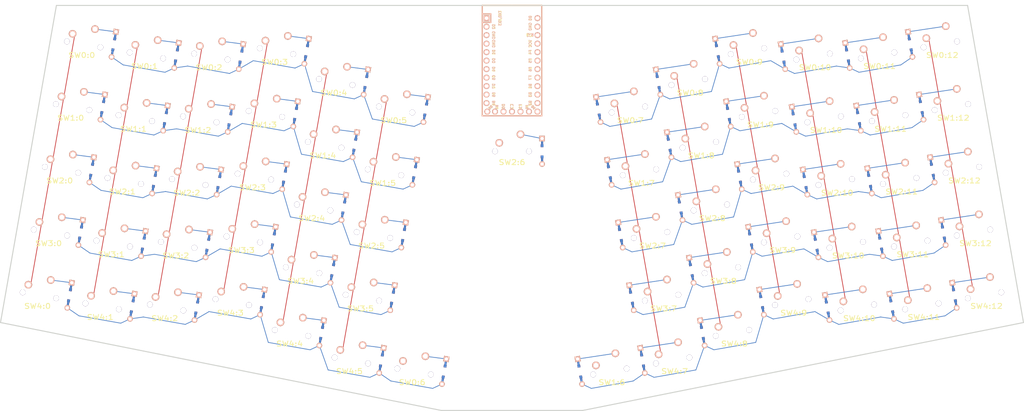
<source format=kicad_pcb>
(kicad_pcb (version 3) (host pcbnew "(2014-02-26 BZR 4721)-product")
  (title_block (date "16 oct 2014"))
  (layers (15 Front signal) (0 Back signal) (18 B.Paste user) (19 F.Paste user) (20 B.SilkS user) (21 F.SilkS user) (22 B.Mask user) (23 F.Mask user) (28 Edge.Cuts user))
  (net 0 "")
  (net 1 N-row-0)
  (net 2 N-row-1)
  (net 3 N-row-2)
  (net 4 N-row-3)
  (net 5 N-row-4)
  (net 6 N-col-0)
  (net 7 N-col-1)
  (net 8 N-col-2)
  (net 9 N-col-3)
  (net 10 N-col-4)
  (net 11 N-col-5)
  (net 12 N-col-6)
  (net 13 N-col-7)
  (net 14 N-col-8)
  (net 15 N-col-9)
  (net 16 N-col-10)
  (net 17 N-col-11)
  (net 18 N-col-12)
  (net 19 N-diode-0-0)
  (net 20 N-diode-0-1)
  (net 21 N-diode-0-2)
  (net 22 N-diode-0-3)
  (net 23 N-diode-0-4)
  (net 24 N-diode-0-5)
  (net 25 N-diode-0-6)
  (net 26 N-diode-0-7)
  (net 27 N-diode-0-8)
  (net 28 N-diode-0-9)
  (net 29 N-diode-0-10)
  (net 30 N-diode-0-11)
  (net 31 N-diode-0-12)
  (net 32 N-diode-1-0)
  (net 33 N-diode-1-1)
  (net 34 N-diode-1-2)
  (net 35 N-diode-1-3)
  (net 36 N-diode-1-4)
  (net 37 N-diode-1-5)
  (net 38 N-diode-1-6)
  (net 39 N-diode-1-7)
  (net 40 N-diode-1-8)
  (net 41 N-diode-1-9)
  (net 42 N-diode-1-10)
  (net 43 N-diode-1-11)
  (net 44 N-diode-1-12)
  (net 45 N-diode-2-0)
  (net 46 N-diode-2-1)
  (net 47 N-diode-2-2)
  (net 48 N-diode-2-3)
  (net 49 N-diode-2-4)
  (net 50 N-diode-2-5)
  (net 51 N-diode-2-6)
  (net 52 N-diode-2-7)
  (net 53 N-diode-2-8)
  (net 54 N-diode-2-9)
  (net 55 N-diode-2-10)
  (net 56 N-diode-2-11)
  (net 57 N-diode-2-12)
  (net 58 N-diode-3-0)
  (net 59 N-diode-3-1)
  (net 60 N-diode-3-2)
  (net 61 N-diode-3-3)
  (net 62 N-diode-3-4)
  (net 63 N-diode-3-5)
  (net 64 N-diode-3-7)
  (net 65 N-diode-3-8)
  (net 66 N-diode-3-9)
  (net 67 N-diode-3-10)
  (net 68 N-diode-3-11)
  (net 69 N-diode-3-12)
  (net 70 N-diode-4-0)
  (net 71 N-diode-4-1)
  (net 72 N-diode-4-2)
  (net 73 N-diode-4-3)
  (net 74 N-diode-4-4)
  (net 75 N-diode-4-5)
  (net 76 N-diode-4-7)
  (net 77 N-diode-4-8)
  (net 78 N-diode-4-9)
  (net 79 N-diode-4-10)
  (net 80 N-diode-4-11)
  (net 81 N-diode-4-12)
  (module Elite-C (layer F.Cu) (at 175 41.155 270)
    (fp_text reference U1 hide)
    (fp_text value Elite-C hide)
    (fp_text user D2 (at -11.43 5.461 90) (layer B.SilkS) (effects (font (size 0.8 0.8)) (justify mirror)))
    (fp_text user D0 (at -1.27 5.461 90) (layer B.SilkS) (effects (font (size 0.8 0.8)) (justify mirror)))
    (fp_text user D1 (at -3.81 5.461 90) (layer B.SilkS) (effects (font (size 0.8 0.8)) (justify mirror)))
    (fp_text user GND (at -6.35 5.461 90) (layer B.SilkS) (effects (font (size 0.8 0.8)) (justify mirror)))
    (fp_text user GND (at -8.89 5.461 90) (layer B.SilkS) (effects (font (size 0.8 0.8)) (justify mirror)))
    (fp_text user D4 (at 1.27 5.461 90) (layer B.SilkS) (effects (font (size 0.8 0.8)) (justify mirror)))
    (fp_text user C6 (at 3.81 5.461 90) (layer B.SilkS) (effects (font (size 0.8 0.8)) (justify mirror)))
    (fp_text user D7 (at 6.35 5.461 90) (layer B.SilkS) (effects (font (size 0.8 0.8)) (justify mirror)))
    (fp_text user E6 (at 8.89 5.461 90) (layer B.SilkS) (effects (font (size 0.8 0.8)) (justify mirror)))
    (fp_text user B4 (at 11.43 5.461 90) (layer B.SilkS) (effects (font (size 0.8 0.8)) (justify mirror)))
    (fp_text user B5 (at 12.7 6.4 45) (layer B.SilkS) (effects (font (size 0.7 0.7)) (justify mirror)))
    (fp_text user B2 (at 11.43 -5.461 90) (layer F.SilkS) (effects (font (size 0.8 0.8))))
    (fp_text user B3 (at 8.89 -5.461 90) (layer B.SilkS) (effects (font (size 0.8 0.8)) (justify mirror)))
    (fp_text user B1 (at 6.35 -5.461 90) (layer B.SilkS) (effects (font (size 0.8 0.8)) (justify mirror)))
    (fp_text user F7 (at 3.81 -5.461 90) (layer F.SilkS) (effects (font (size 0.8 0.8))))
    (fp_text user F6 (at 1.27 -5.461 90) (layer F.SilkS) (effects (font (size 0.8 0.8))))
    (fp_text user F5 (at -1.27 -5.461 90) (layer F.SilkS) (effects (font (size 0.8 0.8))))
    (fp_text user F4 (at -3.81 -5.461 90) (layer B.SilkS) (effects (font (size 0.8 0.8)) (justify mirror)))
    (fp_text user VCC (at -6.35 -5.461 90) (layer B.SilkS) (effects (font (size 0.8 0.8)) (justify mirror)))
    (fp_text user GND (at -11.43 -5.461 90) (layer B.SilkS) (effects (font (size 0.8 0.8)) (justify mirror)))
    (fp_text user B0 (at -13.97 -5.461 90) (layer B.SilkS) (effects (font (size 0.8 0.8)) (justify mirror)))
    (fp_text user B0 (at -13.97 -5.461 90) (layer F.SilkS) (effects (font (size 0.8 0.8))))
    (fp_text user GND (at -11.43 -5.461 90) (layer F.SilkS) (effects (font (size 0.8 0.8))))
    (fp_text user ST (at -8.92 -5.73312 90) (layer F.SilkS) (effects (font (size 0.8 0.8))))
    (fp_text user VCC (at -6.35 -5.461 90) (layer F.SilkS) (effects (font (size 0.8 0.8))))
    (fp_text user F4 (at -3.81 -5.461 90) (layer F.SilkS) (effects (font (size 0.8 0.8))))
    (fp_text user F5 (at -1.27 -5.461 90) (layer B.SilkS) (effects (font (size 0.8 0.8)) (justify mirror)))
    (fp_text user F6 (at 1.27 -5.461 90) (layer B.SilkS) (effects (font (size 0.8 0.8)) (justify mirror)))
    (fp_text user F7 (at 3.81 -5.461 90) (layer B.SilkS) (effects (font (size 0.8 0.8)) (justify mirror)))
    (fp_text user B1 (at 6.35 -5.461 90) (layer F.SilkS) (effects (font (size 0.8 0.8))))
    (fp_text user B3 (at 8.89 -5.461 90) (layer F.SilkS) (effects (font (size 0.8 0.8))))
    (fp_text user B2 (at 11.43 -5.461 90) (layer B.SilkS) (effects (font (size 0.8 0.8)) (justify mirror)))
    (fp_text user B5 (at 12.7 6.4 45) (layer F.SilkS) (effects (font (size 0.7 0.7))))
    (fp_text user B4 (at 11.43 5.461 90) (layer F.SilkS) (effects (font (size 0.8 0.8))))
    (fp_text user E6 (at 8.89 5.461 90) (layer F.SilkS) (effects (font (size 0.8 0.8))))
    (fp_text user D7 (at 6.35 5.461 90) (layer F.SilkS) (effects (font (size 0.8 0.8))))
    (fp_text user C6 (at 3.81 5.461 90) (layer F.SilkS) (effects (font (size 0.8 0.8))))
    (fp_text user D4 (at 1.27 5.461 90) (layer F.SilkS) (effects (font (size 0.8 0.8))))
    (fp_text user GND (at -8.89 5.461 90) (layer F.SilkS) (effects (font (size 0.8 0.8))))
    (fp_text user GND (at -6.35 5.461 90) (layer F.SilkS) (effects (font (size 0.8 0.8))))
    (fp_text user D1 (at -3.81 5.461 90) (layer F.SilkS) (effects (font (size 0.8 0.8))))
    (fp_text user D0 (at -1.27 5.461 90) (layer F.SilkS) (effects (font (size 0.8 0.8))))
    (fp_text user D2 (at -11.43 5.461 90) (layer F.SilkS) (effects (font (size 0.8 0.8))))
    (fp_text user TX0/D3 (at -13.97 3.571872 90) (layer B.SilkS) (effects (font (size 0.8 0.8)) (justify mirror)))
    (fp_text user TX0/D3 (at -13.97 3.571872 90) (layer F.SilkS) (effects (font (size 0.8 0.8))))
    (fp_text user ST (at -8.91 -5.04 90) (layer B.SilkS) (effects (font (size 0.8 0.8)) (justify mirror)))
    (fp_text user B7 (at 12.6 4.5 90) (layer F.SilkS) (effects (font (size 0.7 0.7))))
    (fp_text user B7 (at 12.6 4.5 90) (layer B.SilkS) (effects (font (size 0.7 0.7)) (justify mirror)))
    (fp_text user F0 (at 12.6 -4.5 90) (layer B.SilkS) (effects (font (size 0.7 0.7)) (justify mirror)))
    (fp_text user F0 (at 12.6 -4.5 90) (layer F.SilkS) (effects (font (size 0.7 0.7))))
    (fp_text user B6 (at 12.7 -6.4 135 unlocked) (layer F.SilkS) (effects (font (size 0.7 0.7))))
    (fp_text user B6 (at 12.7 -6.4 135 unlocked) (layer B.SilkS) (effects (font (size 0.7 0.7)) (justify mirror)))
    (fp_text user C7 (at 12.4 0 90) (layer F.SilkS) (effects (font (size 0.8 0.8))))
    (fp_text user C7 (at 12.4 0 90) (layer B.SilkS) (effects (font (size 0.8 0.8)) (justify mirror)))
    (fp_text user F1 (at 12.4 -2.54 90) (layer B.SilkS) (effects (font (size 0.8 0.8)) (justify mirror)))
    (fp_text user F1 (at 12.4 -2.54 90) (layer F.SilkS) (effects (font (size 0.8 0.8))))
    (fp_text user D5 (at 12.4 2.54 90) (layer F.SilkS) (effects (font (size 0.8 0.8))))
    (fp_text user D5 (at 12.4 2.54 90) (layer B.SilkS) (effects (font (size 0.8 0.8)) (justify mirror)))
    (pad 1 thru_hole rect (at -13.97 7.62) (size 1.7526 1.7526) (drill 1.0922) (layers *.Cu *.SilkS *.Mask))
    (pad 2 thru_hole circle (at -11.43 7.62) (size 1.7526 1.7526) (drill 1.0922) (layers *.Cu *.SilkS *.Mask))
    (pad 3 thru_hole circle (at -8.89 7.62) (size 1.7526 1.7526) (drill 1.0922) (layers *.Cu *.SilkS *.Mask))
    (pad 4 thru_hole circle (at -6.35 7.62) (size 1.7526 1.7526) (drill 1.0922) (layers *.Cu *.SilkS *.Mask))
    (pad 5 thru_hole circle (at -3.81 7.62) (size 1.7526 1.7526) (drill 1.0922) (layers *.Cu *.SilkS *.Mask))
    (pad 6 thru_hole circle (at -1.27 7.62) (size 1.7526 1.7526) (drill 1.0922) (layers *.Cu *.SilkS *.Mask))
    (pad 7 thru_hole circle (at 1.27 7.62) (size 1.7526 1.7526) (drill 1.0922) (layers *.Cu *.SilkS *.Mask))
    (pad 8 thru_hole circle (at 3.81 7.62) (size 1.7526 1.7526) (drill 1.0922) (layers *.Cu *.SilkS *.Mask))
    (pad 9 thru_hole circle (at 6.35 7.62) (size 1.7526 1.7526) (drill 1.0922) (layers *.Cu *.SilkS *.Mask))
    (pad 10 thru_hole circle (at 8.89 7.62) (size 1.7526 1.7526) (drill 1.0922) (layers *.Cu *.SilkS *.Mask))
    (pad 11 thru_hole circle (at 11.43 7.62) (size 1.7526 1.7526) (drill 1.0922) (layers *.Cu *.SilkS *.Mask))
    (pad 13 thru_hole circle (at 13.97 -7.62) (size 1.7526 1.7526) (drill 1.0922) (layers *.Cu *.SilkS *.Mask))
    (pad 14 thru_hole circle (at 11.43 -7.62) (size 1.7526 1.7526) (drill 1.0922) (layers *.Cu *.SilkS *.Mask))
    (pad 15 thru_hole circle (at 8.89 -7.62) (size 1.7526 1.7526) (drill 1.0922) (layers *.Cu *.SilkS *.Mask))
    (pad 16 thru_hole circle (at 6.35 -7.62) (size 1.7526 1.7526) (drill 1.0922) (layers *.Cu *.SilkS *.Mask))
    (pad 17 thru_hole circle (at 3.81 -7.62) (size 1.7526 1.7526) (drill 1.0922) (layers *.Cu *.SilkS *.Mask))
    (pad 18 thru_hole circle (at 1.27 -7.62) (size 1.7526 1.7526) (drill 1.0922) (layers *.Cu *.SilkS *.Mask))
    (pad 19 thru_hole circle (at -1.27 -7.62) (size 1.7526 1.7526) (drill 1.0922) (layers *.Cu *.SilkS *.Mask))
    (pad 20 thru_hole circle (at -3.81 -7.62) (size 1.7526 1.7526) (drill 1.0922) (layers *.Cu *.SilkS *.Mask))
    (pad 21 thru_hole circle (at -6.35 -7.62) (size 1.7526 1.7526) (drill 1.0922) (layers *.Cu *.SilkS *.Mask))
    (pad 22 thru_hole circle (at -8.89 -7.62) (size 1.7526 1.7526) (drill 1.0922) (layers *.Cu *.SilkS *.Mask))
    (pad 23 thru_hole circle (at -11.43 -7.62) (size 1.7526 1.7526) (drill 1.0922) (layers *.Cu *.SilkS *.Mask))
    (pad 12 thru_hole circle (at 13.97 7.3914) (size 1.7526 1.7526) (drill 1.0922) (layers *.Cu *.SilkS *.Mask))
    (pad 24 thru_hole circle (at -13.97 -7.62) (size 1.7526 1.7526) (drill 1.0922) (layers *.Cu *.SilkS *.Mask))
    (pad 29 thru_hole circle (at 13.97 -5.08) (size 1.7526 1.7526) (drill 1.0922) (layers *.Cu *.SilkS *.Mask))
    (pad 28 thru_hole circle (at 13.97 -2.54) (size 1.7526 1.7526) (drill 1.0922) (layers *.Cu *.SilkS *.Mask))
    (pad 27 thru_hole circle (at 13.97 0) (size 1.7526 1.7526) (drill 1.0922) (layers *.Cu *.SilkS *.Mask))
    (pad 26 thru_hole circle (at 13.97 2.54) (size 1.7526 1.7526) (drill 1.0922) (layers *.Cu *.SilkS *.Mask))
    (pad 25 thru_hole circle (at 13.97 5.08) (size 1.7526 1.7526) (drill 1.0922) (layers *.Cu *.SilkS *.Mask))
  )
  (gr_line (start 175 23.37451789667466) (end 311.25215373222005 23.37451789667466) (angle 90) (layer Edge.Cuts) (width 0.3))
  (gr_line (start 311.25215373222005 23.37451789667466) (end 327.97448210332533 118.21115373222004) (angle 90) (layer Edge.Cuts) (width 0.3))
  (gr_line (start 327.97448210332533 118.21115373222004) (end 196.13684626777993 144.50448210332533) (angle 90) (layer Edge.Cuts) (width 0.3))
  (gr_line (start 196.13684626777993 144.50448210332533) (end 153.86315373222004 144.50448210332533) (angle 90) (layer Edge.Cuts) (width 0.3))
  (gr_line (start 153.86315373222004 144.50448210332533) (end 22.025517896674657 118.21115373222004) (angle 90) (layer Edge.Cuts) (width 0.3))
  (gr_line (start 22.025517896674657 118.21115373222004) (end 38.747846267779956 23.37451789667466) (angle 90) (layer Edge.Cuts) (width 0.3))
  (gr_line (start 38.747846267779956 23.37451789667466) (end 175 23.37451789667466) (angle 90) (layer Edge.Cuts) (width 0.3))
  (module MX (layer Front) (at 46.90011 35.01685 -10)
    (fp_text reference SW0:0 (at 0 3.302) (layer F.SilkS) (effects (font (size 1.524 1.778) (thickness 0.254))))
    (pad 0 np_thru_hole circle (at 0 0) (size 3.9878 3.9878) (drill 3.9878) (layers *.Cu))
    (pad 0 thru_hole circle (at -5.08 0) (size 1.7018 1.7018) (drill 1.7018) (layers *.Cu))
    (pad 0 thru_hole circle (at 5.08 0) (size 1.7018 1.7018) (drill 1.7018) (layers *.Cu))
    (pad 1 thru_hole circle (at 2.54 -5.08) (size 2.286 2.286) (drill 1.4986) (layers *.Cu *.SilkS *.Mask) (net 19 N-diode-0-0))
    (pad 2 thru_hole circle (at -3.81 -2.54) (size 2.286 2.286) (drill 1.4986) (layers *.Cu *.SilkS *.Mask) (net 6 N-col-0))
  )
  (module DIODE (layer Front) (at 55.90011 35.01685 80)
    (fp_text reference D0:0 hide)
    (fp_line (start -3.81 0) (end -1.6637 0) (layer Back) (width 0.6096))
    (fp_line (start 1.6637 0) (end 3.81 0) (layer Back) (width 0.6096))
    (fp_line (start -3.81 0) (end -1.6637 0) (layer Front) (width 0.6096))
    (fp_line (start 1.6637 0) (end 3.81 0) (layer Front) (width 0.6096))
    (pad 1 thru_hole circle (at -3.81 0 180) (size 1.651 1.651) (drill 0.9906) (layers *.Cu *.SilkS *.Mask) (net 1 N-row-0))
    (pad 2 thru_hole rect (at 3.81 0 -10) (size 1.651 1.651) (drill 0.9906) (layers *.Cu *.SilkS *.Mask) (net 19 N-diode-0-0))
    (pad 99 smd rect (at -1.6637 0 -10) (size 0.8382 0.8382) (layers Front F.Paste F.Mask))
    (pad 99 smd rect (at -1.6637 0 -10) (size 0.8382 0.8382) (layers Back B.Paste B.Mask))
    (pad 99 smd rect (at 1.6637 0 -10) (size 0.8382 0.8382) (layers Front F.Paste F.Mask))
    (pad 99 smd rect (at 1.6637 0 -10) (size 0.8382 0.8382) (layers Back B.Paste B.Mask))
  )
  (module MX (layer Front) (at 65.6607 38.32484 -10)
    (fp_text reference SW0:1 (at 0 3.302) (layer F.SilkS) (effects (font (size 1.524 1.778) (thickness 0.254))))
    (pad 0 np_thru_hole circle (at 0 0) (size 3.9878 3.9878) (drill 3.9878) (layers *.Cu))
    (pad 0 thru_hole circle (at -5.08 0) (size 1.7018 1.7018) (drill 1.7018) (layers *.Cu))
    (pad 0 thru_hole circle (at 5.08 0) (size 1.7018 1.7018) (drill 1.7018) (layers *.Cu))
    (pad 1 thru_hole circle (at 2.54 -5.08) (size 2.286 2.286) (drill 1.4986) (layers *.Cu *.SilkS *.Mask) (net 20 N-diode-0-1))
    (pad 2 thru_hole circle (at -3.81 -2.54) (size 2.286 2.286) (drill 1.4986) (layers *.Cu *.SilkS *.Mask) (net 7 N-col-1))
  )
  (module DIODE (layer Front) (at 74.6607 38.32484 80)
    (fp_text reference D0:1 hide)
    (fp_line (start -3.81 0) (end -1.6637 0) (layer Back) (width 0.6096))
    (fp_line (start 1.6637 0) (end 3.81 0) (layer Back) (width 0.6096))
    (fp_line (start -3.81 0) (end -1.6637 0) (layer Front) (width 0.6096))
    (fp_line (start 1.6637 0) (end 3.81 0) (layer Front) (width 0.6096))
    (pad 1 thru_hole circle (at -3.81 0 180) (size 1.651 1.651) (drill 0.9906) (layers *.Cu *.SilkS *.Mask) (net 1 N-row-0))
    (pad 2 thru_hole rect (at 3.81 0 -10) (size 1.651 1.651) (drill 0.9906) (layers *.Cu *.SilkS *.Mask) (net 20 N-diode-0-1))
    (pad 99 smd rect (at -1.6637 0 -10) (size 0.8382 0.8382) (layers Front F.Paste F.Mask))
    (pad 99 smd rect (at -1.6637 0 -10) (size 0.8382 0.8382) (layers Back B.Paste B.Mask))
    (pad 99 smd rect (at 1.6637 0 -10) (size 0.8382 0.8382) (layers Front F.Paste F.Mask))
    (pad 99 smd rect (at 1.6637 0 -10) (size 0.8382 0.8382) (layers Back B.Paste B.Mask))
  )
  (module MX (layer Front) (at 84.94223 38.67842 -10)
    (fp_text reference SW0:2 (at 0 3.302) (layer F.SilkS) (effects (font (size 1.524 1.778) (thickness 0.254))))
    (pad 0 np_thru_hole circle (at 0 0) (size 3.9878 3.9878) (drill 3.9878) (layers *.Cu))
    (pad 0 thru_hole circle (at -5.08 0) (size 1.7018 1.7018) (drill 1.7018) (layers *.Cu))
    (pad 0 thru_hole circle (at 5.08 0) (size 1.7018 1.7018) (drill 1.7018) (layers *.Cu))
    (pad 1 thru_hole circle (at 2.54 -5.08) (size 2.286 2.286) (drill 1.4986) (layers *.Cu *.SilkS *.Mask) (net 21 N-diode-0-2))
    (pad 2 thru_hole circle (at -3.81 -2.54) (size 2.286 2.286) (drill 1.4986) (layers *.Cu *.SilkS *.Mask) (net 8 N-col-2))
  )
  (module DIODE (layer Front) (at 93.94223 38.67842 80)
    (fp_text reference D0:2 hide)
    (fp_line (start -3.81 0) (end -1.6637 0) (layer Back) (width 0.6096))
    (fp_line (start 1.6637 0) (end 3.81 0) (layer Back) (width 0.6096))
    (fp_line (start -3.81 0) (end -1.6637 0) (layer Front) (width 0.6096))
    (fp_line (start 1.6637 0) (end 3.81 0) (layer Front) (width 0.6096))
    (pad 1 thru_hole circle (at -3.81 0 180) (size 1.651 1.651) (drill 0.9906) (layers *.Cu *.SilkS *.Mask) (net 1 N-row-0))
    (pad 2 thru_hole rect (at 3.81 0 -10) (size 1.651 1.651) (drill 0.9906) (layers *.Cu *.SilkS *.Mask) (net 21 N-diode-0-2))
    (pad 99 smd rect (at -1.6637 0 -10) (size 0.8382 0.8382) (layers Front F.Paste F.Mask))
    (pad 99 smd rect (at -1.6637 0 -10) (size 0.8382 0.8382) (layers Back B.Paste B.Mask))
    (pad 99 smd rect (at 1.6637 0 -10) (size 0.8382 0.8382) (layers Front F.Paste F.Mask))
    (pad 99 smd rect (at 1.6637 0 -10) (size 0.8382 0.8382) (layers Back B.Paste B.Mask))
  )
  (module MX (layer Front) (at 104.5711 37.06238 -10)
    (fp_text reference SW0:3 (at 0 3.302) (layer F.SilkS) (effects (font (size 1.524 1.778) (thickness 0.254))))
    (pad 0 np_thru_hole circle (at 0 0) (size 3.9878 3.9878) (drill 3.9878) (layers *.Cu))
    (pad 0 thru_hole circle (at -5.08 0) (size 1.7018 1.7018) (drill 1.7018) (layers *.Cu))
    (pad 0 thru_hole circle (at 5.08 0) (size 1.7018 1.7018) (drill 1.7018) (layers *.Cu))
    (pad 1 thru_hole circle (at 2.54 -5.08) (size 2.286 2.286) (drill 1.4986) (layers *.Cu *.SilkS *.Mask) (net 22 N-diode-0-3))
    (pad 2 thru_hole circle (at -3.81 -2.54) (size 2.286 2.286) (drill 1.4986) (layers *.Cu *.SilkS *.Mask) (net 9 N-col-3))
  )
  (module DIODE (layer Front) (at 113.5711 37.06238 80)
    (fp_text reference D0:3 hide)
    (fp_line (start -3.81 0) (end -1.6637 0) (layer Back) (width 0.6096))
    (fp_line (start 1.6637 0) (end 3.81 0) (layer Back) (width 0.6096))
    (fp_line (start -3.81 0) (end -1.6637 0) (layer Front) (width 0.6096))
    (fp_line (start 1.6637 0) (end 3.81 0) (layer Front) (width 0.6096))
    (pad 1 thru_hole circle (at -3.81 0 180) (size 1.651 1.651) (drill 0.9906) (layers *.Cu *.SilkS *.Mask) (net 1 N-row-0))
    (pad 2 thru_hole rect (at 3.81 0 -10) (size 1.651 1.651) (drill 0.9906) (layers *.Cu *.SilkS *.Mask) (net 22 N-diode-0-3))
    (pad 99 smd rect (at -1.6637 0 -10) (size 0.8382 0.8382) (layers Front F.Paste F.Mask))
    (pad 99 smd rect (at -1.6637 0 -10) (size 0.8382 0.8382) (layers Back B.Paste B.Mask))
    (pad 99 smd rect (at 1.6637 0 -10) (size 0.8382 0.8382) (layers Front F.Paste F.Mask))
    (pad 99 smd rect (at 1.6637 0 -10) (size 0.8382 0.8382) (layers Back B.Paste B.Mask))
  )
  (module MX (layer Front) (at 122.2898 46.27922 -10)
    (fp_text reference SW0:4 (at 0 3.302) (layer F.SilkS) (effects (font (size 1.524 1.778) (thickness 0.254))))
    (pad 0 np_thru_hole circle (at 0 0) (size 3.9878 3.9878) (drill 3.9878) (layers *.Cu))
    (pad 0 thru_hole circle (at -5.08 0) (size 1.7018 1.7018) (drill 1.7018) (layers *.Cu))
    (pad 0 thru_hole circle (at 5.08 0) (size 1.7018 1.7018) (drill 1.7018) (layers *.Cu))
    (pad 1 thru_hole circle (at 2.54 -5.08) (size 2.286 2.286) (drill 1.4986) (layers *.Cu *.SilkS *.Mask) (net 23 N-diode-0-4))
    (pad 2 thru_hole circle (at -3.81 -2.54) (size 2.286 2.286) (drill 1.4986) (layers *.Cu *.SilkS *.Mask) (net 10 N-col-4))
  )
  (module DIODE (layer Front) (at 131.2898 46.27922 80)
    (fp_text reference D0:4 hide)
    (fp_line (start -3.81 0) (end -1.6637 0) (layer Back) (width 0.6096))
    (fp_line (start 1.6637 0) (end 3.81 0) (layer Back) (width 0.6096))
    (fp_line (start -3.81 0) (end -1.6637 0) (layer Front) (width 0.6096))
    (fp_line (start 1.6637 0) (end 3.81 0) (layer Front) (width 0.6096))
    (pad 1 thru_hole circle (at -3.81 0 180) (size 1.651 1.651) (drill 0.9906) (layers *.Cu *.SilkS *.Mask) (net 1 N-row-0))
    (pad 2 thru_hole rect (at 3.81 0 -10) (size 1.651 1.651) (drill 0.9906) (layers *.Cu *.SilkS *.Mask) (net 23 N-diode-0-4))
    (pad 99 smd rect (at -1.6637 0 -10) (size 0.8382 0.8382) (layers Front F.Paste F.Mask))
    (pad 99 smd rect (at -1.6637 0 -10) (size 0.8382 0.8382) (layers Back B.Paste B.Mask))
    (pad 99 smd rect (at 1.6637 0 -10) (size 0.8382 0.8382) (layers Front F.Paste F.Mask))
    (pad 99 smd rect (at 1.6637 0 -10) (size 0.8382 0.8382) (layers Back B.Paste B.Mask))
  )
  (module MX (layer Front) (at 140.1821 54.51126 -10)
    (fp_text reference SW0:5 (at 0 3.302) (layer F.SilkS) (effects (font (size 1.524 1.778) (thickness 0.254))))
    (pad 0 np_thru_hole circle (at 0 0) (size 3.9878 3.9878) (drill 3.9878) (layers *.Cu))
    (pad 0 thru_hole circle (at -5.08 0) (size 1.7018 1.7018) (drill 1.7018) (layers *.Cu))
    (pad 0 thru_hole circle (at 5.08 0) (size 1.7018 1.7018) (drill 1.7018) (layers *.Cu))
    (pad 1 thru_hole circle (at 2.54 -5.08) (size 2.286 2.286) (drill 1.4986) (layers *.Cu *.SilkS *.Mask) (net 24 N-diode-0-5))
    (pad 2 thru_hole circle (at -3.81 -2.54) (size 2.286 2.286) (drill 1.4986) (layers *.Cu *.SilkS *.Mask) (net 11 N-col-5))
  )
  (module DIODE (layer Front) (at 149.1821 54.51126 80)
    (fp_text reference D0:5 hide)
    (fp_line (start -3.81 0) (end -1.6637 0) (layer Back) (width 0.6096))
    (fp_line (start 1.6637 0) (end 3.81 0) (layer Back) (width 0.6096))
    (fp_line (start -3.81 0) (end -1.6637 0) (layer Front) (width 0.6096))
    (fp_line (start 1.6637 0) (end 3.81 0) (layer Front) (width 0.6096))
    (pad 1 thru_hole circle (at -3.81 0 180) (size 1.651 1.651) (drill 0.9906) (layers *.Cu *.SilkS *.Mask) (net 1 N-row-0))
    (pad 2 thru_hole rect (at 3.81 0 -10) (size 1.651 1.651) (drill 0.9906) (layers *.Cu *.SilkS *.Mask) (net 24 N-diode-0-5))
    (pad 99 smd rect (at -1.6637 0 -10) (size 0.8382 0.8382) (layers Front F.Paste F.Mask))
    (pad 99 smd rect (at -1.6637 0 -10) (size 0.8382 0.8382) (layers Back B.Paste B.Mask))
    (pad 99 smd rect (at 1.6637 0 -10) (size 0.8382 0.8382) (layers Front F.Paste F.Mask))
    (pad 99 smd rect (at 1.6637 0 -10) (size 0.8382 0.8382) (layers Back B.Paste B.Mask))
  )
  (module MX (layer Front) (at 145.7107 132.8616 -10)
    (fp_text reference SW0:6 (at 0 3.302) (layer F.SilkS) (effects (font (size 1.524 1.778) (thickness 0.254))))
    (pad 0 np_thru_hole circle (at 0 0) (size 3.9878 3.9878) (drill 3.9878) (layers *.Cu))
    (pad 0 thru_hole circle (at -5.08 0) (size 1.7018 1.7018) (drill 1.7018) (layers *.Cu))
    (pad 0 thru_hole circle (at 5.08 0) (size 1.7018 1.7018) (drill 1.7018) (layers *.Cu))
    (pad 1 thru_hole circle (at 2.54 -5.08) (size 2.286 2.286) (drill 1.4986) (layers *.Cu *.SilkS *.Mask) (net 25 N-diode-0-6))
    (pad 2 thru_hole circle (at -3.81 -2.54) (size 2.286 2.286) (drill 1.4986) (layers *.Cu *.SilkS *.Mask) (net 12 N-col-6))
  )
  (module DIODE (layer Front) (at 154.7107 132.8616 80)
    (fp_text reference D0:6 hide)
    (fp_line (start -3.81 0) (end -1.6637 0) (layer Back) (width 0.6096))
    (fp_line (start 1.6637 0) (end 3.81 0) (layer Back) (width 0.6096))
    (fp_line (start -3.81 0) (end -1.6637 0) (layer Front) (width 0.6096))
    (fp_line (start 1.6637 0) (end 3.81 0) (layer Front) (width 0.6096))
    (pad 1 thru_hole circle (at -3.81 0 180) (size 1.651 1.651) (drill 0.9906) (layers *.Cu *.SilkS *.Mask) (net 1 N-row-0))
    (pad 2 thru_hole rect (at 3.81 0 -10) (size 1.651 1.651) (drill 0.9906) (layers *.Cu *.SilkS *.Mask) (net 25 N-diode-0-6))
    (pad 99 smd rect (at -1.6637 0 -10) (size 0.8382 0.8382) (layers Front F.Paste F.Mask))
    (pad 99 smd rect (at -1.6637 0 -10) (size 0.8382 0.8382) (layers Back B.Paste B.Mask))
    (pad 99 smd rect (at 1.6637 0 -10) (size 0.8382 0.8382) (layers Front F.Paste F.Mask))
    (pad 99 smd rect (at 1.6637 0 -10) (size 0.8382 0.8382) (layers Back B.Paste B.Mask))
  )
  (module MX (layer Front) (at 209.8179 54.51126 10)
    (fp_text reference SW0:7 (at 0 3.302) (layer F.SilkS) (effects (font (size 1.524 1.778) (thickness 0.254))))
    (pad 0 np_thru_hole circle (at 0 0) (size 3.9878 3.9878) (drill 3.9878) (layers *.Cu))
    (pad 0 thru_hole circle (at -5.08 0) (size 1.7018 1.7018) (drill 1.7018) (layers *.Cu))
    (pad 0 thru_hole circle (at 5.08 0) (size 1.7018 1.7018) (drill 1.7018) (layers *.Cu))
    (pad 1 thru_hole circle (at 2.54 -5.08) (size 2.286 2.286) (drill 1.4986) (layers *.Cu *.SilkS *.Mask) (net 26 N-diode-0-7))
    (pad 2 thru_hole circle (at -3.81 -2.54) (size 2.286 2.286) (drill 1.4986) (layers *.Cu *.SilkS *.Mask) (net 13 N-col-7))
  )
  (module DIODE (layer Front) (at 200.8179 54.51126 100)
    (fp_text reference D0:7 hide)
    (fp_line (start -3.81 0) (end -1.6637 0) (layer Back) (width 0.6096))
    (fp_line (start 1.6637 0) (end 3.81 0) (layer Back) (width 0.6096))
    (fp_line (start -3.81 0) (end -1.6637 0) (layer Front) (width 0.6096))
    (fp_line (start 1.6637 0) (end 3.81 0) (layer Front) (width 0.6096))
    (pad 1 thru_hole circle (at -3.81 0 180) (size 1.651 1.651) (drill 0.9906) (layers *.Cu *.SilkS *.Mask) (net 1 N-row-0))
    (pad 2 thru_hole rect (at 3.81 0 10) (size 1.651 1.651) (drill 0.9906) (layers *.Cu *.SilkS *.Mask) (net 26 N-diode-0-7))
    (pad 99 smd rect (at -1.6637 0 10) (size 0.8382 0.8382) (layers Front F.Paste F.Mask))
    (pad 99 smd rect (at -1.6637 0 10) (size 0.8382 0.8382) (layers Back B.Paste B.Mask))
    (pad 99 smd rect (at 1.6637 0 10) (size 0.8382 0.8382) (layers Front F.Paste F.Mask))
    (pad 99 smd rect (at 1.6637 0 10) (size 0.8382 0.8382) (layers Back B.Paste B.Mask))
  )
  (module MX (layer Front) (at 227.7102 46.27922 10)
    (fp_text reference SW0:8 (at 0 3.302) (layer F.SilkS) (effects (font (size 1.524 1.778) (thickness 0.254))))
    (pad 0 np_thru_hole circle (at 0 0) (size 3.9878 3.9878) (drill 3.9878) (layers *.Cu))
    (pad 0 thru_hole circle (at -5.08 0) (size 1.7018 1.7018) (drill 1.7018) (layers *.Cu))
    (pad 0 thru_hole circle (at 5.08 0) (size 1.7018 1.7018) (drill 1.7018) (layers *.Cu))
    (pad 1 thru_hole circle (at 2.54 -5.08) (size 2.286 2.286) (drill 1.4986) (layers *.Cu *.SilkS *.Mask) (net 27 N-diode-0-8))
    (pad 2 thru_hole circle (at -3.81 -2.54) (size 2.286 2.286) (drill 1.4986) (layers *.Cu *.SilkS *.Mask) (net 14 N-col-8))
  )
  (module DIODE (layer Front) (at 218.7102 46.27922 100)
    (fp_text reference D0:8 hide)
    (fp_line (start -3.81 0) (end -1.6637 0) (layer Back) (width 0.6096))
    (fp_line (start 1.6637 0) (end 3.81 0) (layer Back) (width 0.6096))
    (fp_line (start -3.81 0) (end -1.6637 0) (layer Front) (width 0.6096))
    (fp_line (start 1.6637 0) (end 3.81 0) (layer Front) (width 0.6096))
    (pad 1 thru_hole circle (at -3.81 0 180) (size 1.651 1.651) (drill 0.9906) (layers *.Cu *.SilkS *.Mask) (net 1 N-row-0))
    (pad 2 thru_hole rect (at 3.81 0 10) (size 1.651 1.651) (drill 0.9906) (layers *.Cu *.SilkS *.Mask) (net 27 N-diode-0-8))
    (pad 99 smd rect (at -1.6637 0 10) (size 0.8382 0.8382) (layers Front F.Paste F.Mask))
    (pad 99 smd rect (at -1.6637 0 10) (size 0.8382 0.8382) (layers Back B.Paste B.Mask))
    (pad 99 smd rect (at 1.6637 0 10) (size 0.8382 0.8382) (layers Front F.Paste F.Mask))
    (pad 99 smd rect (at 1.6637 0 10) (size 0.8382 0.8382) (layers Back B.Paste B.Mask))
  )
  (module MX (layer Front) (at 245.4289 37.06238 10)
    (fp_text reference SW0:9 (at 0 3.302) (layer F.SilkS) (effects (font (size 1.524 1.778) (thickness 0.254))))
    (pad 0 np_thru_hole circle (at 0 0) (size 3.9878 3.9878) (drill 3.9878) (layers *.Cu))
    (pad 0 thru_hole circle (at -5.08 0) (size 1.7018 1.7018) (drill 1.7018) (layers *.Cu))
    (pad 0 thru_hole circle (at 5.08 0) (size 1.7018 1.7018) (drill 1.7018) (layers *.Cu))
    (pad 1 thru_hole circle (at 2.54 -5.08) (size 2.286 2.286) (drill 1.4986) (layers *.Cu *.SilkS *.Mask) (net 28 N-diode-0-9))
    (pad 2 thru_hole circle (at -3.81 -2.54) (size 2.286 2.286) (drill 1.4986) (layers *.Cu *.SilkS *.Mask) (net 15 N-col-9))
  )
  (module DIODE (layer Front) (at 236.4289 37.06238 100)
    (fp_text reference D0:9 hide)
    (fp_line (start -3.81 0) (end -1.6637 0) (layer Back) (width 0.6096))
    (fp_line (start 1.6637 0) (end 3.81 0) (layer Back) (width 0.6096))
    (fp_line (start -3.81 0) (end -1.6637 0) (layer Front) (width 0.6096))
    (fp_line (start 1.6637 0) (end 3.81 0) (layer Front) (width 0.6096))
    (pad 1 thru_hole circle (at -3.81 0 180) (size 1.651 1.651) (drill 0.9906) (layers *.Cu *.SilkS *.Mask) (net 1 N-row-0))
    (pad 2 thru_hole rect (at 3.81 0 10) (size 1.651 1.651) (drill 0.9906) (layers *.Cu *.SilkS *.Mask) (net 28 N-diode-0-9))
    (pad 99 smd rect (at -1.6637 0 10) (size 0.8382 0.8382) (layers Front F.Paste F.Mask))
    (pad 99 smd rect (at -1.6637 0 10) (size 0.8382 0.8382) (layers Back B.Paste B.Mask))
    (pad 99 smd rect (at 1.6637 0 10) (size 0.8382 0.8382) (layers Front F.Paste F.Mask))
    (pad 99 smd rect (at 1.6637 0 10) (size 0.8382 0.8382) (layers Back B.Paste B.Mask))
  )
  (module MX (layer Front) (at 265.0578 38.67842 10)
    (fp_text reference SW0:10 (at 0 3.302) (layer F.SilkS) (effects (font (size 1.524 1.778) (thickness 0.254))))
    (pad 0 np_thru_hole circle (at 0 0) (size 3.9878 3.9878) (drill 3.9878) (layers *.Cu))
    (pad 0 thru_hole circle (at -5.08 0) (size 1.7018 1.7018) (drill 1.7018) (layers *.Cu))
    (pad 0 thru_hole circle (at 5.08 0) (size 1.7018 1.7018) (drill 1.7018) (layers *.Cu))
    (pad 1 thru_hole circle (at 2.54 -5.08) (size 2.286 2.286) (drill 1.4986) (layers *.Cu *.SilkS *.Mask) (net 29 N-diode-0-10))
    (pad 2 thru_hole circle (at -3.81 -2.54) (size 2.286 2.286) (drill 1.4986) (layers *.Cu *.SilkS *.Mask) (net 16 N-col-10))
  )
  (module DIODE (layer Front) (at 256.0578 38.67842 100)
    (fp_text reference D0:10 hide)
    (fp_line (start -3.81 0) (end -1.6637 0) (layer Back) (width 0.6096))
    (fp_line (start 1.6637 0) (end 3.81 0) (layer Back) (width 0.6096))
    (fp_line (start -3.81 0) (end -1.6637 0) (layer Front) (width 0.6096))
    (fp_line (start 1.6637 0) (end 3.81 0) (layer Front) (width 0.6096))
    (pad 1 thru_hole circle (at -3.81 0 180) (size 1.651 1.651) (drill 0.9906) (layers *.Cu *.SilkS *.Mask) (net 1 N-row-0))
    (pad 2 thru_hole rect (at 3.81 0 10) (size 1.651 1.651) (drill 0.9906) (layers *.Cu *.SilkS *.Mask) (net 29 N-diode-0-10))
    (pad 99 smd rect (at -1.6637 0 10) (size 0.8382 0.8382) (layers Front F.Paste F.Mask))
    (pad 99 smd rect (at -1.6637 0 10) (size 0.8382 0.8382) (layers Back B.Paste B.Mask))
    (pad 99 smd rect (at 1.6637 0 10) (size 0.8382 0.8382) (layers Front F.Paste F.Mask))
    (pad 99 smd rect (at 1.6637 0 10) (size 0.8382 0.8382) (layers Back B.Paste B.Mask))
  )
  (module MX (layer Front) (at 284.3393 38.32484 10)
    (fp_text reference SW0:11 (at 0 3.302) (layer F.SilkS) (effects (font (size 1.524 1.778) (thickness 0.254))))
    (pad 0 np_thru_hole circle (at 0 0) (size 3.9878 3.9878) (drill 3.9878) (layers *.Cu))
    (pad 0 thru_hole circle (at -5.08 0) (size 1.7018 1.7018) (drill 1.7018) (layers *.Cu))
    (pad 0 thru_hole circle (at 5.08 0) (size 1.7018 1.7018) (drill 1.7018) (layers *.Cu))
    (pad 1 thru_hole circle (at 2.54 -5.08) (size 2.286 2.286) (drill 1.4986) (layers *.Cu *.SilkS *.Mask) (net 30 N-diode-0-11))
    (pad 2 thru_hole circle (at -3.81 -2.54) (size 2.286 2.286) (drill 1.4986) (layers *.Cu *.SilkS *.Mask) (net 17 N-col-11))
  )
  (module DIODE (layer Front) (at 275.3393 38.32484 100)
    (fp_text reference D0:11 hide)
    (fp_line (start -3.81 0) (end -1.6637 0) (layer Back) (width 0.6096))
    (fp_line (start 1.6637 0) (end 3.81 0) (layer Back) (width 0.6096))
    (fp_line (start -3.81 0) (end -1.6637 0) (layer Front) (width 0.6096))
    (fp_line (start 1.6637 0) (end 3.81 0) (layer Front) (width 0.6096))
    (pad 1 thru_hole circle (at -3.81 0 180) (size 1.651 1.651) (drill 0.9906) (layers *.Cu *.SilkS *.Mask) (net 1 N-row-0))
    (pad 2 thru_hole rect (at 3.81 0 10) (size 1.651 1.651) (drill 0.9906) (layers *.Cu *.SilkS *.Mask) (net 30 N-diode-0-11))
    (pad 99 smd rect (at -1.6637 0 10) (size 0.8382 0.8382) (layers Front F.Paste F.Mask))
    (pad 99 smd rect (at -1.6637 0 10) (size 0.8382 0.8382) (layers Back B.Paste B.Mask))
    (pad 99 smd rect (at 1.6637 0 10) (size 0.8382 0.8382) (layers Front F.Paste F.Mask))
    (pad 99 smd rect (at 1.6637 0 10) (size 0.8382 0.8382) (layers Back B.Paste B.Mask))
  )
  (module MX (layer Front) (at 303.0999 35.01685 10)
    (fp_text reference SW0:12 (at 0 3.302) (layer F.SilkS) (effects (font (size 1.524 1.778) (thickness 0.254))))
    (pad 0 np_thru_hole circle (at 0 0) (size 3.9878 3.9878) (drill 3.9878) (layers *.Cu))
    (pad 0 thru_hole circle (at -5.08 0) (size 1.7018 1.7018) (drill 1.7018) (layers *.Cu))
    (pad 0 thru_hole circle (at 5.08 0) (size 1.7018 1.7018) (drill 1.7018) (layers *.Cu))
    (pad 1 thru_hole circle (at 2.54 -5.08) (size 2.286 2.286) (drill 1.4986) (layers *.Cu *.SilkS *.Mask) (net 31 N-diode-0-12))
    (pad 2 thru_hole circle (at -3.81 -2.54) (size 2.286 2.286) (drill 1.4986) (layers *.Cu *.SilkS *.Mask) (net 18 N-col-12))
  )
  (module DIODE (layer Front) (at 294.0999 35.01685 100)
    (fp_text reference D0:12 hide)
    (fp_line (start -3.81 0) (end -1.6637 0) (layer Back) (width 0.6096))
    (fp_line (start 1.6637 0) (end 3.81 0) (layer Back) (width 0.6096))
    (fp_line (start -3.81 0) (end -1.6637 0) (layer Front) (width 0.6096))
    (fp_line (start 1.6637 0) (end 3.81 0) (layer Front) (width 0.6096))
    (pad 1 thru_hole circle (at -3.81 0 180) (size 1.651 1.651) (drill 0.9906) (layers *.Cu *.SilkS *.Mask) (net 1 N-row-0))
    (pad 2 thru_hole rect (at 3.81 0 10) (size 1.651 1.651) (drill 0.9906) (layers *.Cu *.SilkS *.Mask) (net 31 N-diode-0-12))
    (pad 99 smd rect (at -1.6637 0 10) (size 0.8382 0.8382) (layers Front F.Paste F.Mask))
    (pad 99 smd rect (at -1.6637 0 10) (size 0.8382 0.8382) (layers Back B.Paste B.Mask))
    (pad 99 smd rect (at 1.6637 0 10) (size 0.8382 0.8382) (layers Front F.Paste F.Mask))
    (pad 99 smd rect (at 1.6637 0 10) (size 0.8382 0.8382) (layers Back B.Paste B.Mask))
  )
  (module MX (layer Front) (at 43.59211 53.77744 -10)
    (fp_text reference SW1:0 (at 0 3.302) (layer F.SilkS) (effects (font (size 1.524 1.778) (thickness 0.254))))
    (pad 0 np_thru_hole circle (at 0 0) (size 3.9878 3.9878) (drill 3.9878) (layers *.Cu))
    (pad 0 thru_hole circle (at -5.08 0) (size 1.7018 1.7018) (drill 1.7018) (layers *.Cu))
    (pad 0 thru_hole circle (at 5.08 0) (size 1.7018 1.7018) (drill 1.7018) (layers *.Cu))
    (pad 1 thru_hole circle (at 2.54 -5.08) (size 2.286 2.286) (drill 1.4986) (layers *.Cu *.SilkS *.Mask) (net 32 N-diode-1-0))
    (pad 2 thru_hole circle (at -3.81 -2.54) (size 2.286 2.286) (drill 1.4986) (layers *.Cu *.SilkS *.Mask) (net 6 N-col-0))
  )
  (module DIODE (layer Front) (at 52.59211 53.77744 80)
    (fp_text reference D1:0 hide)
    (fp_line (start -3.81 0) (end -1.6637 0) (layer Back) (width 0.6096))
    (fp_line (start 1.6637 0) (end 3.81 0) (layer Back) (width 0.6096))
    (fp_line (start -3.81 0) (end -1.6637 0) (layer Front) (width 0.6096))
    (fp_line (start 1.6637 0) (end 3.81 0) (layer Front) (width 0.6096))
    (pad 1 thru_hole circle (at -3.81 0 180) (size 1.651 1.651) (drill 0.9906) (layers *.Cu *.SilkS *.Mask) (net 2 N-row-1))
    (pad 2 thru_hole rect (at 3.81 0 -10) (size 1.651 1.651) (drill 0.9906) (layers *.Cu *.SilkS *.Mask) (net 32 N-diode-1-0))
    (pad 99 smd rect (at -1.6637 0 -10) (size 0.8382 0.8382) (layers Front F.Paste F.Mask))
    (pad 99 smd rect (at -1.6637 0 -10) (size 0.8382 0.8382) (layers Back B.Paste B.Mask))
    (pad 99 smd rect (at 1.6637 0 -10) (size 0.8382 0.8382) (layers Front F.Paste F.Mask))
    (pad 99 smd rect (at 1.6637 0 -10) (size 0.8382 0.8382) (layers Back B.Paste B.Mask))
  )
  (module MX (layer Front) (at 62.3527 57.08543 -10)
    (fp_text reference SW1:1 (at 0 3.302) (layer F.SilkS) (effects (font (size 1.524 1.778) (thickness 0.254))))
    (pad 0 np_thru_hole circle (at 0 0) (size 3.9878 3.9878) (drill 3.9878) (layers *.Cu))
    (pad 0 thru_hole circle (at -5.08 0) (size 1.7018 1.7018) (drill 1.7018) (layers *.Cu))
    (pad 0 thru_hole circle (at 5.08 0) (size 1.7018 1.7018) (drill 1.7018) (layers *.Cu))
    (pad 1 thru_hole circle (at 2.54 -5.08) (size 2.286 2.286) (drill 1.4986) (layers *.Cu *.SilkS *.Mask) (net 33 N-diode-1-1))
    (pad 2 thru_hole circle (at -3.81 -2.54) (size 2.286 2.286) (drill 1.4986) (layers *.Cu *.SilkS *.Mask) (net 7 N-col-1))
  )
  (module DIODE (layer Front) (at 71.3527 57.08543 80)
    (fp_text reference D1:1 hide)
    (fp_line (start -3.81 0) (end -1.6637 0) (layer Back) (width 0.6096))
    (fp_line (start 1.6637 0) (end 3.81 0) (layer Back) (width 0.6096))
    (fp_line (start -3.81 0) (end -1.6637 0) (layer Front) (width 0.6096))
    (fp_line (start 1.6637 0) (end 3.81 0) (layer Front) (width 0.6096))
    (pad 1 thru_hole circle (at -3.81 0 180) (size 1.651 1.651) (drill 0.9906) (layers *.Cu *.SilkS *.Mask) (net 2 N-row-1))
    (pad 2 thru_hole rect (at 3.81 0 -10) (size 1.651 1.651) (drill 0.9906) (layers *.Cu *.SilkS *.Mask) (net 33 N-diode-1-1))
    (pad 99 smd rect (at -1.6637 0 -10) (size 0.8382 0.8382) (layers Front F.Paste F.Mask))
    (pad 99 smd rect (at -1.6637 0 -10) (size 0.8382 0.8382) (layers Back B.Paste B.Mask))
    (pad 99 smd rect (at 1.6637 0 -10) (size 0.8382 0.8382) (layers Front F.Paste F.Mask))
    (pad 99 smd rect (at 1.6637 0 -10) (size 0.8382 0.8382) (layers Back B.Paste B.Mask))
  )
  (module MX (layer Front) (at 81.63423 57.43901 -10)
    (fp_text reference SW1:2 (at 0 3.302) (layer F.SilkS) (effects (font (size 1.524 1.778) (thickness 0.254))))
    (pad 0 np_thru_hole circle (at 0 0) (size 3.9878 3.9878) (drill 3.9878) (layers *.Cu))
    (pad 0 thru_hole circle (at -5.08 0) (size 1.7018 1.7018) (drill 1.7018) (layers *.Cu))
    (pad 0 thru_hole circle (at 5.08 0) (size 1.7018 1.7018) (drill 1.7018) (layers *.Cu))
    (pad 1 thru_hole circle (at 2.54 -5.08) (size 2.286 2.286) (drill 1.4986) (layers *.Cu *.SilkS *.Mask) (net 34 N-diode-1-2))
    (pad 2 thru_hole circle (at -3.81 -2.54) (size 2.286 2.286) (drill 1.4986) (layers *.Cu *.SilkS *.Mask) (net 8 N-col-2))
  )
  (module DIODE (layer Front) (at 90.63423 57.43901 80)
    (fp_text reference D1:2 hide)
    (fp_line (start -3.81 0) (end -1.6637 0) (layer Back) (width 0.6096))
    (fp_line (start 1.6637 0) (end 3.81 0) (layer Back) (width 0.6096))
    (fp_line (start -3.81 0) (end -1.6637 0) (layer Front) (width 0.6096))
    (fp_line (start 1.6637 0) (end 3.81 0) (layer Front) (width 0.6096))
    (pad 1 thru_hole circle (at -3.81 0 180) (size 1.651 1.651) (drill 0.9906) (layers *.Cu *.SilkS *.Mask) (net 2 N-row-1))
    (pad 2 thru_hole rect (at 3.81 0 -10) (size 1.651 1.651) (drill 0.9906) (layers *.Cu *.SilkS *.Mask) (net 34 N-diode-1-2))
    (pad 99 smd rect (at -1.6637 0 -10) (size 0.8382 0.8382) (layers Front F.Paste F.Mask))
    (pad 99 smd rect (at -1.6637 0 -10) (size 0.8382 0.8382) (layers Back B.Paste B.Mask))
    (pad 99 smd rect (at 1.6637 0 -10) (size 0.8382 0.8382) (layers Front F.Paste F.Mask))
    (pad 99 smd rect (at 1.6637 0 -10) (size 0.8382 0.8382) (layers Back B.Paste B.Mask))
  )
  (module MX (layer Front) (at 101.2631 55.82297 -10)
    (fp_text reference SW1:3 (at 0 3.302) (layer F.SilkS) (effects (font (size 1.524 1.778) (thickness 0.254))))
    (pad 0 np_thru_hole circle (at 0 0) (size 3.9878 3.9878) (drill 3.9878) (layers *.Cu))
    (pad 0 thru_hole circle (at -5.08 0) (size 1.7018 1.7018) (drill 1.7018) (layers *.Cu))
    (pad 0 thru_hole circle (at 5.08 0) (size 1.7018 1.7018) (drill 1.7018) (layers *.Cu))
    (pad 1 thru_hole circle (at 2.54 -5.08) (size 2.286 2.286) (drill 1.4986) (layers *.Cu *.SilkS *.Mask) (net 35 N-diode-1-3))
    (pad 2 thru_hole circle (at -3.81 -2.54) (size 2.286 2.286) (drill 1.4986) (layers *.Cu *.SilkS *.Mask) (net 9 N-col-3))
  )
  (module DIODE (layer Front) (at 110.2631 55.82297 80)
    (fp_text reference D1:3 hide)
    (fp_line (start -3.81 0) (end -1.6637 0) (layer Back) (width 0.6096))
    (fp_line (start 1.6637 0) (end 3.81 0) (layer Back) (width 0.6096))
    (fp_line (start -3.81 0) (end -1.6637 0) (layer Front) (width 0.6096))
    (fp_line (start 1.6637 0) (end 3.81 0) (layer Front) (width 0.6096))
    (pad 1 thru_hole circle (at -3.81 0 180) (size 1.651 1.651) (drill 0.9906) (layers *.Cu *.SilkS *.Mask) (net 2 N-row-1))
    (pad 2 thru_hole rect (at 3.81 0 -10) (size 1.651 1.651) (drill 0.9906) (layers *.Cu *.SilkS *.Mask) (net 35 N-diode-1-3))
    (pad 99 smd rect (at -1.6637 0 -10) (size 0.8382 0.8382) (layers Front F.Paste F.Mask))
    (pad 99 smd rect (at -1.6637 0 -10) (size 0.8382 0.8382) (layers Back B.Paste B.Mask))
    (pad 99 smd rect (at 1.6637 0 -10) (size 0.8382 0.8382) (layers Front F.Paste F.Mask))
    (pad 99 smd rect (at 1.6637 0 -10) (size 0.8382 0.8382) (layers Back B.Paste B.Mask))
  )
  (module MX (layer Front) (at 118.9818 65.03981 -10)
    (fp_text reference SW1:4 (at 0 3.302) (layer F.SilkS) (effects (font (size 1.524 1.778) (thickness 0.254))))
    (pad 0 np_thru_hole circle (at 0 0) (size 3.9878 3.9878) (drill 3.9878) (layers *.Cu))
    (pad 0 thru_hole circle (at -5.08 0) (size 1.7018 1.7018) (drill 1.7018) (layers *.Cu))
    (pad 0 thru_hole circle (at 5.08 0) (size 1.7018 1.7018) (drill 1.7018) (layers *.Cu))
    (pad 1 thru_hole circle (at 2.54 -5.08) (size 2.286 2.286) (drill 1.4986) (layers *.Cu *.SilkS *.Mask) (net 36 N-diode-1-4))
    (pad 2 thru_hole circle (at -3.81 -2.54) (size 2.286 2.286) (drill 1.4986) (layers *.Cu *.SilkS *.Mask) (net 10 N-col-4))
  )
  (module DIODE (layer Front) (at 127.9818 65.03981 80)
    (fp_text reference D1:4 hide)
    (fp_line (start -3.81 0) (end -1.6637 0) (layer Back) (width 0.6096))
    (fp_line (start 1.6637 0) (end 3.81 0) (layer Back) (width 0.6096))
    (fp_line (start -3.81 0) (end -1.6637 0) (layer Front) (width 0.6096))
    (fp_line (start 1.6637 0) (end 3.81 0) (layer Front) (width 0.6096))
    (pad 1 thru_hole circle (at -3.81 0 180) (size 1.651 1.651) (drill 0.9906) (layers *.Cu *.SilkS *.Mask) (net 2 N-row-1))
    (pad 2 thru_hole rect (at 3.81 0 -10) (size 1.651 1.651) (drill 0.9906) (layers *.Cu *.SilkS *.Mask) (net 36 N-diode-1-4))
    (pad 99 smd rect (at -1.6637 0 -10) (size 0.8382 0.8382) (layers Front F.Paste F.Mask))
    (pad 99 smd rect (at -1.6637 0 -10) (size 0.8382 0.8382) (layers Back B.Paste B.Mask))
    (pad 99 smd rect (at 1.6637 0 -10) (size 0.8382 0.8382) (layers Front F.Paste F.Mask))
    (pad 99 smd rect (at 1.6637 0 -10) (size 0.8382 0.8382) (layers Back B.Paste B.Mask))
  )
  (module MX (layer Front) (at 136.8741 73.27185 -10)
    (fp_text reference SW1:5 (at 0 3.302) (layer F.SilkS) (effects (font (size 1.524 1.778) (thickness 0.254))))
    (pad 0 np_thru_hole circle (at 0 0) (size 3.9878 3.9878) (drill 3.9878) (layers *.Cu))
    (pad 0 thru_hole circle (at -5.08 0) (size 1.7018 1.7018) (drill 1.7018) (layers *.Cu))
    (pad 0 thru_hole circle (at 5.08 0) (size 1.7018 1.7018) (drill 1.7018) (layers *.Cu))
    (pad 1 thru_hole circle (at 2.54 -5.08) (size 2.286 2.286) (drill 1.4986) (layers *.Cu *.SilkS *.Mask) (net 37 N-diode-1-5))
    (pad 2 thru_hole circle (at -3.81 -2.54) (size 2.286 2.286) (drill 1.4986) (layers *.Cu *.SilkS *.Mask) (net 11 N-col-5))
  )
  (module DIODE (layer Front) (at 145.8741 73.27185 80)
    (fp_text reference D1:5 hide)
    (fp_line (start -3.81 0) (end -1.6637 0) (layer Back) (width 0.6096))
    (fp_line (start 1.6637 0) (end 3.81 0) (layer Back) (width 0.6096))
    (fp_line (start -3.81 0) (end -1.6637 0) (layer Front) (width 0.6096))
    (fp_line (start 1.6637 0) (end 3.81 0) (layer Front) (width 0.6096))
    (pad 1 thru_hole circle (at -3.81 0 180) (size 1.651 1.651) (drill 0.9906) (layers *.Cu *.SilkS *.Mask) (net 2 N-row-1))
    (pad 2 thru_hole rect (at 3.81 0 -10) (size 1.651 1.651) (drill 0.9906) (layers *.Cu *.SilkS *.Mask) (net 37 N-diode-1-5))
    (pad 99 smd rect (at -1.6637 0 -10) (size 0.8382 0.8382) (layers Front F.Paste F.Mask))
    (pad 99 smd rect (at -1.6637 0 -10) (size 0.8382 0.8382) (layers Back B.Paste B.Mask))
    (pad 99 smd rect (at 1.6637 0 -10) (size 0.8382 0.8382) (layers Front F.Paste F.Mask))
    (pad 99 smd rect (at 1.6637 0 -10) (size 0.8382 0.8382) (layers Back B.Paste B.Mask))
  )
  (module MX (layer Front) (at 204.2893 132.8616 10)
    (fp_text reference SW1:6 (at 0 3.302) (layer F.SilkS) (effects (font (size 1.524 1.778) (thickness 0.254))))
    (pad 0 np_thru_hole circle (at 0 0) (size 3.9878 3.9878) (drill 3.9878) (layers *.Cu))
    (pad 0 thru_hole circle (at -5.08 0) (size 1.7018 1.7018) (drill 1.7018) (layers *.Cu))
    (pad 0 thru_hole circle (at 5.08 0) (size 1.7018 1.7018) (drill 1.7018) (layers *.Cu))
    (pad 1 thru_hole circle (at 2.54 -5.08) (size 2.286 2.286) (drill 1.4986) (layers *.Cu *.SilkS *.Mask) (net 38 N-diode-1-6))
    (pad 2 thru_hole circle (at -3.81 -2.54) (size 2.286 2.286) (drill 1.4986) (layers *.Cu *.SilkS *.Mask) (net 12 N-col-6))
  )
  (module DIODE (layer Front) (at 195.2893 132.8616 100)
    (fp_text reference D1:6 hide)
    (fp_line (start -3.81 0) (end -1.6637 0) (layer Back) (width 0.6096))
    (fp_line (start 1.6637 0) (end 3.81 0) (layer Back) (width 0.6096))
    (fp_line (start -3.81 0) (end -1.6637 0) (layer Front) (width 0.6096))
    (fp_line (start 1.6637 0) (end 3.81 0) (layer Front) (width 0.6096))
    (pad 1 thru_hole circle (at -3.81 0 180) (size 1.651 1.651) (drill 0.9906) (layers *.Cu *.SilkS *.Mask) (net 2 N-row-1))
    (pad 2 thru_hole rect (at 3.81 0 10) (size 1.651 1.651) (drill 0.9906) (layers *.Cu *.SilkS *.Mask) (net 38 N-diode-1-6))
    (pad 99 smd rect (at -1.6637 0 10) (size 0.8382 0.8382) (layers Front F.Paste F.Mask))
    (pad 99 smd rect (at -1.6637 0 10) (size 0.8382 0.8382) (layers Back B.Paste B.Mask))
    (pad 99 smd rect (at 1.6637 0 10) (size 0.8382 0.8382) (layers Front F.Paste F.Mask))
    (pad 99 smd rect (at 1.6637 0 10) (size 0.8382 0.8382) (layers Back B.Paste B.Mask))
  )
  (module MX (layer Front) (at 213.1259 73.27185 10)
    (fp_text reference SW1:7 (at 0 3.302) (layer F.SilkS) (effects (font (size 1.524 1.778) (thickness 0.254))))
    (pad 0 np_thru_hole circle (at 0 0) (size 3.9878 3.9878) (drill 3.9878) (layers *.Cu))
    (pad 0 thru_hole circle (at -5.08 0) (size 1.7018 1.7018) (drill 1.7018) (layers *.Cu))
    (pad 0 thru_hole circle (at 5.08 0) (size 1.7018 1.7018) (drill 1.7018) (layers *.Cu))
    (pad 1 thru_hole circle (at 2.54 -5.08) (size 2.286 2.286) (drill 1.4986) (layers *.Cu *.SilkS *.Mask) (net 39 N-diode-1-7))
    (pad 2 thru_hole circle (at -3.81 -2.54) (size 2.286 2.286) (drill 1.4986) (layers *.Cu *.SilkS *.Mask) (net 13 N-col-7))
  )
  (module DIODE (layer Front) (at 204.1259 73.27185 100)
    (fp_text reference D1:7 hide)
    (fp_line (start -3.81 0) (end -1.6637 0) (layer Back) (width 0.6096))
    (fp_line (start 1.6637 0) (end 3.81 0) (layer Back) (width 0.6096))
    (fp_line (start -3.81 0) (end -1.6637 0) (layer Front) (width 0.6096))
    (fp_line (start 1.6637 0) (end 3.81 0) (layer Front) (width 0.6096))
    (pad 1 thru_hole circle (at -3.81 0 180) (size 1.651 1.651) (drill 0.9906) (layers *.Cu *.SilkS *.Mask) (net 2 N-row-1))
    (pad 2 thru_hole rect (at 3.81 0 10) (size 1.651 1.651) (drill 0.9906) (layers *.Cu *.SilkS *.Mask) (net 39 N-diode-1-7))
    (pad 99 smd rect (at -1.6637 0 10) (size 0.8382 0.8382) (layers Front F.Paste F.Mask))
    (pad 99 smd rect (at -1.6637 0 10) (size 0.8382 0.8382) (layers Back B.Paste B.Mask))
    (pad 99 smd rect (at 1.6637 0 10) (size 0.8382 0.8382) (layers Front F.Paste F.Mask))
    (pad 99 smd rect (at 1.6637 0 10) (size 0.8382 0.8382) (layers Back B.Paste B.Mask))
  )
  (module MX (layer Front) (at 231.0182 65.03981 10)
    (fp_text reference SW1:8 (at 0 3.302) (layer F.SilkS) (effects (font (size 1.524 1.778) (thickness 0.254))))
    (pad 0 np_thru_hole circle (at 0 0) (size 3.9878 3.9878) (drill 3.9878) (layers *.Cu))
    (pad 0 thru_hole circle (at -5.08 0) (size 1.7018 1.7018) (drill 1.7018) (layers *.Cu))
    (pad 0 thru_hole circle (at 5.08 0) (size 1.7018 1.7018) (drill 1.7018) (layers *.Cu))
    (pad 1 thru_hole circle (at 2.54 -5.08) (size 2.286 2.286) (drill 1.4986) (layers *.Cu *.SilkS *.Mask) (net 40 N-diode-1-8))
    (pad 2 thru_hole circle (at -3.81 -2.54) (size 2.286 2.286) (drill 1.4986) (layers *.Cu *.SilkS *.Mask) (net 14 N-col-8))
  )
  (module DIODE (layer Front) (at 222.0182 65.03981 100)
    (fp_text reference D1:8 hide)
    (fp_line (start -3.81 0) (end -1.6637 0) (layer Back) (width 0.6096))
    (fp_line (start 1.6637 0) (end 3.81 0) (layer Back) (width 0.6096))
    (fp_line (start -3.81 0) (end -1.6637 0) (layer Front) (width 0.6096))
    (fp_line (start 1.6637 0) (end 3.81 0) (layer Front) (width 0.6096))
    (pad 1 thru_hole circle (at -3.81 0 180) (size 1.651 1.651) (drill 0.9906) (layers *.Cu *.SilkS *.Mask) (net 2 N-row-1))
    (pad 2 thru_hole rect (at 3.81 0 10) (size 1.651 1.651) (drill 0.9906) (layers *.Cu *.SilkS *.Mask) (net 40 N-diode-1-8))
    (pad 99 smd rect (at -1.6637 0 10) (size 0.8382 0.8382) (layers Front F.Paste F.Mask))
    (pad 99 smd rect (at -1.6637 0 10) (size 0.8382 0.8382) (layers Back B.Paste B.Mask))
    (pad 99 smd rect (at 1.6637 0 10) (size 0.8382 0.8382) (layers Front F.Paste F.Mask))
    (pad 99 smd rect (at 1.6637 0 10) (size 0.8382 0.8382) (layers Back B.Paste B.Mask))
  )
  (module MX (layer Front) (at 248.7369 55.82297 10)
    (fp_text reference SW1:9 (at 0 3.302) (layer F.SilkS) (effects (font (size 1.524 1.778) (thickness 0.254))))
    (pad 0 np_thru_hole circle (at 0 0) (size 3.9878 3.9878) (drill 3.9878) (layers *.Cu))
    (pad 0 thru_hole circle (at -5.08 0) (size 1.7018 1.7018) (drill 1.7018) (layers *.Cu))
    (pad 0 thru_hole circle (at 5.08 0) (size 1.7018 1.7018) (drill 1.7018) (layers *.Cu))
    (pad 1 thru_hole circle (at 2.54 -5.08) (size 2.286 2.286) (drill 1.4986) (layers *.Cu *.SilkS *.Mask) (net 41 N-diode-1-9))
    (pad 2 thru_hole circle (at -3.81 -2.54) (size 2.286 2.286) (drill 1.4986) (layers *.Cu *.SilkS *.Mask) (net 15 N-col-9))
  )
  (module DIODE (layer Front) (at 239.7369 55.82297 100)
    (fp_text reference D1:9 hide)
    (fp_line (start -3.81 0) (end -1.6637 0) (layer Back) (width 0.6096))
    (fp_line (start 1.6637 0) (end 3.81 0) (layer Back) (width 0.6096))
    (fp_line (start -3.81 0) (end -1.6637 0) (layer Front) (width 0.6096))
    (fp_line (start 1.6637 0) (end 3.81 0) (layer Front) (width 0.6096))
    (pad 1 thru_hole circle (at -3.81 0 180) (size 1.651 1.651) (drill 0.9906) (layers *.Cu *.SilkS *.Mask) (net 2 N-row-1))
    (pad 2 thru_hole rect (at 3.81 0 10) (size 1.651 1.651) (drill 0.9906) (layers *.Cu *.SilkS *.Mask) (net 41 N-diode-1-9))
    (pad 99 smd rect (at -1.6637 0 10) (size 0.8382 0.8382) (layers Front F.Paste F.Mask))
    (pad 99 smd rect (at -1.6637 0 10) (size 0.8382 0.8382) (layers Back B.Paste B.Mask))
    (pad 99 smd rect (at 1.6637 0 10) (size 0.8382 0.8382) (layers Front F.Paste F.Mask))
    (pad 99 smd rect (at 1.6637 0 10) (size 0.8382 0.8382) (layers Back B.Paste B.Mask))
  )
  (module MX (layer Front) (at 268.3658 57.43901 10)
    (fp_text reference SW1:10 (at 0 3.302) (layer F.SilkS) (effects (font (size 1.524 1.778) (thickness 0.254))))
    (pad 0 np_thru_hole circle (at 0 0) (size 3.9878 3.9878) (drill 3.9878) (layers *.Cu))
    (pad 0 thru_hole circle (at -5.08 0) (size 1.7018 1.7018) (drill 1.7018) (layers *.Cu))
    (pad 0 thru_hole circle (at 5.08 0) (size 1.7018 1.7018) (drill 1.7018) (layers *.Cu))
    (pad 1 thru_hole circle (at 2.54 -5.08) (size 2.286 2.286) (drill 1.4986) (layers *.Cu *.SilkS *.Mask) (net 42 N-diode-1-10))
    (pad 2 thru_hole circle (at -3.81 -2.54) (size 2.286 2.286) (drill 1.4986) (layers *.Cu *.SilkS *.Mask) (net 16 N-col-10))
  )
  (module DIODE (layer Front) (at 259.3658 57.43901 100)
    (fp_text reference D1:10 hide)
    (fp_line (start -3.81 0) (end -1.6637 0) (layer Back) (width 0.6096))
    (fp_line (start 1.6637 0) (end 3.81 0) (layer Back) (width 0.6096))
    (fp_line (start -3.81 0) (end -1.6637 0) (layer Front) (width 0.6096))
    (fp_line (start 1.6637 0) (end 3.81 0) (layer Front) (width 0.6096))
    (pad 1 thru_hole circle (at -3.81 0 180) (size 1.651 1.651) (drill 0.9906) (layers *.Cu *.SilkS *.Mask) (net 2 N-row-1))
    (pad 2 thru_hole rect (at 3.81 0 10) (size 1.651 1.651) (drill 0.9906) (layers *.Cu *.SilkS *.Mask) (net 42 N-diode-1-10))
    (pad 99 smd rect (at -1.6637 0 10) (size 0.8382 0.8382) (layers Front F.Paste F.Mask))
    (pad 99 smd rect (at -1.6637 0 10) (size 0.8382 0.8382) (layers Back B.Paste B.Mask))
    (pad 99 smd rect (at 1.6637 0 10) (size 0.8382 0.8382) (layers Front F.Paste F.Mask))
    (pad 99 smd rect (at 1.6637 0 10) (size 0.8382 0.8382) (layers Back B.Paste B.Mask))
  )
  (module MX (layer Front) (at 287.6473 57.08543 10)
    (fp_text reference SW1:11 (at 0 3.302) (layer F.SilkS) (effects (font (size 1.524 1.778) (thickness 0.254))))
    (pad 0 np_thru_hole circle (at 0 0) (size 3.9878 3.9878) (drill 3.9878) (layers *.Cu))
    (pad 0 thru_hole circle (at -5.08 0) (size 1.7018 1.7018) (drill 1.7018) (layers *.Cu))
    (pad 0 thru_hole circle (at 5.08 0) (size 1.7018 1.7018) (drill 1.7018) (layers *.Cu))
    (pad 1 thru_hole circle (at 2.54 -5.08) (size 2.286 2.286) (drill 1.4986) (layers *.Cu *.SilkS *.Mask) (net 43 N-diode-1-11))
    (pad 2 thru_hole circle (at -3.81 -2.54) (size 2.286 2.286) (drill 1.4986) (layers *.Cu *.SilkS *.Mask) (net 17 N-col-11))
  )
  (module DIODE (layer Front) (at 278.6473 57.08543 100)
    (fp_text reference D1:11 hide)
    (fp_line (start -3.81 0) (end -1.6637 0) (layer Back) (width 0.6096))
    (fp_line (start 1.6637 0) (end 3.81 0) (layer Back) (width 0.6096))
    (fp_line (start -3.81 0) (end -1.6637 0) (layer Front) (width 0.6096))
    (fp_line (start 1.6637 0) (end 3.81 0) (layer Front) (width 0.6096))
    (pad 1 thru_hole circle (at -3.81 0 180) (size 1.651 1.651) (drill 0.9906) (layers *.Cu *.SilkS *.Mask) (net 2 N-row-1))
    (pad 2 thru_hole rect (at 3.81 0 10) (size 1.651 1.651) (drill 0.9906) (layers *.Cu *.SilkS *.Mask) (net 43 N-diode-1-11))
    (pad 99 smd rect (at -1.6637 0 10) (size 0.8382 0.8382) (layers Front F.Paste F.Mask))
    (pad 99 smd rect (at -1.6637 0 10) (size 0.8382 0.8382) (layers Back B.Paste B.Mask))
    (pad 99 smd rect (at 1.6637 0 10) (size 0.8382 0.8382) (layers Front F.Paste F.Mask))
    (pad 99 smd rect (at 1.6637 0 10) (size 0.8382 0.8382) (layers Back B.Paste B.Mask))
  )
  (module MX (layer Front) (at 306.4079 53.77744 10)
    (fp_text reference SW1:12 (at 0 3.302) (layer F.SilkS) (effects (font (size 1.524 1.778) (thickness 0.254))))
    (pad 0 np_thru_hole circle (at 0 0) (size 3.9878 3.9878) (drill 3.9878) (layers *.Cu))
    (pad 0 thru_hole circle (at -5.08 0) (size 1.7018 1.7018) (drill 1.7018) (layers *.Cu))
    (pad 0 thru_hole circle (at 5.08 0) (size 1.7018 1.7018) (drill 1.7018) (layers *.Cu))
    (pad 1 thru_hole circle (at 2.54 -5.08) (size 2.286 2.286) (drill 1.4986) (layers *.Cu *.SilkS *.Mask) (net 44 N-diode-1-12))
    (pad 2 thru_hole circle (at -3.81 -2.54) (size 2.286 2.286) (drill 1.4986) (layers *.Cu *.SilkS *.Mask) (net 18 N-col-12))
  )
  (module DIODE (layer Front) (at 297.4079 53.77744 100)
    (fp_text reference D1:12 hide)
    (fp_line (start -3.81 0) (end -1.6637 0) (layer Back) (width 0.6096))
    (fp_line (start 1.6637 0) (end 3.81 0) (layer Back) (width 0.6096))
    (fp_line (start -3.81 0) (end -1.6637 0) (layer Front) (width 0.6096))
    (fp_line (start 1.6637 0) (end 3.81 0) (layer Front) (width 0.6096))
    (pad 1 thru_hole circle (at -3.81 0 180) (size 1.651 1.651) (drill 0.9906) (layers *.Cu *.SilkS *.Mask) (net 2 N-row-1))
    (pad 2 thru_hole rect (at 3.81 0 10) (size 1.651 1.651) (drill 0.9906) (layers *.Cu *.SilkS *.Mask) (net 44 N-diode-1-12))
    (pad 99 smd rect (at -1.6637 0 10) (size 0.8382 0.8382) (layers Front F.Paste F.Mask))
    (pad 99 smd rect (at -1.6637 0 10) (size 0.8382 0.8382) (layers Back B.Paste B.Mask))
    (pad 99 smd rect (at 1.6637 0 10) (size 0.8382 0.8382) (layers Front F.Paste F.Mask))
    (pad 99 smd rect (at 1.6637 0 10) (size 0.8382 0.8382) (layers Back B.Paste B.Mask))
  )
  (module MX (layer Front) (at 40.28411 72.53802 -10)
    (fp_text reference SW2:0 (at 0 3.302) (layer F.SilkS) (effects (font (size 1.524 1.778) (thickness 0.254))))
    (pad 0 np_thru_hole circle (at 0 0) (size 3.9878 3.9878) (drill 3.9878) (layers *.Cu))
    (pad 0 thru_hole circle (at -5.08 0) (size 1.7018 1.7018) (drill 1.7018) (layers *.Cu))
    (pad 0 thru_hole circle (at 5.08 0) (size 1.7018 1.7018) (drill 1.7018) (layers *.Cu))
    (pad 1 thru_hole circle (at 2.54 -5.08) (size 2.286 2.286) (drill 1.4986) (layers *.Cu *.SilkS *.Mask) (net 45 N-diode-2-0))
    (pad 2 thru_hole circle (at -3.81 -2.54) (size 2.286 2.286) (drill 1.4986) (layers *.Cu *.SilkS *.Mask) (net 6 N-col-0))
  )
  (module DIODE (layer Front) (at 49.28411 72.53802 80)
    (fp_text reference D2:0 hide)
    (fp_line (start -3.81 0) (end -1.6637 0) (layer Back) (width 0.6096))
    (fp_line (start 1.6637 0) (end 3.81 0) (layer Back) (width 0.6096))
    (fp_line (start -3.81 0) (end -1.6637 0) (layer Front) (width 0.6096))
    (fp_line (start 1.6637 0) (end 3.81 0) (layer Front) (width 0.6096))
    (pad 1 thru_hole circle (at -3.81 0 180) (size 1.651 1.651) (drill 0.9906) (layers *.Cu *.SilkS *.Mask) (net 3 N-row-2))
    (pad 2 thru_hole rect (at 3.81 0 -10) (size 1.651 1.651) (drill 0.9906) (layers *.Cu *.SilkS *.Mask) (net 45 N-diode-2-0))
    (pad 99 smd rect (at -1.6637 0 -10) (size 0.8382 0.8382) (layers Front F.Paste F.Mask))
    (pad 99 smd rect (at -1.6637 0 -10) (size 0.8382 0.8382) (layers Back B.Paste B.Mask))
    (pad 99 smd rect (at 1.6637 0 -10) (size 0.8382 0.8382) (layers Front F.Paste F.Mask))
    (pad 99 smd rect (at 1.6637 0 -10) (size 0.8382 0.8382) (layers Back B.Paste B.Mask))
  )
  (module MX (layer Front) (at 59.0447 75.84602 -10)
    (fp_text reference SW2:1 (at 0 3.302) (layer F.SilkS) (effects (font (size 1.524 1.778) (thickness 0.254))))
    (pad 0 np_thru_hole circle (at 0 0) (size 3.9878 3.9878) (drill 3.9878) (layers *.Cu))
    (pad 0 thru_hole circle (at -5.08 0) (size 1.7018 1.7018) (drill 1.7018) (layers *.Cu))
    (pad 0 thru_hole circle (at 5.08 0) (size 1.7018 1.7018) (drill 1.7018) (layers *.Cu))
    (pad 1 thru_hole circle (at 2.54 -5.08) (size 2.286 2.286) (drill 1.4986) (layers *.Cu *.SilkS *.Mask) (net 46 N-diode-2-1))
    (pad 2 thru_hole circle (at -3.81 -2.54) (size 2.286 2.286) (drill 1.4986) (layers *.Cu *.SilkS *.Mask) (net 7 N-col-1))
  )
  (module DIODE (layer Front) (at 68.04471 75.84602 80)
    (fp_text reference D2:1 hide)
    (fp_line (start -3.81 0) (end -1.6637 0) (layer Back) (width 0.6096))
    (fp_line (start 1.6637 0) (end 3.81 0) (layer Back) (width 0.6096))
    (fp_line (start -3.81 0) (end -1.6637 0) (layer Front) (width 0.6096))
    (fp_line (start 1.6637 0) (end 3.81 0) (layer Front) (width 0.6096))
    (pad 1 thru_hole circle (at -3.81 0 180) (size 1.651 1.651) (drill 0.9906) (layers *.Cu *.SilkS *.Mask) (net 3 N-row-2))
    (pad 2 thru_hole rect (at 3.81 0 -10) (size 1.651 1.651) (drill 0.9906) (layers *.Cu *.SilkS *.Mask) (net 46 N-diode-2-1))
    (pad 99 smd rect (at -1.6637 0 -10) (size 0.8382 0.8382) (layers Front F.Paste F.Mask))
    (pad 99 smd rect (at -1.6637 0 -10) (size 0.8382 0.8382) (layers Back B.Paste B.Mask))
    (pad 99 smd rect (at 1.6637 0 -10) (size 0.8382 0.8382) (layers Front F.Paste F.Mask))
    (pad 99 smd rect (at 1.6637 0 -10) (size 0.8382 0.8382) (layers Back B.Paste B.Mask))
  )
  (module MX (layer Front) (at 78.32624 76.19959 -10)
    (fp_text reference SW2:2 (at 0 3.302) (layer F.SilkS) (effects (font (size 1.524 1.778) (thickness 0.254))))
    (pad 0 np_thru_hole circle (at 0 0) (size 3.9878 3.9878) (drill 3.9878) (layers *.Cu))
    (pad 0 thru_hole circle (at -5.08 0) (size 1.7018 1.7018) (drill 1.7018) (layers *.Cu))
    (pad 0 thru_hole circle (at 5.08 0) (size 1.7018 1.7018) (drill 1.7018) (layers *.Cu))
    (pad 1 thru_hole circle (at 2.54 -5.08) (size 2.286 2.286) (drill 1.4986) (layers *.Cu *.SilkS *.Mask) (net 47 N-diode-2-2))
    (pad 2 thru_hole circle (at -3.81 -2.54) (size 2.286 2.286) (drill 1.4986) (layers *.Cu *.SilkS *.Mask) (net 8 N-col-2))
  )
  (module DIODE (layer Front) (at 87.32624 76.19959 80)
    (fp_text reference D2:2 hide)
    (fp_line (start -3.81 0) (end -1.6637 0) (layer Back) (width 0.6096))
    (fp_line (start 1.6637 0) (end 3.81 0) (layer Back) (width 0.6096))
    (fp_line (start -3.81 0) (end -1.6637 0) (layer Front) (width 0.6096))
    (fp_line (start 1.6637 0) (end 3.81 0) (layer Front) (width 0.6096))
    (pad 1 thru_hole circle (at -3.81 0 180) (size 1.651 1.651) (drill 0.9906) (layers *.Cu *.SilkS *.Mask) (net 3 N-row-2))
    (pad 2 thru_hole rect (at 3.81 0 -10) (size 1.651 1.651) (drill 0.9906) (layers *.Cu *.SilkS *.Mask) (net 47 N-diode-2-2))
    (pad 99 smd rect (at -1.6637 0 -10) (size 0.8382 0.8382) (layers Front F.Paste F.Mask))
    (pad 99 smd rect (at -1.6637 0 -10) (size 0.8382 0.8382) (layers Back B.Paste B.Mask))
    (pad 99 smd rect (at 1.6637 0 -10) (size 0.8382 0.8382) (layers Front F.Paste F.Mask))
    (pad 99 smd rect (at 1.6637 0 -10) (size 0.8382 0.8382) (layers Back B.Paste B.Mask))
  )
  (module MX (layer Front) (at 97.95506 74.58356 -10)
    (fp_text reference SW2:3 (at 0 3.302) (layer F.SilkS) (effects (font (size 1.524 1.778) (thickness 0.254))))
    (pad 0 np_thru_hole circle (at 0 0) (size 3.9878 3.9878) (drill 3.9878) (layers *.Cu))
    (pad 0 thru_hole circle (at -5.08 0) (size 1.7018 1.7018) (drill 1.7018) (layers *.Cu))
    (pad 0 thru_hole circle (at 5.08 0) (size 1.7018 1.7018) (drill 1.7018) (layers *.Cu))
    (pad 1 thru_hole circle (at 2.54 -5.08) (size 2.286 2.286) (drill 1.4986) (layers *.Cu *.SilkS *.Mask) (net 48 N-diode-2-3))
    (pad 2 thru_hole circle (at -3.81 -2.54) (size 2.286 2.286) (drill 1.4986) (layers *.Cu *.SilkS *.Mask) (net 9 N-col-3))
  )
  (module DIODE (layer Front) (at 106.9551 74.58356 80)
    (fp_text reference D2:3 hide)
    (fp_line (start -3.81 0) (end -1.6637 0) (layer Back) (width 0.6096))
    (fp_line (start 1.6637 0) (end 3.81 0) (layer Back) (width 0.6096))
    (fp_line (start -3.81 0) (end -1.6637 0) (layer Front) (width 0.6096))
    (fp_line (start 1.6637 0) (end 3.81 0) (layer Front) (width 0.6096))
    (pad 1 thru_hole circle (at -3.81 0 180) (size 1.651 1.651) (drill 0.9906) (layers *.Cu *.SilkS *.Mask) (net 3 N-row-2))
    (pad 2 thru_hole rect (at 3.81 0 -10) (size 1.651 1.651) (drill 0.9906) (layers *.Cu *.SilkS *.Mask) (net 48 N-diode-2-3))
    (pad 99 smd rect (at -1.6637 0 -10) (size 0.8382 0.8382) (layers Front F.Paste F.Mask))
    (pad 99 smd rect (at -1.6637 0 -10) (size 0.8382 0.8382) (layers Back B.Paste B.Mask))
    (pad 99 smd rect (at 1.6637 0 -10) (size 0.8382 0.8382) (layers Front F.Paste F.Mask))
    (pad 99 smd rect (at 1.6637 0 -10) (size 0.8382 0.8382) (layers Back B.Paste B.Mask))
  )
  (module MX (layer Front) (at 115.6738 83.8004 -10)
    (fp_text reference SW2:4 (at 0 3.302) (layer F.SilkS) (effects (font (size 1.524 1.778) (thickness 0.254))))
    (pad 0 np_thru_hole circle (at 0 0) (size 3.9878 3.9878) (drill 3.9878) (layers *.Cu))
    (pad 0 thru_hole circle (at -5.08 0) (size 1.7018 1.7018) (drill 1.7018) (layers *.Cu))
    (pad 0 thru_hole circle (at 5.08 0) (size 1.7018 1.7018) (drill 1.7018) (layers *.Cu))
    (pad 1 thru_hole circle (at 2.54 -5.08) (size 2.286 2.286) (drill 1.4986) (layers *.Cu *.SilkS *.Mask) (net 49 N-diode-2-4))
    (pad 2 thru_hole circle (at -3.81 -2.54) (size 2.286 2.286) (drill 1.4986) (layers *.Cu *.SilkS *.Mask) (net 10 N-col-4))
  )
  (module DIODE (layer Front) (at 124.6738 83.8004 80)
    (fp_text reference D2:4 hide)
    (fp_line (start -3.81 0) (end -1.6637 0) (layer Back) (width 0.6096))
    (fp_line (start 1.6637 0) (end 3.81 0) (layer Back) (width 0.6096))
    (fp_line (start -3.81 0) (end -1.6637 0) (layer Front) (width 0.6096))
    (fp_line (start 1.6637 0) (end 3.81 0) (layer Front) (width 0.6096))
    (pad 1 thru_hole circle (at -3.81 0 180) (size 1.651 1.651) (drill 0.9906) (layers *.Cu *.SilkS *.Mask) (net 3 N-row-2))
    (pad 2 thru_hole rect (at 3.81 0 -10) (size 1.651 1.651) (drill 0.9906) (layers *.Cu *.SilkS *.Mask) (net 49 N-diode-2-4))
    (pad 99 smd rect (at -1.6637 0 -10) (size 0.8382 0.8382) (layers Front F.Paste F.Mask))
    (pad 99 smd rect (at -1.6637 0 -10) (size 0.8382 0.8382) (layers Back B.Paste B.Mask))
    (pad 99 smd rect (at 1.6637 0 -10) (size 0.8382 0.8382) (layers Front F.Paste F.Mask))
    (pad 99 smd rect (at 1.6637 0 -10) (size 0.8382 0.8382) (layers Back B.Paste B.Mask))
  )
  (module MX (layer Front) (at 133.5661 92.03243 -10)
    (fp_text reference SW2:5 (at 0 3.302) (layer F.SilkS) (effects (font (size 1.524 1.778) (thickness 0.254))))
    (pad 0 np_thru_hole circle (at 0 0) (size 3.9878 3.9878) (drill 3.9878) (layers *.Cu))
    (pad 0 thru_hole circle (at -5.08 0) (size 1.7018 1.7018) (drill 1.7018) (layers *.Cu))
    (pad 0 thru_hole circle (at 5.08 0) (size 1.7018 1.7018) (drill 1.7018) (layers *.Cu))
    (pad 1 thru_hole circle (at 2.54 -5.08) (size 2.286 2.286) (drill 1.4986) (layers *.Cu *.SilkS *.Mask) (net 50 N-diode-2-5))
    (pad 2 thru_hole circle (at -3.81 -2.54) (size 2.286 2.286) (drill 1.4986) (layers *.Cu *.SilkS *.Mask) (net 11 N-col-5))
  )
  (module DIODE (layer Front) (at 142.5661 92.03243 80)
    (fp_text reference D2:5 hide)
    (fp_line (start -3.81 0) (end -1.6637 0) (layer Back) (width 0.6096))
    (fp_line (start 1.6637 0) (end 3.81 0) (layer Back) (width 0.6096))
    (fp_line (start -3.81 0) (end -1.6637 0) (layer Front) (width 0.6096))
    (fp_line (start 1.6637 0) (end 3.81 0) (layer Front) (width 0.6096))
    (pad 1 thru_hole circle (at -3.81 0 180) (size 1.651 1.651) (drill 0.9906) (layers *.Cu *.SilkS *.Mask) (net 3 N-row-2))
    (pad 2 thru_hole rect (at 3.81 0 -10) (size 1.651 1.651) (drill 0.9906) (layers *.Cu *.SilkS *.Mask) (net 50 N-diode-2-5))
    (pad 99 smd rect (at -1.6637 0 -10) (size 0.8382 0.8382) (layers Front F.Paste F.Mask))
    (pad 99 smd rect (at -1.6637 0 -10) (size 0.8382 0.8382) (layers Back B.Paste B.Mask))
    (pad 99 smd rect (at 1.6637 0 -10) (size 0.8382 0.8382) (layers Front F.Paste F.Mask))
    (pad 99 smd rect (at 1.6637 0 -10) (size 0.8382 0.8382) (layers Back B.Paste B.Mask))
  )
  (module MX (layer Front) (at 175 67 0)
    (fp_text reference SW2:6 (at 0 3.302) (layer F.SilkS) (effects (font (size 1.524 1.778) (thickness 0.254))))
    (pad 0 np_thru_hole circle (at 0 0) (size 3.9878 3.9878) (drill 3.9878) (layers *.Cu))
    (pad 0 thru_hole circle (at -5.08 0) (size 1.7018 1.7018) (drill 1.7018) (layers *.Cu))
    (pad 0 thru_hole circle (at 5.08 0) (size 1.7018 1.7018) (drill 1.7018) (layers *.Cu))
    (pad 1 thru_hole circle (at 2.54 -5.08) (size 2.286 2.286) (drill 1.4986) (layers *.Cu *.SilkS *.Mask) (net 51 N-diode-2-6))
    (pad 2 thru_hole circle (at -3.81 -2.54) (size 2.286 2.286) (drill 1.4986) (layers *.Cu *.SilkS *.Mask) (net 12 N-col-6))
  )
  (module DIODE (layer Front) (at 184 67 90)
    (fp_text reference D2:6 hide)
    (fp_line (start -3.81 0) (end -1.6637 0) (layer Back) (width 0.6096))
    (fp_line (start 1.6637 0) (end 3.81 0) (layer Back) (width 0.6096))
    (fp_line (start -3.81 0) (end -1.6637 0) (layer Front) (width 0.6096))
    (fp_line (start 1.6637 0) (end 3.81 0) (layer Front) (width 0.6096))
    (pad 1 thru_hole circle (at -3.81 0 180) (size 1.651 1.651) (drill 0.9906) (layers *.Cu *.SilkS *.Mask) (net 3 N-row-2))
    (pad 2 thru_hole rect (at 3.81 0 0) (size 1.651 1.651) (drill 0.9906) (layers *.Cu *.SilkS *.Mask) (net 51 N-diode-2-6))
    (pad 99 smd rect (at -1.6637 0 0) (size 0.8382 0.8382) (layers Front F.Paste F.Mask))
    (pad 99 smd rect (at -1.6637 0 0) (size 0.8382 0.8382) (layers Back B.Paste B.Mask))
    (pad 99 smd rect (at 1.6637 0 0) (size 0.8382 0.8382) (layers Front F.Paste F.Mask))
    (pad 99 smd rect (at 1.6637 0 0) (size 0.8382 0.8382) (layers Back B.Paste B.Mask))
  )
  (module MX (layer Front) (at 216.4339 92.03243 10)
    (fp_text reference SW2:7 (at 0 3.302) (layer F.SilkS) (effects (font (size 1.524 1.778) (thickness 0.254))))
    (pad 0 np_thru_hole circle (at 0 0) (size 3.9878 3.9878) (drill 3.9878) (layers *.Cu))
    (pad 0 thru_hole circle (at -5.08 0) (size 1.7018 1.7018) (drill 1.7018) (layers *.Cu))
    (pad 0 thru_hole circle (at 5.08 0) (size 1.7018 1.7018) (drill 1.7018) (layers *.Cu))
    (pad 1 thru_hole circle (at 2.54 -5.08) (size 2.286 2.286) (drill 1.4986) (layers *.Cu *.SilkS *.Mask) (net 52 N-diode-2-7))
    (pad 2 thru_hole circle (at -3.81 -2.54) (size 2.286 2.286) (drill 1.4986) (layers *.Cu *.SilkS *.Mask) (net 13 N-col-7))
  )
  (module DIODE (layer Front) (at 207.4339 92.03243 100)
    (fp_text reference D2:7 hide)
    (fp_line (start -3.81 0) (end -1.6637 0) (layer Back) (width 0.6096))
    (fp_line (start 1.6637 0) (end 3.81 0) (layer Back) (width 0.6096))
    (fp_line (start -3.81 0) (end -1.6637 0) (layer Front) (width 0.6096))
    (fp_line (start 1.6637 0) (end 3.81 0) (layer Front) (width 0.6096))
    (pad 1 thru_hole circle (at -3.81 0 180) (size 1.651 1.651) (drill 0.9906) (layers *.Cu *.SilkS *.Mask) (net 3 N-row-2))
    (pad 2 thru_hole rect (at 3.81 0 10) (size 1.651 1.651) (drill 0.9906) (layers *.Cu *.SilkS *.Mask) (net 52 N-diode-2-7))
    (pad 99 smd rect (at -1.6637 0 10) (size 0.8382 0.8382) (layers Front F.Paste F.Mask))
    (pad 99 smd rect (at -1.6637 0 10) (size 0.8382 0.8382) (layers Back B.Paste B.Mask))
    (pad 99 smd rect (at 1.6637 0 10) (size 0.8382 0.8382) (layers Front F.Paste F.Mask))
    (pad 99 smd rect (at 1.6637 0 10) (size 0.8382 0.8382) (layers Back B.Paste B.Mask))
  )
  (module MX (layer Front) (at 234.3262 83.8004 10)
    (fp_text reference SW2:8 (at 0 3.302) (layer F.SilkS) (effects (font (size 1.524 1.778) (thickness 0.254))))
    (pad 0 np_thru_hole circle (at 0 0) (size 3.9878 3.9878) (drill 3.9878) (layers *.Cu))
    (pad 0 thru_hole circle (at -5.08 0) (size 1.7018 1.7018) (drill 1.7018) (layers *.Cu))
    (pad 0 thru_hole circle (at 5.08 0) (size 1.7018 1.7018) (drill 1.7018) (layers *.Cu))
    (pad 1 thru_hole circle (at 2.54 -5.08) (size 2.286 2.286) (drill 1.4986) (layers *.Cu *.SilkS *.Mask) (net 53 N-diode-2-8))
    (pad 2 thru_hole circle (at -3.81 -2.54) (size 2.286 2.286) (drill 1.4986) (layers *.Cu *.SilkS *.Mask) (net 14 N-col-8))
  )
  (module DIODE (layer Front) (at 225.3262 83.8004 100)
    (fp_text reference D2:8 hide)
    (fp_line (start -3.81 0) (end -1.6637 0) (layer Back) (width 0.6096))
    (fp_line (start 1.6637 0) (end 3.81 0) (layer Back) (width 0.6096))
    (fp_line (start -3.81 0) (end -1.6637 0) (layer Front) (width 0.6096))
    (fp_line (start 1.6637 0) (end 3.81 0) (layer Front) (width 0.6096))
    (pad 1 thru_hole circle (at -3.81 0 180) (size 1.651 1.651) (drill 0.9906) (layers *.Cu *.SilkS *.Mask) (net 3 N-row-2))
    (pad 2 thru_hole rect (at 3.81 0 10) (size 1.651 1.651) (drill 0.9906) (layers *.Cu *.SilkS *.Mask) (net 53 N-diode-2-8))
    (pad 99 smd rect (at -1.6637 0 10) (size 0.8382 0.8382) (layers Front F.Paste F.Mask))
    (pad 99 smd rect (at -1.6637 0 10) (size 0.8382 0.8382) (layers Back B.Paste B.Mask))
    (pad 99 smd rect (at 1.6637 0 10) (size 0.8382 0.8382) (layers Front F.Paste F.Mask))
    (pad 99 smd rect (at 1.6637 0 10) (size 0.8382 0.8382) (layers Back B.Paste B.Mask))
  )
  (module MX (layer Front) (at 252.0449 74.58356 10)
    (fp_text reference SW2:9 (at 0 3.302) (layer F.SilkS) (effects (font (size 1.524 1.778) (thickness 0.254))))
    (pad 0 np_thru_hole circle (at 0 0) (size 3.9878 3.9878) (drill 3.9878) (layers *.Cu))
    (pad 0 thru_hole circle (at -5.08 0) (size 1.7018 1.7018) (drill 1.7018) (layers *.Cu))
    (pad 0 thru_hole circle (at 5.08 0) (size 1.7018 1.7018) (drill 1.7018) (layers *.Cu))
    (pad 1 thru_hole circle (at 2.54 -5.08) (size 2.286 2.286) (drill 1.4986) (layers *.Cu *.SilkS *.Mask) (net 54 N-diode-2-9))
    (pad 2 thru_hole circle (at -3.81 -2.54) (size 2.286 2.286) (drill 1.4986) (layers *.Cu *.SilkS *.Mask) (net 15 N-col-9))
  )
  (module DIODE (layer Front) (at 243.0449 74.58356 100)
    (fp_text reference D2:9 hide)
    (fp_line (start -3.81 0) (end -1.6637 0) (layer Back) (width 0.6096))
    (fp_line (start 1.6637 0) (end 3.81 0) (layer Back) (width 0.6096))
    (fp_line (start -3.81 0) (end -1.6637 0) (layer Front) (width 0.6096))
    (fp_line (start 1.6637 0) (end 3.81 0) (layer Front) (width 0.6096))
    (pad 1 thru_hole circle (at -3.81 0 180) (size 1.651 1.651) (drill 0.9906) (layers *.Cu *.SilkS *.Mask) (net 3 N-row-2))
    (pad 2 thru_hole rect (at 3.81 0 10) (size 1.651 1.651) (drill 0.9906) (layers *.Cu *.SilkS *.Mask) (net 54 N-diode-2-9))
    (pad 99 smd rect (at -1.6637 0 10) (size 0.8382 0.8382) (layers Front F.Paste F.Mask))
    (pad 99 smd rect (at -1.6637 0 10) (size 0.8382 0.8382) (layers Back B.Paste B.Mask))
    (pad 99 smd rect (at 1.6637 0 10) (size 0.8382 0.8382) (layers Front F.Paste F.Mask))
    (pad 99 smd rect (at 1.6637 0 10) (size 0.8382 0.8382) (layers Back B.Paste B.Mask))
  )
  (module MX (layer Front) (at 271.6738 76.19959 10)
    (fp_text reference SW2:10 (at 0 3.302) (layer F.SilkS) (effects (font (size 1.524 1.778) (thickness 0.254))))
    (pad 0 np_thru_hole circle (at 0 0) (size 3.9878 3.9878) (drill 3.9878) (layers *.Cu))
    (pad 0 thru_hole circle (at -5.08 0) (size 1.7018 1.7018) (drill 1.7018) (layers *.Cu))
    (pad 0 thru_hole circle (at 5.08 0) (size 1.7018 1.7018) (drill 1.7018) (layers *.Cu))
    (pad 1 thru_hole circle (at 2.54 -5.08) (size 2.286 2.286) (drill 1.4986) (layers *.Cu *.SilkS *.Mask) (net 55 N-diode-2-10))
    (pad 2 thru_hole circle (at -3.81 -2.54) (size 2.286 2.286) (drill 1.4986) (layers *.Cu *.SilkS *.Mask) (net 16 N-col-10))
  )
  (module DIODE (layer Front) (at 262.6738 76.19959 100)
    (fp_text reference D2:10 hide)
    (fp_line (start -3.81 0) (end -1.6637 0) (layer Back) (width 0.6096))
    (fp_line (start 1.6637 0) (end 3.81 0) (layer Back) (width 0.6096))
    (fp_line (start -3.81 0) (end -1.6637 0) (layer Front) (width 0.6096))
    (fp_line (start 1.6637 0) (end 3.81 0) (layer Front) (width 0.6096))
    (pad 1 thru_hole circle (at -3.81 0 180) (size 1.651 1.651) (drill 0.9906) (layers *.Cu *.SilkS *.Mask) (net 3 N-row-2))
    (pad 2 thru_hole rect (at 3.81 0 10) (size 1.651 1.651) (drill 0.9906) (layers *.Cu *.SilkS *.Mask) (net 55 N-diode-2-10))
    (pad 99 smd rect (at -1.6637 0 10) (size 0.8382 0.8382) (layers Front F.Paste F.Mask))
    (pad 99 smd rect (at -1.6637 0 10) (size 0.8382 0.8382) (layers Back B.Paste B.Mask))
    (pad 99 smd rect (at 1.6637 0 10) (size 0.8382 0.8382) (layers Front F.Paste F.Mask))
    (pad 99 smd rect (at 1.6637 0 10) (size 0.8382 0.8382) (layers Back B.Paste B.Mask))
  )
  (module MX (layer Front) (at 290.9553 75.84602 10)
    (fp_text reference SW2:11 (at 0 3.302) (layer F.SilkS) (effects (font (size 1.524 1.778) (thickness 0.254))))
    (pad 0 np_thru_hole circle (at 0 0) (size 3.9878 3.9878) (drill 3.9878) (layers *.Cu))
    (pad 0 thru_hole circle (at -5.08 0) (size 1.7018 1.7018) (drill 1.7018) (layers *.Cu))
    (pad 0 thru_hole circle (at 5.08 0) (size 1.7018 1.7018) (drill 1.7018) (layers *.Cu))
    (pad 1 thru_hole circle (at 2.54 -5.08) (size 2.286 2.286) (drill 1.4986) (layers *.Cu *.SilkS *.Mask) (net 56 N-diode-2-11))
    (pad 2 thru_hole circle (at -3.81 -2.54) (size 2.286 2.286) (drill 1.4986) (layers *.Cu *.SilkS *.Mask) (net 17 N-col-11))
  )
  (module DIODE (layer Front) (at 281.9553 75.84602 100)
    (fp_text reference D2:11 hide)
    (fp_line (start -3.81 0) (end -1.6637 0) (layer Back) (width 0.6096))
    (fp_line (start 1.6637 0) (end 3.81 0) (layer Back) (width 0.6096))
    (fp_line (start -3.81 0) (end -1.6637 0) (layer Front) (width 0.6096))
    (fp_line (start 1.6637 0) (end 3.81 0) (layer Front) (width 0.6096))
    (pad 1 thru_hole circle (at -3.81 0 180) (size 1.651 1.651) (drill 0.9906) (layers *.Cu *.SilkS *.Mask) (net 3 N-row-2))
    (pad 2 thru_hole rect (at 3.81 0 10) (size 1.651 1.651) (drill 0.9906) (layers *.Cu *.SilkS *.Mask) (net 56 N-diode-2-11))
    (pad 99 smd rect (at -1.6637 0 10) (size 0.8382 0.8382) (layers Front F.Paste F.Mask))
    (pad 99 smd rect (at -1.6637 0 10) (size 0.8382 0.8382) (layers Back B.Paste B.Mask))
    (pad 99 smd rect (at 1.6637 0 10) (size 0.8382 0.8382) (layers Front F.Paste F.Mask))
    (pad 99 smd rect (at 1.6637 0 10) (size 0.8382 0.8382) (layers Back B.Paste B.Mask))
  )
  (module MX (layer Front) (at 309.7159 72.53802 10)
    (fp_text reference SW2:12 (at 0 3.302) (layer F.SilkS) (effects (font (size 1.524 1.778) (thickness 0.254))))
    (pad 0 np_thru_hole circle (at 0 0) (size 3.9878 3.9878) (drill 3.9878) (layers *.Cu))
    (pad 0 thru_hole circle (at -5.08 0) (size 1.7018 1.7018) (drill 1.7018) (layers *.Cu))
    (pad 0 thru_hole circle (at 5.08 0) (size 1.7018 1.7018) (drill 1.7018) (layers *.Cu))
    (pad 1 thru_hole circle (at 2.54 -5.08) (size 2.286 2.286) (drill 1.4986) (layers *.Cu *.SilkS *.Mask) (net 57 N-diode-2-12))
    (pad 2 thru_hole circle (at -3.81 -2.54) (size 2.286 2.286) (drill 1.4986) (layers *.Cu *.SilkS *.Mask) (net 18 N-col-12))
  )
  (module DIODE (layer Front) (at 300.7159 72.53802 100)
    (fp_text reference D2:12 hide)
    (fp_line (start -3.81 0) (end -1.6637 0) (layer Back) (width 0.6096))
    (fp_line (start 1.6637 0) (end 3.81 0) (layer Back) (width 0.6096))
    (fp_line (start -3.81 0) (end -1.6637 0) (layer Front) (width 0.6096))
    (fp_line (start 1.6637 0) (end 3.81 0) (layer Front) (width 0.6096))
    (pad 1 thru_hole circle (at -3.81 0 180) (size 1.651 1.651) (drill 0.9906) (layers *.Cu *.SilkS *.Mask) (net 3 N-row-2))
    (pad 2 thru_hole rect (at 3.81 0 10) (size 1.651 1.651) (drill 0.9906) (layers *.Cu *.SilkS *.Mask) (net 57 N-diode-2-12))
    (pad 99 smd rect (at -1.6637 0 10) (size 0.8382 0.8382) (layers Front F.Paste F.Mask))
    (pad 99 smd rect (at -1.6637 0 10) (size 0.8382 0.8382) (layers Back B.Paste B.Mask))
    (pad 99 smd rect (at 1.6637 0 10) (size 0.8382 0.8382) (layers Front F.Paste F.Mask))
    (pad 99 smd rect (at 1.6637 0 10) (size 0.8382 0.8382) (layers Back B.Paste B.Mask))
  )
  (module MX (layer Front) (at 36.97612 91.29861 -10)
    (fp_text reference SW3:0 (at 0 3.302) (layer F.SilkS) (effects (font (size 1.524 1.778) (thickness 0.254))))
    (pad 0 np_thru_hole circle (at 0 0) (size 3.9878 3.9878) (drill 3.9878) (layers *.Cu))
    (pad 0 thru_hole circle (at -5.08 0) (size 1.7018 1.7018) (drill 1.7018) (layers *.Cu))
    (pad 0 thru_hole circle (at 5.08 0) (size 1.7018 1.7018) (drill 1.7018) (layers *.Cu))
    (pad 1 thru_hole circle (at 2.54 -5.08) (size 2.286 2.286) (drill 1.4986) (layers *.Cu *.SilkS *.Mask) (net 58 N-diode-3-0))
    (pad 2 thru_hole circle (at -3.81 -2.54) (size 2.286 2.286) (drill 1.4986) (layers *.Cu *.SilkS *.Mask) (net 6 N-col-0))
  )
  (module DIODE (layer Front) (at 45.97612 91.29861 80)
    (fp_text reference D3:0 hide)
    (fp_line (start -3.81 0) (end -1.6637 0) (layer Back) (width 0.6096))
    (fp_line (start 1.6637 0) (end 3.81 0) (layer Back) (width 0.6096))
    (fp_line (start -3.81 0) (end -1.6637 0) (layer Front) (width 0.6096))
    (fp_line (start 1.6637 0) (end 3.81 0) (layer Front) (width 0.6096))
    (pad 1 thru_hole circle (at -3.81 0 180) (size 1.651 1.651) (drill 0.9906) (layers *.Cu *.SilkS *.Mask) (net 4 N-row-3))
    (pad 2 thru_hole rect (at 3.81 0 -10) (size 1.651 1.651) (drill 0.9906) (layers *.Cu *.SilkS *.Mask) (net 58 N-diode-3-0))
    (pad 99 smd rect (at -1.6637 0 -10) (size 0.8382 0.8382) (layers Front F.Paste F.Mask))
    (pad 99 smd rect (at -1.6637 0 -10) (size 0.8382 0.8382) (layers Back B.Paste B.Mask))
    (pad 99 smd rect (at 1.6637 0 -10) (size 0.8382 0.8382) (layers Front F.Paste F.Mask))
    (pad 99 smd rect (at 1.6637 0 -10) (size 0.8382 0.8382) (layers Back B.Paste B.Mask))
  )
  (module MX (layer Front) (at 55.73671 94.60661 -10)
    (fp_text reference SW3:1 (at 0 3.302) (layer F.SilkS) (effects (font (size 1.524 1.778) (thickness 0.254))))
    (pad 0 np_thru_hole circle (at 0 0) (size 3.9878 3.9878) (drill 3.9878) (layers *.Cu))
    (pad 0 thru_hole circle (at -5.08 0) (size 1.7018 1.7018) (drill 1.7018) (layers *.Cu))
    (pad 0 thru_hole circle (at 5.08 0) (size 1.7018 1.7018) (drill 1.7018) (layers *.Cu))
    (pad 1 thru_hole circle (at 2.54 -5.08) (size 2.286 2.286) (drill 1.4986) (layers *.Cu *.SilkS *.Mask) (net 59 N-diode-3-1))
    (pad 2 thru_hole circle (at -3.81 -2.54) (size 2.286 2.286) (drill 1.4986) (layers *.Cu *.SilkS *.Mask) (net 7 N-col-1))
  )
  (module DIODE (layer Front) (at 64.73671 94.60661 80)
    (fp_text reference D3:1 hide)
    (fp_line (start -3.81 0) (end -1.6637 0) (layer Back) (width 0.6096))
    (fp_line (start 1.6637 0) (end 3.81 0) (layer Back) (width 0.6096))
    (fp_line (start -3.81 0) (end -1.6637 0) (layer Front) (width 0.6096))
    (fp_line (start 1.6637 0) (end 3.81 0) (layer Front) (width 0.6096))
    (pad 1 thru_hole circle (at -3.81 0 180) (size 1.651 1.651) (drill 0.9906) (layers *.Cu *.SilkS *.Mask) (net 4 N-row-3))
    (pad 2 thru_hole rect (at 3.81 0 -10) (size 1.651 1.651) (drill 0.9906) (layers *.Cu *.SilkS *.Mask) (net 59 N-diode-3-1))
    (pad 99 smd rect (at -1.6637 0 -10) (size 0.8382 0.8382) (layers Front F.Paste F.Mask))
    (pad 99 smd rect (at -1.6637 0 -10) (size 0.8382 0.8382) (layers Back B.Paste B.Mask))
    (pad 99 smd rect (at 1.6637 0 -10) (size 0.8382 0.8382) (layers Front F.Paste F.Mask))
    (pad 99 smd rect (at 1.6637 0 -10) (size 0.8382 0.8382) (layers Back B.Paste B.Mask))
  )
  (module MX (layer Front) (at 75.01824 94.96018 -10)
    (fp_text reference SW3:2 (at 0 3.302) (layer F.SilkS) (effects (font (size 1.524 1.778) (thickness 0.254))))
    (pad 0 np_thru_hole circle (at 0 0) (size 3.9878 3.9878) (drill 3.9878) (layers *.Cu))
    (pad 0 thru_hole circle (at -5.08 0) (size 1.7018 1.7018) (drill 1.7018) (layers *.Cu))
    (pad 0 thru_hole circle (at 5.08 0) (size 1.7018 1.7018) (drill 1.7018) (layers *.Cu))
    (pad 1 thru_hole circle (at 2.54 -5.08) (size 2.286 2.286) (drill 1.4986) (layers *.Cu *.SilkS *.Mask) (net 60 N-diode-3-2))
    (pad 2 thru_hole circle (at -3.81 -2.54) (size 2.286 2.286) (drill 1.4986) (layers *.Cu *.SilkS *.Mask) (net 8 N-col-2))
  )
  (module DIODE (layer Front) (at 84.01824 94.96018 80)
    (fp_text reference D3:2 hide)
    (fp_line (start -3.81 0) (end -1.6637 0) (layer Back) (width 0.6096))
    (fp_line (start 1.6637 0) (end 3.81 0) (layer Back) (width 0.6096))
    (fp_line (start -3.81 0) (end -1.6637 0) (layer Front) (width 0.6096))
    (fp_line (start 1.6637 0) (end 3.81 0) (layer Front) (width 0.6096))
    (pad 1 thru_hole circle (at -3.81 0 180) (size 1.651 1.651) (drill 0.9906) (layers *.Cu *.SilkS *.Mask) (net 4 N-row-3))
    (pad 2 thru_hole rect (at 3.81 0 -10) (size 1.651 1.651) (drill 0.9906) (layers *.Cu *.SilkS *.Mask) (net 60 N-diode-3-2))
    (pad 99 smd rect (at -1.6637 0 -10) (size 0.8382 0.8382) (layers Front F.Paste F.Mask))
    (pad 99 smd rect (at -1.6637 0 -10) (size 0.8382 0.8382) (layers Back B.Paste B.Mask))
    (pad 99 smd rect (at 1.6637 0 -10) (size 0.8382 0.8382) (layers Front F.Paste F.Mask))
    (pad 99 smd rect (at 1.6637 0 -10) (size 0.8382 0.8382) (layers Back B.Paste B.Mask))
  )
  (module MX (layer Front) (at 94.64706 93.34415 -10)
    (fp_text reference SW3:3 (at 0 3.302) (layer F.SilkS) (effects (font (size 1.524 1.778) (thickness 0.254))))
    (pad 0 np_thru_hole circle (at 0 0) (size 3.9878 3.9878) (drill 3.9878) (layers *.Cu))
    (pad 0 thru_hole circle (at -5.08 0) (size 1.7018 1.7018) (drill 1.7018) (layers *.Cu))
    (pad 0 thru_hole circle (at 5.08 0) (size 1.7018 1.7018) (drill 1.7018) (layers *.Cu))
    (pad 1 thru_hole circle (at 2.54 -5.08) (size 2.286 2.286) (drill 1.4986) (layers *.Cu *.SilkS *.Mask) (net 61 N-diode-3-3))
    (pad 2 thru_hole circle (at -3.81 -2.54) (size 2.286 2.286) (drill 1.4986) (layers *.Cu *.SilkS *.Mask) (net 9 N-col-3))
  )
  (module DIODE (layer Front) (at 103.6471 93.34415 80)
    (fp_text reference D3:3 hide)
    (fp_line (start -3.81 0) (end -1.6637 0) (layer Back) (width 0.6096))
    (fp_line (start 1.6637 0) (end 3.81 0) (layer Back) (width 0.6096))
    (fp_line (start -3.81 0) (end -1.6637 0) (layer Front) (width 0.6096))
    (fp_line (start 1.6637 0) (end 3.81 0) (layer Front) (width 0.6096))
    (pad 1 thru_hole circle (at -3.81 0 180) (size 1.651 1.651) (drill 0.9906) (layers *.Cu *.SilkS *.Mask) (net 4 N-row-3))
    (pad 2 thru_hole rect (at 3.81 0 -10) (size 1.651 1.651) (drill 0.9906) (layers *.Cu *.SilkS *.Mask) (net 61 N-diode-3-3))
    (pad 99 smd rect (at -1.6637 0 -10) (size 0.8382 0.8382) (layers Front F.Paste F.Mask))
    (pad 99 smd rect (at -1.6637 0 -10) (size 0.8382 0.8382) (layers Back B.Paste B.Mask))
    (pad 99 smd rect (at 1.6637 0 -10) (size 0.8382 0.8382) (layers Front F.Paste F.Mask))
    (pad 99 smd rect (at 1.6637 0 -10) (size 0.8382 0.8382) (layers Back B.Paste B.Mask))
  )
  (module MX (layer Front) (at 112.3658 102.561 -10)
    (fp_text reference SW3:4 (at 0 3.302) (layer F.SilkS) (effects (font (size 1.524 1.778) (thickness 0.254))))
    (pad 0 np_thru_hole circle (at 0 0) (size 3.9878 3.9878) (drill 3.9878) (layers *.Cu))
    (pad 0 thru_hole circle (at -5.08 0) (size 1.7018 1.7018) (drill 1.7018) (layers *.Cu))
    (pad 0 thru_hole circle (at 5.08 0) (size 1.7018 1.7018) (drill 1.7018) (layers *.Cu))
    (pad 1 thru_hole circle (at 2.54 -5.08) (size 2.286 2.286) (drill 1.4986) (layers *.Cu *.SilkS *.Mask) (net 62 N-diode-3-4))
    (pad 2 thru_hole circle (at -3.81 -2.54) (size 2.286 2.286) (drill 1.4986) (layers *.Cu *.SilkS *.Mask) (net 10 N-col-4))
  )
  (module DIODE (layer Front) (at 121.3658 102.561 80)
    (fp_text reference D3:4 hide)
    (fp_line (start -3.81 0) (end -1.6637 0) (layer Back) (width 0.6096))
    (fp_line (start 1.6637 0) (end 3.81 0) (layer Back) (width 0.6096))
    (fp_line (start -3.81 0) (end -1.6637 0) (layer Front) (width 0.6096))
    (fp_line (start 1.6637 0) (end 3.81 0) (layer Front) (width 0.6096))
    (pad 1 thru_hole circle (at -3.81 0 180) (size 1.651 1.651) (drill 0.9906) (layers *.Cu *.SilkS *.Mask) (net 4 N-row-3))
    (pad 2 thru_hole rect (at 3.81 0 -10) (size 1.651 1.651) (drill 0.9906) (layers *.Cu *.SilkS *.Mask) (net 62 N-diode-3-4))
    (pad 99 smd rect (at -1.6637 0 -10) (size 0.8382 0.8382) (layers Front F.Paste F.Mask))
    (pad 99 smd rect (at -1.6637 0 -10) (size 0.8382 0.8382) (layers Back B.Paste B.Mask))
    (pad 99 smd rect (at 1.6637 0 -10) (size 0.8382 0.8382) (layers Front F.Paste F.Mask))
    (pad 99 smd rect (at 1.6637 0 -10) (size 0.8382 0.8382) (layers Back B.Paste B.Mask))
  )
  (module MX (layer Front) (at 130.2581 110.793 -10)
    (fp_text reference SW3:5 (at 0 3.302) (layer F.SilkS) (effects (font (size 1.524 1.778) (thickness 0.254))))
    (pad 0 np_thru_hole circle (at 0 0) (size 3.9878 3.9878) (drill 3.9878) (layers *.Cu))
    (pad 0 thru_hole circle (at -5.08 0) (size 1.7018 1.7018) (drill 1.7018) (layers *.Cu))
    (pad 0 thru_hole circle (at 5.08 0) (size 1.7018 1.7018) (drill 1.7018) (layers *.Cu))
    (pad 1 thru_hole circle (at 2.54 -5.08) (size 2.286 2.286) (drill 1.4986) (layers *.Cu *.SilkS *.Mask) (net 63 N-diode-3-5))
    (pad 2 thru_hole circle (at -3.81 -2.54) (size 2.286 2.286) (drill 1.4986) (layers *.Cu *.SilkS *.Mask) (net 11 N-col-5))
  )
  (module DIODE (layer Front) (at 139.2581 110.793 80)
    (fp_text reference D3:5 hide)
    (fp_line (start -3.81 0) (end -1.6637 0) (layer Back) (width 0.6096))
    (fp_line (start 1.6637 0) (end 3.81 0) (layer Back) (width 0.6096))
    (fp_line (start -3.81 0) (end -1.6637 0) (layer Front) (width 0.6096))
    (fp_line (start 1.6637 0) (end 3.81 0) (layer Front) (width 0.6096))
    (pad 1 thru_hole circle (at -3.81 0 180) (size 1.651 1.651) (drill 0.9906) (layers *.Cu *.SilkS *.Mask) (net 4 N-row-3))
    (pad 2 thru_hole rect (at 3.81 0 -10) (size 1.651 1.651) (drill 0.9906) (layers *.Cu *.SilkS *.Mask) (net 63 N-diode-3-5))
    (pad 99 smd rect (at -1.6637 0 -10) (size 0.8382 0.8382) (layers Front F.Paste F.Mask))
    (pad 99 smd rect (at -1.6637 0 -10) (size 0.8382 0.8382) (layers Back B.Paste B.Mask))
    (pad 99 smd rect (at 1.6637 0 -10) (size 0.8382 0.8382) (layers Front F.Paste F.Mask))
    (pad 99 smd rect (at 1.6637 0 -10) (size 0.8382 0.8382) (layers Back B.Paste B.Mask))
  )
  (module MX (layer Front) (at 219.7419 110.793 10)
    (fp_text reference SW3:7 (at 0 3.302) (layer F.SilkS) (effects (font (size 1.524 1.778) (thickness 0.254))))
    (pad 0 np_thru_hole circle (at 0 0) (size 3.9878 3.9878) (drill 3.9878) (layers *.Cu))
    (pad 0 thru_hole circle (at -5.08 0) (size 1.7018 1.7018) (drill 1.7018) (layers *.Cu))
    (pad 0 thru_hole circle (at 5.08 0) (size 1.7018 1.7018) (drill 1.7018) (layers *.Cu))
    (pad 1 thru_hole circle (at 2.54 -5.08) (size 2.286 2.286) (drill 1.4986) (layers *.Cu *.SilkS *.Mask) (net 64 N-diode-3-7))
    (pad 2 thru_hole circle (at -3.81 -2.54) (size 2.286 2.286) (drill 1.4986) (layers *.Cu *.SilkS *.Mask) (net 13 N-col-7))
  )
  (module DIODE (layer Front) (at 210.7419 110.793 100)
    (fp_text reference D3:7 hide)
    (fp_line (start -3.81 0) (end -1.6637 0) (layer Back) (width 0.6096))
    (fp_line (start 1.6637 0) (end 3.81 0) (layer Back) (width 0.6096))
    (fp_line (start -3.81 0) (end -1.6637 0) (layer Front) (width 0.6096))
    (fp_line (start 1.6637 0) (end 3.81 0) (layer Front) (width 0.6096))
    (pad 1 thru_hole circle (at -3.81 0 180) (size 1.651 1.651) (drill 0.9906) (layers *.Cu *.SilkS *.Mask) (net 4 N-row-3))
    (pad 2 thru_hole rect (at 3.81 0 10) (size 1.651 1.651) (drill 0.9906) (layers *.Cu *.SilkS *.Mask) (net 64 N-diode-3-7))
    (pad 99 smd rect (at -1.6637 0 10) (size 0.8382 0.8382) (layers Front F.Paste F.Mask))
    (pad 99 smd rect (at -1.6637 0 10) (size 0.8382 0.8382) (layers Back B.Paste B.Mask))
    (pad 99 smd rect (at 1.6637 0 10) (size 0.8382 0.8382) (layers Front F.Paste F.Mask))
    (pad 99 smd rect (at 1.6637 0 10) (size 0.8382 0.8382) (layers Back B.Paste B.Mask))
  )
  (module MX (layer Front) (at 237.6342 102.561 10)
    (fp_text reference SW3:8 (at 0 3.302) (layer F.SilkS) (effects (font (size 1.524 1.778) (thickness 0.254))))
    (pad 0 np_thru_hole circle (at 0 0) (size 3.9878 3.9878) (drill 3.9878) (layers *.Cu))
    (pad 0 thru_hole circle (at -5.08 0) (size 1.7018 1.7018) (drill 1.7018) (layers *.Cu))
    (pad 0 thru_hole circle (at 5.08 0) (size 1.7018 1.7018) (drill 1.7018) (layers *.Cu))
    (pad 1 thru_hole circle (at 2.54 -5.08) (size 2.286 2.286) (drill 1.4986) (layers *.Cu *.SilkS *.Mask) (net 65 N-diode-3-8))
    (pad 2 thru_hole circle (at -3.81 -2.54) (size 2.286 2.286) (drill 1.4986) (layers *.Cu *.SilkS *.Mask) (net 14 N-col-8))
  )
  (module DIODE (layer Front) (at 228.6342 102.561 100)
    (fp_text reference D3:8 hide)
    (fp_line (start -3.81 0) (end -1.6637 0) (layer Back) (width 0.6096))
    (fp_line (start 1.6637 0) (end 3.81 0) (layer Back) (width 0.6096))
    (fp_line (start -3.81 0) (end -1.6637 0) (layer Front) (width 0.6096))
    (fp_line (start 1.6637 0) (end 3.81 0) (layer Front) (width 0.6096))
    (pad 1 thru_hole circle (at -3.81 0 180) (size 1.651 1.651) (drill 0.9906) (layers *.Cu *.SilkS *.Mask) (net 4 N-row-3))
    (pad 2 thru_hole rect (at 3.81 0 10) (size 1.651 1.651) (drill 0.9906) (layers *.Cu *.SilkS *.Mask) (net 65 N-diode-3-8))
    (pad 99 smd rect (at -1.6637 0 10) (size 0.8382 0.8382) (layers Front F.Paste F.Mask))
    (pad 99 smd rect (at -1.6637 0 10) (size 0.8382 0.8382) (layers Back B.Paste B.Mask))
    (pad 99 smd rect (at 1.6637 0 10) (size 0.8382 0.8382) (layers Front F.Paste F.Mask))
    (pad 99 smd rect (at 1.6637 0 10) (size 0.8382 0.8382) (layers Back B.Paste B.Mask))
  )
  (module MX (layer Front) (at 255.3529 93.34415 10)
    (fp_text reference SW3:9 (at 0 3.302) (layer F.SilkS) (effects (font (size 1.524 1.778) (thickness 0.254))))
    (pad 0 np_thru_hole circle (at 0 0) (size 3.9878 3.9878) (drill 3.9878) (layers *.Cu))
    (pad 0 thru_hole circle (at -5.08 0) (size 1.7018 1.7018) (drill 1.7018) (layers *.Cu))
    (pad 0 thru_hole circle (at 5.08 0) (size 1.7018 1.7018) (drill 1.7018) (layers *.Cu))
    (pad 1 thru_hole circle (at 2.54 -5.08) (size 2.286 2.286) (drill 1.4986) (layers *.Cu *.SilkS *.Mask) (net 66 N-diode-3-9))
    (pad 2 thru_hole circle (at -3.81 -2.54) (size 2.286 2.286) (drill 1.4986) (layers *.Cu *.SilkS *.Mask) (net 15 N-col-9))
  )
  (module DIODE (layer Front) (at 246.3529 93.34415 100)
    (fp_text reference D3:9 hide)
    (fp_line (start -3.81 0) (end -1.6637 0) (layer Back) (width 0.6096))
    (fp_line (start 1.6637 0) (end 3.81 0) (layer Back) (width 0.6096))
    (fp_line (start -3.81 0) (end -1.6637 0) (layer Front) (width 0.6096))
    (fp_line (start 1.6637 0) (end 3.81 0) (layer Front) (width 0.6096))
    (pad 1 thru_hole circle (at -3.81 0 180) (size 1.651 1.651) (drill 0.9906) (layers *.Cu *.SilkS *.Mask) (net 4 N-row-3))
    (pad 2 thru_hole rect (at 3.81 0 10) (size 1.651 1.651) (drill 0.9906) (layers *.Cu *.SilkS *.Mask) (net 66 N-diode-3-9))
    (pad 99 smd rect (at -1.6637 0 10) (size 0.8382 0.8382) (layers Front F.Paste F.Mask))
    (pad 99 smd rect (at -1.6637 0 10) (size 0.8382 0.8382) (layers Back B.Paste B.Mask))
    (pad 99 smd rect (at 1.6637 0 10) (size 0.8382 0.8382) (layers Front F.Paste F.Mask))
    (pad 99 smd rect (at 1.6637 0 10) (size 0.8382 0.8382) (layers Back B.Paste B.Mask))
  )
  (module MX (layer Front) (at 274.9818 94.96018 10)
    (fp_text reference SW3:10 (at 0 3.302) (layer F.SilkS) (effects (font (size 1.524 1.778) (thickness 0.254))))
    (pad 0 np_thru_hole circle (at 0 0) (size 3.9878 3.9878) (drill 3.9878) (layers *.Cu))
    (pad 0 thru_hole circle (at -5.08 0) (size 1.7018 1.7018) (drill 1.7018) (layers *.Cu))
    (pad 0 thru_hole circle (at 5.08 0) (size 1.7018 1.7018) (drill 1.7018) (layers *.Cu))
    (pad 1 thru_hole circle (at 2.54 -5.08) (size 2.286 2.286) (drill 1.4986) (layers *.Cu *.SilkS *.Mask) (net 67 N-diode-3-10))
    (pad 2 thru_hole circle (at -3.81 -2.54) (size 2.286 2.286) (drill 1.4986) (layers *.Cu *.SilkS *.Mask) (net 16 N-col-10))
  )
  (module DIODE (layer Front) (at 265.9818 94.96018 100)
    (fp_text reference D3:10 hide)
    (fp_line (start -3.81 0) (end -1.6637 0) (layer Back) (width 0.6096))
    (fp_line (start 1.6637 0) (end 3.81 0) (layer Back) (width 0.6096))
    (fp_line (start -3.81 0) (end -1.6637 0) (layer Front) (width 0.6096))
    (fp_line (start 1.6637 0) (end 3.81 0) (layer Front) (width 0.6096))
    (pad 1 thru_hole circle (at -3.81 0 180) (size 1.651 1.651) (drill 0.9906) (layers *.Cu *.SilkS *.Mask) (net 4 N-row-3))
    (pad 2 thru_hole rect (at 3.81 0 10) (size 1.651 1.651) (drill 0.9906) (layers *.Cu *.SilkS *.Mask) (net 67 N-diode-3-10))
    (pad 99 smd rect (at -1.6637 0 10) (size 0.8382 0.8382) (layers Front F.Paste F.Mask))
    (pad 99 smd rect (at -1.6637 0 10) (size 0.8382 0.8382) (layers Back B.Paste B.Mask))
    (pad 99 smd rect (at 1.6637 0 10) (size 0.8382 0.8382) (layers Front F.Paste F.Mask))
    (pad 99 smd rect (at 1.6637 0 10) (size 0.8382 0.8382) (layers Back B.Paste B.Mask))
  )
  (module MX (layer Front) (at 294.2633 94.60661 10)
    (fp_text reference SW3:11 (at 0 3.302) (layer F.SilkS) (effects (font (size 1.524 1.778) (thickness 0.254))))
    (pad 0 np_thru_hole circle (at 0 0) (size 3.9878 3.9878) (drill 3.9878) (layers *.Cu))
    (pad 0 thru_hole circle (at -5.08 0) (size 1.7018 1.7018) (drill 1.7018) (layers *.Cu))
    (pad 0 thru_hole circle (at 5.08 0) (size 1.7018 1.7018) (drill 1.7018) (layers *.Cu))
    (pad 1 thru_hole circle (at 2.54 -5.08) (size 2.286 2.286) (drill 1.4986) (layers *.Cu *.SilkS *.Mask) (net 68 N-diode-3-11))
    (pad 2 thru_hole circle (at -3.81 -2.54) (size 2.286 2.286) (drill 1.4986) (layers *.Cu *.SilkS *.Mask) (net 17 N-col-11))
  )
  (module DIODE (layer Front) (at 285.2633 94.60661 100)
    (fp_text reference D3:11 hide)
    (fp_line (start -3.81 0) (end -1.6637 0) (layer Back) (width 0.6096))
    (fp_line (start 1.6637 0) (end 3.81 0) (layer Back) (width 0.6096))
    (fp_line (start -3.81 0) (end -1.6637 0) (layer Front) (width 0.6096))
    (fp_line (start 1.6637 0) (end 3.81 0) (layer Front) (width 0.6096))
    (pad 1 thru_hole circle (at -3.81 0 180) (size 1.651 1.651) (drill 0.9906) (layers *.Cu *.SilkS *.Mask) (net 4 N-row-3))
    (pad 2 thru_hole rect (at 3.81 0 10) (size 1.651 1.651) (drill 0.9906) (layers *.Cu *.SilkS *.Mask) (net 68 N-diode-3-11))
    (pad 99 smd rect (at -1.6637 0 10) (size 0.8382 0.8382) (layers Front F.Paste F.Mask))
    (pad 99 smd rect (at -1.6637 0 10) (size 0.8382 0.8382) (layers Back B.Paste B.Mask))
    (pad 99 smd rect (at 1.6637 0 10) (size 0.8382 0.8382) (layers Front F.Paste F.Mask))
    (pad 99 smd rect (at 1.6637 0 10) (size 0.8382 0.8382) (layers Back B.Paste B.Mask))
  )
  (module MX (layer Front) (at 313.0239 91.29861 10)
    (fp_text reference SW3:12 (at 0 3.302) (layer F.SilkS) (effects (font (size 1.524 1.778) (thickness 0.254))))
    (pad 0 np_thru_hole circle (at 0 0) (size 3.9878 3.9878) (drill 3.9878) (layers *.Cu))
    (pad 0 thru_hole circle (at -5.08 0) (size 1.7018 1.7018) (drill 1.7018) (layers *.Cu))
    (pad 0 thru_hole circle (at 5.08 0) (size 1.7018 1.7018) (drill 1.7018) (layers *.Cu))
    (pad 1 thru_hole circle (at 2.54 -5.08) (size 2.286 2.286) (drill 1.4986) (layers *.Cu *.SilkS *.Mask) (net 69 N-diode-3-12))
    (pad 2 thru_hole circle (at -3.81 -2.54) (size 2.286 2.286) (drill 1.4986) (layers *.Cu *.SilkS *.Mask) (net 18 N-col-12))
  )
  (module DIODE (layer Front) (at 304.0239 91.29861 100)
    (fp_text reference D3:12 hide)
    (fp_line (start -3.81 0) (end -1.6637 0) (layer Back) (width 0.6096))
    (fp_line (start 1.6637 0) (end 3.81 0) (layer Back) (width 0.6096))
    (fp_line (start -3.81 0) (end -1.6637 0) (layer Front) (width 0.6096))
    (fp_line (start 1.6637 0) (end 3.81 0) (layer Front) (width 0.6096))
    (pad 1 thru_hole circle (at -3.81 0 180) (size 1.651 1.651) (drill 0.9906) (layers *.Cu *.SilkS *.Mask) (net 4 N-row-3))
    (pad 2 thru_hole rect (at 3.81 0 10) (size 1.651 1.651) (drill 0.9906) (layers *.Cu *.SilkS *.Mask) (net 69 N-diode-3-12))
    (pad 99 smd rect (at -1.6637 0 10) (size 0.8382 0.8382) (layers Front F.Paste F.Mask))
    (pad 99 smd rect (at -1.6637 0 10) (size 0.8382 0.8382) (layers Back B.Paste B.Mask))
    (pad 99 smd rect (at 1.6637 0 10) (size 0.8382 0.8382) (layers Front F.Paste F.Mask))
    (pad 99 smd rect (at 1.6637 0 10) (size 0.8382 0.8382) (layers Back B.Paste B.Mask))
  )
  (module MX (layer Front) (at 33.66812 110.0592 -10)
    (fp_text reference SW4:0 (at 0 3.302) (layer F.SilkS) (effects (font (size 1.524 1.778) (thickness 0.254))))
    (pad 0 np_thru_hole circle (at 0 0) (size 3.9878 3.9878) (drill 3.9878) (layers *.Cu))
    (pad 0 thru_hole circle (at -5.08 0) (size 1.7018 1.7018) (drill 1.7018) (layers *.Cu))
    (pad 0 thru_hole circle (at 5.08 0) (size 1.7018 1.7018) (drill 1.7018) (layers *.Cu))
    (pad 1 thru_hole circle (at 2.54 -5.08) (size 2.286 2.286) (drill 1.4986) (layers *.Cu *.SilkS *.Mask) (net 70 N-diode-4-0))
    (pad 2 thru_hole circle (at -3.81 -2.54) (size 2.286 2.286) (drill 1.4986) (layers *.Cu *.SilkS *.Mask) (net 6 N-col-0))
  )
  (module DIODE (layer Front) (at 42.66812 110.0592 80)
    (fp_text reference D4:0 hide)
    (fp_line (start -3.81 0) (end -1.6637 0) (layer Back) (width 0.6096))
    (fp_line (start 1.6637 0) (end 3.81 0) (layer Back) (width 0.6096))
    (fp_line (start -3.81 0) (end -1.6637 0) (layer Front) (width 0.6096))
    (fp_line (start 1.6637 0) (end 3.81 0) (layer Front) (width 0.6096))
    (pad 1 thru_hole circle (at -3.81 0 180) (size 1.651 1.651) (drill 0.9906) (layers *.Cu *.SilkS *.Mask) (net 5 N-row-4))
    (pad 2 thru_hole rect (at 3.81 0 -10) (size 1.651 1.651) (drill 0.9906) (layers *.Cu *.SilkS *.Mask) (net 70 N-diode-4-0))
    (pad 99 smd rect (at -1.6637 0 -10) (size 0.8382 0.8382) (layers Front F.Paste F.Mask))
    (pad 99 smd rect (at -1.6637 0 -10) (size 0.8382 0.8382) (layers Back B.Paste B.Mask))
    (pad 99 smd rect (at 1.6637 0 -10) (size 0.8382 0.8382) (layers Front F.Paste F.Mask))
    (pad 99 smd rect (at 1.6637 0 -10) (size 0.8382 0.8382) (layers Back B.Paste B.Mask))
  )
  (module MX (layer Front) (at 52.42871 113.3672 -10)
    (fp_text reference SW4:1 (at 0 3.302) (layer F.SilkS) (effects (font (size 1.524 1.778) (thickness 0.254))))
    (pad 0 np_thru_hole circle (at 0 0) (size 3.9878 3.9878) (drill 3.9878) (layers *.Cu))
    (pad 0 thru_hole circle (at -5.08 0) (size 1.7018 1.7018) (drill 1.7018) (layers *.Cu))
    (pad 0 thru_hole circle (at 5.08 0) (size 1.7018 1.7018) (drill 1.7018) (layers *.Cu))
    (pad 1 thru_hole circle (at 2.54 -5.08) (size 2.286 2.286) (drill 1.4986) (layers *.Cu *.SilkS *.Mask) (net 71 N-diode-4-1))
    (pad 2 thru_hole circle (at -3.81 -2.54) (size 2.286 2.286) (drill 1.4986) (layers *.Cu *.SilkS *.Mask) (net 7 N-col-1))
  )
  (module DIODE (layer Front) (at 61.42871 113.3672 80)
    (fp_text reference D4:1 hide)
    (fp_line (start -3.81 0) (end -1.6637 0) (layer Back) (width 0.6096))
    (fp_line (start 1.6637 0) (end 3.81 0) (layer Back) (width 0.6096))
    (fp_line (start -3.81 0) (end -1.6637 0) (layer Front) (width 0.6096))
    (fp_line (start 1.6637 0) (end 3.81 0) (layer Front) (width 0.6096))
    (pad 1 thru_hole circle (at -3.81 0 180) (size 1.651 1.651) (drill 0.9906) (layers *.Cu *.SilkS *.Mask) (net 5 N-row-4))
    (pad 2 thru_hole rect (at 3.81 0 -10) (size 1.651 1.651) (drill 0.9906) (layers *.Cu *.SilkS *.Mask) (net 71 N-diode-4-1))
    (pad 99 smd rect (at -1.6637 0 -10) (size 0.8382 0.8382) (layers Front F.Paste F.Mask))
    (pad 99 smd rect (at -1.6637 0 -10) (size 0.8382 0.8382) (layers Back B.Paste B.Mask))
    (pad 99 smd rect (at 1.6637 0 -10) (size 0.8382 0.8382) (layers Front F.Paste F.Mask))
    (pad 99 smd rect (at 1.6637 0 -10) (size 0.8382 0.8382) (layers Back B.Paste B.Mask))
  )
  (module MX (layer Front) (at 71.71024 113.7208 -10)
    (fp_text reference SW4:2 (at 0 3.302) (layer F.SilkS) (effects (font (size 1.524 1.778) (thickness 0.254))))
    (pad 0 np_thru_hole circle (at 0 0) (size 3.9878 3.9878) (drill 3.9878) (layers *.Cu))
    (pad 0 thru_hole circle (at -5.08 0) (size 1.7018 1.7018) (drill 1.7018) (layers *.Cu))
    (pad 0 thru_hole circle (at 5.08 0) (size 1.7018 1.7018) (drill 1.7018) (layers *.Cu))
    (pad 1 thru_hole circle (at 2.54 -5.08) (size 2.286 2.286) (drill 1.4986) (layers *.Cu *.SilkS *.Mask) (net 72 N-diode-4-2))
    (pad 2 thru_hole circle (at -3.81 -2.54) (size 2.286 2.286) (drill 1.4986) (layers *.Cu *.SilkS *.Mask) (net 8 N-col-2))
  )
  (module DIODE (layer Front) (at 80.71024 113.7208 80)
    (fp_text reference D4:2 hide)
    (fp_line (start -3.81 0) (end -1.6637 0) (layer Back) (width 0.6096))
    (fp_line (start 1.6637 0) (end 3.81 0) (layer Back) (width 0.6096))
    (fp_line (start -3.81 0) (end -1.6637 0) (layer Front) (width 0.6096))
    (fp_line (start 1.6637 0) (end 3.81 0) (layer Front) (width 0.6096))
    (pad 1 thru_hole circle (at -3.81 0 180) (size 1.651 1.651) (drill 0.9906) (layers *.Cu *.SilkS *.Mask) (net 5 N-row-4))
    (pad 2 thru_hole rect (at 3.81 0 -10) (size 1.651 1.651) (drill 0.9906) (layers *.Cu *.SilkS *.Mask) (net 72 N-diode-4-2))
    (pad 99 smd rect (at -1.6637 0 -10) (size 0.8382 0.8382) (layers Front F.Paste F.Mask))
    (pad 99 smd rect (at -1.6637 0 -10) (size 0.8382 0.8382) (layers Back B.Paste B.Mask))
    (pad 99 smd rect (at 1.6637 0 -10) (size 0.8382 0.8382) (layers Front F.Paste F.Mask))
    (pad 99 smd rect (at 1.6637 0 -10) (size 0.8382 0.8382) (layers Back B.Paste B.Mask))
  )
  (module MX (layer Front) (at 91.33907 112.1047 -10)
    (fp_text reference SW4:3 (at 0 3.302) (layer F.SilkS) (effects (font (size 1.524 1.778) (thickness 0.254))))
    (pad 0 np_thru_hole circle (at 0 0) (size 3.9878 3.9878) (drill 3.9878) (layers *.Cu))
    (pad 0 thru_hole circle (at -5.08 0) (size 1.7018 1.7018) (drill 1.7018) (layers *.Cu))
    (pad 0 thru_hole circle (at 5.08 0) (size 1.7018 1.7018) (drill 1.7018) (layers *.Cu))
    (pad 1 thru_hole circle (at 2.54 -5.08) (size 2.286 2.286) (drill 1.4986) (layers *.Cu *.SilkS *.Mask) (net 73 N-diode-4-3))
    (pad 2 thru_hole circle (at -3.81 -2.54) (size 2.286 2.286) (drill 1.4986) (layers *.Cu *.SilkS *.Mask) (net 9 N-col-3))
  )
  (module DIODE (layer Front) (at 100.3391 112.1047 80)
    (fp_text reference D4:3 hide)
    (fp_line (start -3.81 0) (end -1.6637 0) (layer Back) (width 0.6096))
    (fp_line (start 1.6637 0) (end 3.81 0) (layer Back) (width 0.6096))
    (fp_line (start -3.81 0) (end -1.6637 0) (layer Front) (width 0.6096))
    (fp_line (start 1.6637 0) (end 3.81 0) (layer Front) (width 0.6096))
    (pad 1 thru_hole circle (at -3.81 0 180) (size 1.651 1.651) (drill 0.9906) (layers *.Cu *.SilkS *.Mask) (net 5 N-row-4))
    (pad 2 thru_hole rect (at 3.81 0 -10) (size 1.651 1.651) (drill 0.9906) (layers *.Cu *.SilkS *.Mask) (net 73 N-diode-4-3))
    (pad 99 smd rect (at -1.6637 0 -10) (size 0.8382 0.8382) (layers Front F.Paste F.Mask))
    (pad 99 smd rect (at -1.6637 0 -10) (size 0.8382 0.8382) (layers Back B.Paste B.Mask))
    (pad 99 smd rect (at 1.6637 0 -10) (size 0.8382 0.8382) (layers Front F.Paste F.Mask))
    (pad 99 smd rect (at 1.6637 0 -10) (size 0.8382 0.8382) (layers Back B.Paste B.Mask))
  )
  (module MX (layer Front) (at 109.0578 121.3216 -10)
    (fp_text reference SW4:4 (at 0 3.302) (layer F.SilkS) (effects (font (size 1.524 1.778) (thickness 0.254))))
    (pad 0 np_thru_hole circle (at 0 0) (size 3.9878 3.9878) (drill 3.9878) (layers *.Cu))
    (pad 0 thru_hole circle (at -5.08 0) (size 1.7018 1.7018) (drill 1.7018) (layers *.Cu))
    (pad 0 thru_hole circle (at 5.08 0) (size 1.7018 1.7018) (drill 1.7018) (layers *.Cu))
    (pad 1 thru_hole circle (at 2.54 -5.08) (size 2.286 2.286) (drill 1.4986) (layers *.Cu *.SilkS *.Mask) (net 74 N-diode-4-4))
    (pad 2 thru_hole circle (at -3.81 -2.54) (size 2.286 2.286) (drill 1.4986) (layers *.Cu *.SilkS *.Mask) (net 10 N-col-4))
  )
  (module DIODE (layer Front) (at 118.0578 121.3216 80)
    (fp_text reference D4:4 hide)
    (fp_line (start -3.81 0) (end -1.6637 0) (layer Back) (width 0.6096))
    (fp_line (start 1.6637 0) (end 3.81 0) (layer Back) (width 0.6096))
    (fp_line (start -3.81 0) (end -1.6637 0) (layer Front) (width 0.6096))
    (fp_line (start 1.6637 0) (end 3.81 0) (layer Front) (width 0.6096))
    (pad 1 thru_hole circle (at -3.81 0 180) (size 1.651 1.651) (drill 0.9906) (layers *.Cu *.SilkS *.Mask) (net 5 N-row-4))
    (pad 2 thru_hole rect (at 3.81 0 -10) (size 1.651 1.651) (drill 0.9906) (layers *.Cu *.SilkS *.Mask) (net 74 N-diode-4-4))
    (pad 99 smd rect (at -1.6637 0 -10) (size 0.8382 0.8382) (layers Front F.Paste F.Mask))
    (pad 99 smd rect (at -1.6637 0 -10) (size 0.8382 0.8382) (layers Back B.Paste B.Mask))
    (pad 99 smd rect (at 1.6637 0 -10) (size 0.8382 0.8382) (layers Front F.Paste F.Mask))
    (pad 99 smd rect (at 1.6637 0 -10) (size 0.8382 0.8382) (layers Back B.Paste B.Mask))
  )
  (module MX (layer Front) (at 126.9501 129.5536 -10)
    (fp_text reference SW4:5 (at 0 3.302) (layer F.SilkS) (effects (font (size 1.524 1.778) (thickness 0.254))))
    (pad 0 np_thru_hole circle (at 0 0) (size 3.9878 3.9878) (drill 3.9878) (layers *.Cu))
    (pad 0 thru_hole circle (at -5.08 0) (size 1.7018 1.7018) (drill 1.7018) (layers *.Cu))
    (pad 0 thru_hole circle (at 5.08 0) (size 1.7018 1.7018) (drill 1.7018) (layers *.Cu))
    (pad 1 thru_hole circle (at 2.54 -5.08) (size 2.286 2.286) (drill 1.4986) (layers *.Cu *.SilkS *.Mask) (net 75 N-diode-4-5))
    (pad 2 thru_hole circle (at -3.81 -2.54) (size 2.286 2.286) (drill 1.4986) (layers *.Cu *.SilkS *.Mask) (net 11 N-col-5))
  )
  (module DIODE (layer Front) (at 135.9501 129.5536 80)
    (fp_text reference D4:5 hide)
    (fp_line (start -3.81 0) (end -1.6637 0) (layer Back) (width 0.6096))
    (fp_line (start 1.6637 0) (end 3.81 0) (layer Back) (width 0.6096))
    (fp_line (start -3.81 0) (end -1.6637 0) (layer Front) (width 0.6096))
    (fp_line (start 1.6637 0) (end 3.81 0) (layer Front) (width 0.6096))
    (pad 1 thru_hole circle (at -3.81 0 180) (size 1.651 1.651) (drill 0.9906) (layers *.Cu *.SilkS *.Mask) (net 5 N-row-4))
    (pad 2 thru_hole rect (at 3.81 0 -10) (size 1.651 1.651) (drill 0.9906) (layers *.Cu *.SilkS *.Mask) (net 75 N-diode-4-5))
    (pad 99 smd rect (at -1.6637 0 -10) (size 0.8382 0.8382) (layers Front F.Paste F.Mask))
    (pad 99 smd rect (at -1.6637 0 -10) (size 0.8382 0.8382) (layers Back B.Paste B.Mask))
    (pad 99 smd rect (at 1.6637 0 -10) (size 0.8382 0.8382) (layers Front F.Paste F.Mask))
    (pad 99 smd rect (at 1.6637 0 -10) (size 0.8382 0.8382) (layers Back B.Paste B.Mask))
  )
  (module MX (layer Front) (at 223.0499 129.5536 10)
    (fp_text reference SW4:7 (at 0 3.302) (layer F.SilkS) (effects (font (size 1.524 1.778) (thickness 0.254))))
    (pad 0 np_thru_hole circle (at 0 0) (size 3.9878 3.9878) (drill 3.9878) (layers *.Cu))
    (pad 0 thru_hole circle (at -5.08 0) (size 1.7018 1.7018) (drill 1.7018) (layers *.Cu))
    (pad 0 thru_hole circle (at 5.08 0) (size 1.7018 1.7018) (drill 1.7018) (layers *.Cu))
    (pad 1 thru_hole circle (at 2.54 -5.08) (size 2.286 2.286) (drill 1.4986) (layers *.Cu *.SilkS *.Mask) (net 76 N-diode-4-7))
    (pad 2 thru_hole circle (at -3.81 -2.54) (size 2.286 2.286) (drill 1.4986) (layers *.Cu *.SilkS *.Mask) (net 13 N-col-7))
  )
  (module DIODE (layer Front) (at 214.0499 129.5536 100)
    (fp_text reference D4:7 hide)
    (fp_line (start -3.81 0) (end -1.6637 0) (layer Back) (width 0.6096))
    (fp_line (start 1.6637 0) (end 3.81 0) (layer Back) (width 0.6096))
    (fp_line (start -3.81 0) (end -1.6637 0) (layer Front) (width 0.6096))
    (fp_line (start 1.6637 0) (end 3.81 0) (layer Front) (width 0.6096))
    (pad 1 thru_hole circle (at -3.81 0 180) (size 1.651 1.651) (drill 0.9906) (layers *.Cu *.SilkS *.Mask) (net 5 N-row-4))
    (pad 2 thru_hole rect (at 3.81 0 10) (size 1.651 1.651) (drill 0.9906) (layers *.Cu *.SilkS *.Mask) (net 76 N-diode-4-7))
    (pad 99 smd rect (at -1.6637 0 10) (size 0.8382 0.8382) (layers Front F.Paste F.Mask))
    (pad 99 smd rect (at -1.6637 0 10) (size 0.8382 0.8382) (layers Back B.Paste B.Mask))
    (pad 99 smd rect (at 1.6637 0 10) (size 0.8382 0.8382) (layers Front F.Paste F.Mask))
    (pad 99 smd rect (at 1.6637 0 10) (size 0.8382 0.8382) (layers Back B.Paste B.Mask))
  )
  (module MX (layer Front) (at 240.9422 121.3216 10)
    (fp_text reference SW4:8 (at 0 3.302) (layer F.SilkS) (effects (font (size 1.524 1.778) (thickness 0.254))))
    (pad 0 np_thru_hole circle (at 0 0) (size 3.9878 3.9878) (drill 3.9878) (layers *.Cu))
    (pad 0 thru_hole circle (at -5.08 0) (size 1.7018 1.7018) (drill 1.7018) (layers *.Cu))
    (pad 0 thru_hole circle (at 5.08 0) (size 1.7018 1.7018) (drill 1.7018) (layers *.Cu))
    (pad 1 thru_hole circle (at 2.54 -5.08) (size 2.286 2.286) (drill 1.4986) (layers *.Cu *.SilkS *.Mask) (net 77 N-diode-4-8))
    (pad 2 thru_hole circle (at -3.81 -2.54) (size 2.286 2.286) (drill 1.4986) (layers *.Cu *.SilkS *.Mask) (net 14 N-col-8))
  )
  (module DIODE (layer Front) (at 231.9422 121.3216 100)
    (fp_text reference D4:8 hide)
    (fp_line (start -3.81 0) (end -1.6637 0) (layer Back) (width 0.6096))
    (fp_line (start 1.6637 0) (end 3.81 0) (layer Back) (width 0.6096))
    (fp_line (start -3.81 0) (end -1.6637 0) (layer Front) (width 0.6096))
    (fp_line (start 1.6637 0) (end 3.81 0) (layer Front) (width 0.6096))
    (pad 1 thru_hole circle (at -3.81 0 180) (size 1.651 1.651) (drill 0.9906) (layers *.Cu *.SilkS *.Mask) (net 5 N-row-4))
    (pad 2 thru_hole rect (at 3.81 0 10) (size 1.651 1.651) (drill 0.9906) (layers *.Cu *.SilkS *.Mask) (net 77 N-diode-4-8))
    (pad 99 smd rect (at -1.6637 0 10) (size 0.8382 0.8382) (layers Front F.Paste F.Mask))
    (pad 99 smd rect (at -1.6637 0 10) (size 0.8382 0.8382) (layers Back B.Paste B.Mask))
    (pad 99 smd rect (at 1.6637 0 10) (size 0.8382 0.8382) (layers Front F.Paste F.Mask))
    (pad 99 smd rect (at 1.6637 0 10) (size 0.8382 0.8382) (layers Back B.Paste B.Mask))
  )
  (module MX (layer Front) (at 258.6609 112.1047 10)
    (fp_text reference SW4:9 (at 0 3.302) (layer F.SilkS) (effects (font (size 1.524 1.778) (thickness 0.254))))
    (pad 0 np_thru_hole circle (at 0 0) (size 3.9878 3.9878) (drill 3.9878) (layers *.Cu))
    (pad 0 thru_hole circle (at -5.08 0) (size 1.7018 1.7018) (drill 1.7018) (layers *.Cu))
    (pad 0 thru_hole circle (at 5.08 0) (size 1.7018 1.7018) (drill 1.7018) (layers *.Cu))
    (pad 1 thru_hole circle (at 2.54 -5.08) (size 2.286 2.286) (drill 1.4986) (layers *.Cu *.SilkS *.Mask) (net 78 N-diode-4-9))
    (pad 2 thru_hole circle (at -3.81 -2.54) (size 2.286 2.286) (drill 1.4986) (layers *.Cu *.SilkS *.Mask) (net 15 N-col-9))
  )
  (module DIODE (layer Front) (at 249.6609 112.1047 100)
    (fp_text reference D4:9 hide)
    (fp_line (start -3.81 0) (end -1.6637 0) (layer Back) (width 0.6096))
    (fp_line (start 1.6637 0) (end 3.81 0) (layer Back) (width 0.6096))
    (fp_line (start -3.81 0) (end -1.6637 0) (layer Front) (width 0.6096))
    (fp_line (start 1.6637 0) (end 3.81 0) (layer Front) (width 0.6096))
    (pad 1 thru_hole circle (at -3.81 0 180) (size 1.651 1.651) (drill 0.9906) (layers *.Cu *.SilkS *.Mask) (net 5 N-row-4))
    (pad 2 thru_hole rect (at 3.81 0 10) (size 1.651 1.651) (drill 0.9906) (layers *.Cu *.SilkS *.Mask) (net 78 N-diode-4-9))
    (pad 99 smd rect (at -1.6637 0 10) (size 0.8382 0.8382) (layers Front F.Paste F.Mask))
    (pad 99 smd rect (at -1.6637 0 10) (size 0.8382 0.8382) (layers Back B.Paste B.Mask))
    (pad 99 smd rect (at 1.6637 0 10) (size 0.8382 0.8382) (layers Front F.Paste F.Mask))
    (pad 99 smd rect (at 1.6637 0 10) (size 0.8382 0.8382) (layers Back B.Paste B.Mask))
  )
  (module MX (layer Front) (at 278.2898 113.7208 10)
    (fp_text reference SW4:10 (at 0 3.302) (layer F.SilkS) (effects (font (size 1.524 1.778) (thickness 0.254))))
    (pad 0 np_thru_hole circle (at 0 0) (size 3.9878 3.9878) (drill 3.9878) (layers *.Cu))
    (pad 0 thru_hole circle (at -5.08 0) (size 1.7018 1.7018) (drill 1.7018) (layers *.Cu))
    (pad 0 thru_hole circle (at 5.08 0) (size 1.7018 1.7018) (drill 1.7018) (layers *.Cu))
    (pad 1 thru_hole circle (at 2.54 -5.08) (size 2.286 2.286) (drill 1.4986) (layers *.Cu *.SilkS *.Mask) (net 79 N-diode-4-10))
    (pad 2 thru_hole circle (at -3.81 -2.54) (size 2.286 2.286) (drill 1.4986) (layers *.Cu *.SilkS *.Mask) (net 16 N-col-10))
  )
  (module DIODE (layer Front) (at 269.2898 113.7208 100)
    (fp_text reference D4:10 hide)
    (fp_line (start -3.81 0) (end -1.6637 0) (layer Back) (width 0.6096))
    (fp_line (start 1.6637 0) (end 3.81 0) (layer Back) (width 0.6096))
    (fp_line (start -3.81 0) (end -1.6637 0) (layer Front) (width 0.6096))
    (fp_line (start 1.6637 0) (end 3.81 0) (layer Front) (width 0.6096))
    (pad 1 thru_hole circle (at -3.81 0 180) (size 1.651 1.651) (drill 0.9906) (layers *.Cu *.SilkS *.Mask) (net 5 N-row-4))
    (pad 2 thru_hole rect (at 3.81 0 10) (size 1.651 1.651) (drill 0.9906) (layers *.Cu *.SilkS *.Mask) (net 79 N-diode-4-10))
    (pad 99 smd rect (at -1.6637 0 10) (size 0.8382 0.8382) (layers Front F.Paste F.Mask))
    (pad 99 smd rect (at -1.6637 0 10) (size 0.8382 0.8382) (layers Back B.Paste B.Mask))
    (pad 99 smd rect (at 1.6637 0 10) (size 0.8382 0.8382) (layers Front F.Paste F.Mask))
    (pad 99 smd rect (at 1.6637 0 10) (size 0.8382 0.8382) (layers Back B.Paste B.Mask))
  )
  (module MX (layer Front) (at 297.5713 113.3672 10)
    (fp_text reference SW4:11 (at 0 3.302) (layer F.SilkS) (effects (font (size 1.524 1.778) (thickness 0.254))))
    (pad 0 np_thru_hole circle (at 0 0) (size 3.9878 3.9878) (drill 3.9878) (layers *.Cu))
    (pad 0 thru_hole circle (at -5.08 0) (size 1.7018 1.7018) (drill 1.7018) (layers *.Cu))
    (pad 0 thru_hole circle (at 5.08 0) (size 1.7018 1.7018) (drill 1.7018) (layers *.Cu))
    (pad 1 thru_hole circle (at 2.54 -5.08) (size 2.286 2.286) (drill 1.4986) (layers *.Cu *.SilkS *.Mask) (net 80 N-diode-4-11))
    (pad 2 thru_hole circle (at -3.81 -2.54) (size 2.286 2.286) (drill 1.4986) (layers *.Cu *.SilkS *.Mask) (net 17 N-col-11))
  )
  (module DIODE (layer Front) (at 288.5713 113.3672 100)
    (fp_text reference D4:11 hide)
    (fp_line (start -3.81 0) (end -1.6637 0) (layer Back) (width 0.6096))
    (fp_line (start 1.6637 0) (end 3.81 0) (layer Back) (width 0.6096))
    (fp_line (start -3.81 0) (end -1.6637 0) (layer Front) (width 0.6096))
    (fp_line (start 1.6637 0) (end 3.81 0) (layer Front) (width 0.6096))
    (pad 1 thru_hole circle (at -3.81 0 180) (size 1.651 1.651) (drill 0.9906) (layers *.Cu *.SilkS *.Mask) (net 5 N-row-4))
    (pad 2 thru_hole rect (at 3.81 0 10) (size 1.651 1.651) (drill 0.9906) (layers *.Cu *.SilkS *.Mask) (net 80 N-diode-4-11))
    (pad 99 smd rect (at -1.6637 0 10) (size 0.8382 0.8382) (layers Front F.Paste F.Mask))
    (pad 99 smd rect (at -1.6637 0 10) (size 0.8382 0.8382) (layers Back B.Paste B.Mask))
    (pad 99 smd rect (at 1.6637 0 10) (size 0.8382 0.8382) (layers Front F.Paste F.Mask))
    (pad 99 smd rect (at 1.6637 0 10) (size 0.8382 0.8382) (layers Back B.Paste B.Mask))
  )
  (module MX (layer Front) (at 316.3319 110.0592 10)
    (fp_text reference SW4:12 (at 0 3.302) (layer F.SilkS) (effects (font (size 1.524 1.778) (thickness 0.254))))
    (pad 0 np_thru_hole circle (at 0 0) (size 3.9878 3.9878) (drill 3.9878) (layers *.Cu))
    (pad 0 thru_hole circle (at -5.08 0) (size 1.7018 1.7018) (drill 1.7018) (layers *.Cu))
    (pad 0 thru_hole circle (at 5.08 0) (size 1.7018 1.7018) (drill 1.7018) (layers *.Cu))
    (pad 1 thru_hole circle (at 2.54 -5.08) (size 2.286 2.286) (drill 1.4986) (layers *.Cu *.SilkS *.Mask) (net 81 N-diode-4-12))
    (pad 2 thru_hole circle (at -3.81 -2.54) (size 2.286 2.286) (drill 1.4986) (layers *.Cu *.SilkS *.Mask) (net 18 N-col-12))
  )
  (module DIODE (layer Front) (at 307.3319 110.0592 100)
    (fp_text reference D4:12 hide)
    (fp_line (start -3.81 0) (end -1.6637 0) (layer Back) (width 0.6096))
    (fp_line (start 1.6637 0) (end 3.81 0) (layer Back) (width 0.6096))
    (fp_line (start -3.81 0) (end -1.6637 0) (layer Front) (width 0.6096))
    (fp_line (start 1.6637 0) (end 3.81 0) (layer Front) (width 0.6096))
    (pad 1 thru_hole circle (at -3.81 0 180) (size 1.651 1.651) (drill 0.9906) (layers *.Cu *.SilkS *.Mask) (net 5 N-row-4))
    (pad 2 thru_hole rect (at 3.81 0 10) (size 1.651 1.651) (drill 0.9906) (layers *.Cu *.SilkS *.Mask) (net 81 N-diode-4-12))
    (pad 99 smd rect (at -1.6637 0 10) (size 0.8382 0.8382) (layers Front F.Paste F.Mask))
    (pad 99 smd rect (at -1.6637 0 10) (size 0.8382 0.8382) (layers Back B.Paste B.Mask))
    (pad 99 smd rect (at 1.6637 0 10) (size 0.8382 0.8382) (layers Front F.Paste F.Mask))
    (pad 99 smd rect (at 1.6637 0 10) (size 0.8382 0.8382) (layers Back B.Paste B.Mask))
  )
  (segment (start 50.28365514185347 30.455091360431634) (end 56.561710263565466 31.264730835483135) (width 0.2032) (layer Back) (net 19))
  (segment (start 43.58905953895195 31.853837124897634) (end 44.27694775443098 31.97513037699799) (width 0.2032) (layer Front) (net 6))
  (segment (start 46.97565725382677 49.21568019913289) (end 53.25371237553876 50.02531967418439) (width 0.2032) (layer Back) (net 32))
  (segment (start 40.281061650925245 50.61442596359889) (end 40.96894986640427 50.73571921569924) (width 0.2032) (layer Front) (net 6))
  (segment (start 43.66766002821524 67.97626528109069) (end 49.94571514992723 68.7859047561422) (width 0.2032) (layer Back) (net 45))
  (segment (start 36.973064425313716 69.37501104555669) (end 37.66095264079274 69.49630429765705) (width 0.2032) (layer Front) (net 6))
  (segment (start 40.359661808980945 86.73685599816366) (end 46.63771693069294 87.54649547321517) (width 0.2032) (layer Back) (net 58))
  (segment (start 33.66506620607942 88.13560176262966) (end 34.35295442155845 88.25689501473002) (width 0.2032) (layer Front) (net 6))
  (segment (start 37.051663589746624 105.49744671523663) (end 43.32971871145862 106.30708619028815) (width 0.2032) (layer Back) (net 70))
  (segment (start 30.357067986845102 106.89619247970263) (end 31.04495620232413 107.01748573180299) (width 0.2032) (layer Front) (net 6))
  (segment (start 69.04424210218298 33.76308891725074) (end 75.32229722389496 34.572728392302245) (width 0.2032) (layer Back) (net 20))
  (segment (start 62.349646499281455 35.16183468171675) (end 63.03753471476048 35.2831279338171) (width 0.2032) (layer Front) (net 7))
  (segment (start 65.73624421415627 52.523677755951994) (end 72.01429933586826 53.33331723100349) (width 0.2032) (layer Back) (net 33))
  (segment (start 59.04164861125475 53.92242352041799) (end 59.72953682673378 54.043716772518344) (width 0.2032) (layer Front) (net 7))
  (segment (start 62.42824698854477 71.2842628379098) (end 68.70630211025676 72.0939023129613) (width 0.2032) (layer Back) (net 46))
  (segment (start 55.73365138564325 72.68300860237579) (end 56.42153960112228 72.80430185447615) (width 0.2032) (layer Front) (net 7))
  (segment (start 59.120248769310464 90.04485355498277) (end 65.39830389102245 90.85449303003428) (width 0.2032) (layer Back) (net 59))
  (segment (start 52.42565316640894 91.44359931944877) (end 53.11354138188797 91.56489257154912) (width 0.2032) (layer Front) (net 7))
  (segment (start 55.81225055007614 108.80544427205574) (end 62.09030567178814 109.61508374710725) (width 0.2032) (layer Back) (net 71))
  (segment (start 49.11765494717462 110.20419003652174) (end 49.80554316265365 110.3254832886221) (width 0.2032) (layer Front) (net 7))
  (segment (start 88.3257773372563 34.11666387480345) (end 94.60383245896828 34.926303349854955) (width 0.2032) (layer Back) (net 21))
  (segment (start 81.63118173435478 35.51540963926946) (end 82.3190699498338 35.63670289136981) (width 0.2032) (layer Front) (net 8))
  (segment (start 85.01777944922958 52.87725271350469) (end 91.29583457094157 53.68689218855619) (width 0.2032) (layer Back) (net 34))
  (segment (start 78.32318384632805 54.275998477970695) (end 79.01107206180708 54.397291730071046) (width 0.2032) (layer Front) (net 8))
  (segment (start 81.70978222361808 71.6378377954625) (end 87.98783734533006 72.44747727051401) (width 0.2032) (layer Back) (net 47))
  (segment (start 75.01518662071655 73.0365835599285) (end 75.70307483619558 73.15787681202886) (width 0.2032) (layer Front) (net 8))
  (segment (start 78.40178400438377 90.39842851253547) (end 84.67983912609576 91.20806798758699) (width 0.2032) (layer Back) (net 60))
  (segment (start 71.70718840148226 91.79717427700147) (end 72.39507661696128 91.91846752910183) (width 0.2032) (layer Front) (net 8))
  (segment (start 75.09378578514946 109.15901922960845) (end 81.37184090686145 109.96865870465996) (width 0.2032) (layer Back) (net 72))
  (segment (start 68.39919018224793 110.55776499407445) (end 69.08707839772697 110.6790582461748) (width 0.2032) (layer Front) (net 8))
  (segment (start 107.95460516091973 32.500622662153205) (end 114.23266028263171 33.31026213720471) (width 0.2032) (layer Back) (net 22))
  (segment (start 101.2600095580182 33.89936842661921) (end 101.94789777349723 34.02066167871956) (width 0.2032) (layer Front) (net 9))
  (segment (start 104.64660727289301 51.26121150085446) (end 110.924662394605 52.070850975905955) (width 0.2032) (layer Back) (net 35))
  (segment (start 97.95201166999149 52.65995726532046) (end 98.63989988547051 52.78125051742081) (width 0.2032) (layer Front) (net 9))
  (segment (start 101.3386100472815 70.02179658281226) (end 107.61666516899349 70.83143605786377) (width 0.2032) (layer Back) (net 48))
  (segment (start 94.64401444437999 71.42054234727826) (end 95.33190265985901 71.54183559937862) (width 0.2032) (layer Front) (net 9))
  (segment (start 98.0306118280472 88.78238729988523) (end 104.30866694975919 89.59202677493674) (width 0.2032) (layer Back) (net 61))
  (segment (start 91.33601622514567 90.18113306435123) (end 92.0239044406247 90.30242631645159) (width 0.2032) (layer Front) (net 9))
  (segment (start 94.72261360881288 107.54297801695819) (end 101.00066873052486 108.3526174920097) (width 0.2032) (layer Back) (net 73))
  (segment (start 88.02801800591135 108.94172378142419) (end 88.71590622139038 109.06301703352455) (width 0.2032) (layer Front) (net 9))
  (segment (start 125.67330684199202 41.717467404750735) (end 131.951361963704 42.52710687980224) (width 0.2032) (layer Back) (net 23))
  (segment (start 118.9787112390905 43.11621316921674) (end 119.66659945456952 43.23750642131709) (width 0.2032) (layer Front) (net 10))
  (segment (start 122.3653089539653 60.47805624345199) (end 128.64336407567728 61.28769571850349) (width 0.2032) (layer Back) (net 36))
  (segment (start 115.67071335106377 61.876802007917995) (end 116.3586015665428 61.998095260018346) (width 0.2032) (layer Front) (net 10))
  (segment (start 119.05731172835381 79.23864132540979) (end 125.3353668500658 80.0482808004613) (width 0.2032) (layer Back) (net 49))
  (segment (start 112.3627161254523 80.63738708987579) (end 113.05060434093132 80.75868034197615) (width 0.2032) (layer Front) (net 10))
  (segment (start 115.74931350911949 97.99923204248276) (end 122.02736863083148 98.80887151753427) (width 0.2032) (layer Back) (net 62))
  (segment (start 109.05471790621797 99.39797780694876) (end 109.742606121697 99.51927105904912) (width 0.2032) (layer Front) (net 10))
  (segment (start 112.44131528988518 116.75982275955573) (end 118.71937041159717 117.56946223460724) (width 0.2032) (layer Back) (net 74))
  (segment (start 105.74671968698365 118.15856852402173) (end 106.43460790246269 118.27986177612209) (width 0.2032) (layer Front) (net 10))
  (segment (start 143.5656566957311 49.949504393454404) (end 149.84371181744308 50.7591438685059) (width 0.2032) (layer Back) (net 24))
  (segment (start 136.87106109282956 51.348250157920404) (end 137.5589493083086 51.469543410020755) (width 0.2032) (layer Front) (net 11))
  (segment (start 140.2576588077044 68.71009323215564) (end 146.53571392941637 69.51973270720715) (width 0.2032) (layer Back) (net 37))
  (segment (start 133.56306320480286 70.10883899662164) (end 134.2509514202819 70.230132248722) (width 0.2032) (layer Front) (net 11))
  (segment (start 136.9496615820929 87.47067831411344) (end 143.22771670380487 88.28031778916495) (width 0.2032) (layer Back) (net 50))
  (segment (start 130.25506597919136 88.86942407857944) (end 130.9429541946704 88.9907173306798) (width 0.2032) (layer Front) (net 11))
  (segment (start 133.64166336285857 106.23126903118643) (end 139.91971848457055 107.04090850623794) (width 0.2032) (layer Back) (net 63))
  (segment (start 126.94706775995704 107.63001479565243) (end 127.63495597543607 107.75130804775279) (width 0.2032) (layer Front) (net 11))
  (segment (start 130.33366514362424 124.99185974825937) (end 136.61172026533623 125.80149922331088) (width 0.2032) (layer Back) (net 75))
  (segment (start 123.63906954072272 126.39060551272537) (end 124.32695775620175 126.51189876482573) (width 0.2032) (layer Front) (net 11))
  (segment (start 149.09425652311242 128.29985421075025) (end 155.3723116448244 129.10949368580177) (width 0.2032) (layer Back) (net 25))
  (segment (start 142.3996609202109 129.69859997521627) (end 143.08754913568993 129.8198932273166) (width 0.2032) (layer Front) (net 12))
  (segment (start 177.54 61.92) (end 184.0 63.19) (width 0.2032) (layer Back) (net 51))
  (segment (start 171.19 64.46) (end 171.8885 64.46) (width 0.2032) (layer Front) (net 12))
  (segment (start 205.90857437567647 127.41772014337184) (end 194.62769586866247 129.10949236097136) (width 0.2032) (layer Back) (net 38))
  (segment (start 200.09611151532295 131.02179776420786) (end 200.78399973080198 130.90050451210752) (width 0.2032) (layer Front) (net 12))
  (segment (start 211.43717044631435 49.067370988491184) (end 200.15629193930036 50.75914320609069) (width 0.2032) (layer Back) (net 26))
  (segment (start 205.62470758596083 52.6714486093272) (end 206.31259580143987 52.55015535722685) (width 0.2032) (layer Front) (net 13))
  (segment (start 214.74516833434106 67.82795982719244) (end 203.46428982732706 69.51973204479195) (width 0.2032) (layer Back) (net 39))
  (segment (start 208.93270547398754 71.43203744802845) (end 209.62059368946657 71.3107441959281) (width 0.2032) (layer Front) (net 13))
  (segment (start 218.0531655599526 86.58854490915024) (end 206.7722870529386 88.28031712674975) (width 0.2032) (layer Back) (net 52))
  (segment (start 212.24070269959907 90.19262252998625) (end 212.9285909150781 90.0713292778859) (width 0.2032) (layer Front) (net 13))
  (segment (start 221.36116377918688 105.34913562622322) (end 210.0802852721729 107.04090784382272) (width 0.2032) (layer Back) (net 64))
  (segment (start 215.54870091883336 108.95321324705922) (end 216.2365891343124 108.83191999495887) (width 0.2032) (layer Front) (net 13))
  (segment (start 224.6691619984212 124.10972634329616) (end 213.3882834914072 125.80149856089568) (width 0.2032) (layer Back) (net 76))
  (segment (start 218.85669913806768 127.71380396413218) (end 219.54458735354672 127.59251071203182) (width 0.2032) (layer Front) (net 13))
  (segment (start 229.32952030005345 40.83533399978752) (end 218.04864179303945 42.52710621738703) (width 0.2032) (layer Back) (net 27))
  (segment (start 223.51705743969993 44.43941162062354) (end 224.20494565517896 44.31811836852319) (width 0.2032) (layer Front) (net 14))
  (segment (start 232.63751818808015 59.59592283848877) (end 221.35663968106616 61.287695056088275) (width 0.2032) (layer Back) (net 40))
  (segment (start 226.82505532772663 63.200000459324784) (end 227.51294354320567 63.07870720722443) (width 0.2032) (layer Front) (net 14))
  (segment (start 235.94551541369165 78.35650792044657) (end 224.66463690667766 80.04828013804608) (width 0.2032) (layer Back) (net 53))
  (segment (start 230.13305255333813 81.96058554128258) (end 230.82094076881717 81.83929228918223) (width 0.2032) (layer Front) (net 14))
  (segment (start 239.25351363292597 97.11709863751955) (end 227.97263512591198 98.80887085511907) (width 0.2032) (layer Back) (net 65))
  (segment (start 233.44105077257245 100.72117625835557) (end 234.1289389880515 100.59988300625521) (width 0.2032) (layer Front) (net 14))
  (segment (start 242.5615118521603 115.87768935459252) (end 231.2806333451463 117.56946157219203) (width 0.2032) (layer Back) (net 77))
  (segment (start 236.74904899180677 119.48176697542853) (end 237.4369372072858 119.36047372332817) (width 0.2032) (layer Front) (net 14))
  (segment (start 247.04821822438228 31.618489919605203) (end 235.7673397173683 33.31026213720471) (width 0.2032) (layer Back) (net 28))
  (segment (start 241.23575536402876 35.22256754044122) (end 241.9236435795078 35.10127428834087) (width 0.2032) (layer Front) (net 15))
  (segment (start 250.356216112409 50.37907875830645) (end 239.075337605395 52.070850975905955) (width 0.2032) (layer Back) (net 41))
  (segment (start 244.54375325205547 53.983156379142464) (end 245.2316414675345 53.86186312704211) (width 0.2032) (layer Front) (net 15))
  (segment (start 253.66421333802052 69.13966384026426) (end 242.38333483100652 70.83143605786377) (width 0.2032) (layer Back) (net 54))
  (segment (start 247.851750477667 72.74374146110027) (end 248.53963869314603 72.62244820899991) (width 0.2032) (layer Front) (net 15))
  (segment (start 256.9722115572548 87.90025455733723) (end 245.69133305024081 89.59202677493674) (width 0.2032) (layer Back) (net 66))
  (segment (start 251.1597486969013 91.50433217817324) (end 251.84763691238032 91.38303892607289) (width 0.2032) (layer Front) (net 15))
  (segment (start 260.28020977648913 106.66084527441018) (end 248.9993312694751 108.3526174920097) (width 0.2032) (layer Back) (net 78))
  (segment (start 254.46774691613558 110.2649228952462) (end 255.15563513161462 110.14362964314584) (width 0.2032) (layer Front) (net 15))
  (segment (start 266.6770498047892 33.23453046984024) (end 255.39617129777517 34.926302687439744) (width 0.2032) (layer Back) (net 29))
  (segment (start 260.86458694443564 36.83860809067625) (end 261.5524751599147 36.7173148385759) (width 0.2032) (layer Front) (net 16))
  (segment (start 269.9850476928159 51.99511930854148) (end 258.70416918580185 53.68689152614099) (width 0.2032) (layer Back) (net 42))
  (segment (start 264.17258483246235 55.5991969293775) (end 264.8604730479414 55.47790367727715) (width 0.2032) (layer Front) (net 16))
  (segment (start 273.29304491842737 70.75570439049929) (end 262.0121664114133 72.4474766080988) (width 0.2032) (layer Back) (net 55))
  (segment (start 267.4805820580738 74.3597820113353) (end 268.1684702735529 74.23848875923494) (width 0.2032) (layer Front) (net 16))
  (segment (start 276.60104313766175 89.51629510757226) (end 265.3201646306477 91.20806732517177) (width 0.2032) (layer Back) (net 67))
  (segment (start 270.7885802773082 93.12037272840827) (end 271.47646849278726 92.99907947630791) (width 0.2032) (layer Front) (net 16))
  (segment (start 279.909041356896 108.27688582464523) (end 268.62816284988196 109.96865804224474) (width 0.2032) (layer Back) (net 79))
  (segment (start 274.09657849654246 111.88096344548124) (end 274.7844667120215 111.75967019338088) (width 0.2032) (layer Front) (net 16))
  (segment (start 285.9585850398625 32.88095551228753) (end 274.67770653284845 34.572727729887035) (width 0.2032) (layer Back) (net 30))
  (segment (start 280.14612217950895 36.485033133123544) (end 280.834010394988 36.36373988102319) (width 0.2032) (layer Front) (net 17))
  (segment (start 289.2665829278892 51.641544350988774) (end 277.98570442087515 53.33331656858828) (width 0.2032) (layer Back) (net 43))
  (segment (start 283.45412006753565 55.24562197182479) (end 284.1420082830147 55.12432871972444) (width 0.2032) (layer Front) (net 17))
  (segment (start 292.5745801535007 70.40212943294657) (end 281.2937016464866 72.09390165054609) (width 0.2032) (layer Back) (net 56))
  (segment (start 286.7621172931471 74.00620705378259) (end 287.4500055086262 73.88491380168223) (width 0.2032) (layer Front) (net 17))
  (segment (start 295.88257837273505 89.16272015001954) (end 284.601699865721 90.85449236761906) (width 0.2032) (layer Back) (net 68))
  (segment (start 290.0701155123815 92.76679777085556) (end 290.75800372786057 92.6455045187552) (width 0.2032) (layer Front) (net 17))
  (segment (start 299.1905765919693 107.92331086709251) (end 287.90969808495527 109.61508308469203) (width 0.2032) (layer Back) (net 80))
  (segment (start 293.37811373161577 111.52738848792853) (end 294.06600194709483 111.40609523582818) (width 0.2032) (layer Front) (net 17))
  (segment (start 304.7191757569355 29.572957293053214) (end 293.43829724992145 31.26472951065272) (width 0.2032) (layer Back) (net 31))
  (segment (start 298.90671289658195 33.17703491388923) (end 299.594601112061 33.05574166178888) (width 0.2032) (layer Front) (net 18))
  (segment (start 308.02717364496215 48.33354613175446) (end 296.7462951379481 50.02531834935397) (width 0.2032) (layer Back) (net 44))
  (segment (start 302.2147107846086 51.937623752590476) (end 302.90259900008766 51.816330500490125) (width 0.2032) (layer Front) (net 18))
  (segment (start 311.3351708705737 67.09413121371227) (end 300.0542923635596 68.78590343131178) (width 0.2032) (layer Back) (net 57))
  (segment (start 305.52270801022013 70.69820883454828) (end 306.2105962256992 70.57691558244792) (width 0.2032) (layer Front) (net 18))
  (segment (start 314.643169089808 85.85472193078525) (end 303.36229058279395 87.54649414838475) (width 0.2032) (layer Back) (net 69))
  (segment (start 308.83070622945445 89.45879955162125) (end 309.5185944449335 89.3375062995209) (width 0.2032) (layer Front) (net 18))
  (segment (start 317.9511673090423 104.61531264785822) (end 306.67028880202827 106.30708486545772) (width 0.2032) (layer Back) (net 81))
  (segment (start 312.13870444868877 108.21939026869423) (end 312.82659266416783 108.09809701659387) (width 0.2032) (layer Front) (net 18))
  (segment (start 44.27694775443098 31.97513037699799) (end 31.04495620232413 107.01748573180299) (width 0.2032) (layer Front) (net 6))
  (segment (start 63.03753471476048 35.2831279338171) (end 49.80554316265365 110.3254832886221) (width 0.2032) (layer Front) (net 7))
  (segment (start 82.3190699498338 35.63670289136981) (end 69.08707839772697 110.6790582461748) (width 0.2032) (layer Front) (net 8))
  (segment (start 101.94789777349723 34.02066167871956) (end 88.71590622139038 109.06301703352455) (width 0.2032) (layer Front) (net 9))
  (segment (start 119.66659945456952 43.23750642131709) (end 106.43460790246269 118.27986177612209) (width 0.2032) (layer Front) (net 10))
  (segment (start 137.5589493083086 51.469543410020755) (end 124.32695775620175 126.51189876482573) (width 0.2032) (layer Front) (net 11))
  (segment (start 206.31259580143987 52.55015535722685) (end 219.54458735354672 127.59251071203182) (width 0.2032) (layer Front) (net 13))
  (segment (start 224.20494565517896 44.31811836852319) (end 237.4369372072858 119.36047372332817) (width 0.2032) (layer Front) (net 14))
  (segment (start 241.9236435795078 35.10127428834087) (end 255.15563513161462 110.14362964314584) (width 0.2032) (layer Front) (net 15))
  (segment (start 261.5524751599147 36.7173148385759) (end 274.7844667120215 111.75967019338088) (width 0.2032) (layer Front) (net 16))
  (segment (start 280.834010394988 36.36373988102319) (end 294.06600194709483 111.40609523582818) (width 0.2032) (layer Front) (net 17))
  (segment (start 299.594601112061 33.05574166178888) (end 312.82659266416783 108.09809701659387) (width 0.2032) (layer Front) (net 18))
  (segment (start 55.23851114974345 38.76896591343616) (end 58.71257572468872 41.16141101514258) (width 0.2032) (layer Back) (net 1))
  (segment (start 58.71257572468872 41.16141101514258) (end 71.21963418794375 43.3667428715126) (width 0.2032) (layer Back) (net 1))
  (segment (start 71.21963418794375 43.3667428715126) (end 73.99909811007296 42.07696347025527) (width 0.2032) (layer Back) (net 1))
  (segment (start 73.99909811007296 42.07696347025527) (end 77.99411095976204 41.51498597269529) (width 0.2032) (layer Back) (net 1))
  (segment (start 77.99411095976204 41.51498597269529) (end 90.50116942301707 43.72031782906531) (width 0.2032) (layer Back) (net 1))
  (segment (start 90.50116942301707 43.72031782906531) (end 93.28063334514628 42.43053842780798) (width 0.2032) (layer Back) (net 1))
  (segment (start 93.28063334514628 42.43053842780798) (end 97.62293878342547 39.89894476004505) (width 0.2032) (layer Back) (net 1))
  (segment (start 97.62293878342547 39.89894476004505) (end 110.1299972466805 42.10427661641506) (width 0.2032) (layer Back) (net 1))
  (segment (start 110.1299972466805 42.10427661641506) (end 112.90946116880971 40.814497215157736) (width 0.2032) (layer Back) (net 1))
  (segment (start 112.90946116880971 40.814497215157736) (end 115.34164046449776 49.11578950264258) (width 0.2032) (layer Back) (net 1))
  (segment (start 115.34164046449776 49.11578950264258) (end 127.8486989277528 51.32112135901259) (width 0.2032) (layer Back) (net 1))
  (segment (start 127.8486989277528 51.32112135901259) (end 130.628162849882 50.03134195775527) (width 0.2032) (layer Back) (net 1))
  (segment (start 130.628162849882 50.03134195775527) (end 133.23399031823683 57.34782649134624) (width 0.2032) (layer Back) (net 1))
  (segment (start 133.23399031823683 57.34782649134624) (end 145.74104878149188 59.55315834771626) (width 0.2032) (layer Back) (net 1))
  (segment (start 145.74104878149188 59.55315834771626) (end 148.52051270362108 58.26337894645893) (width 0.2032) (layer Back) (net 1))
  (segment (start 51.93051326171675 57.529554752137415) (end 55.404577836662014 59.92199985384383) (width 0.2032) (layer Back) (net 2))
  (segment (start 55.404577836662014 59.92199985384383) (end 67.91163629991705 62.12733171021385) (width 0.2032) (layer Back) (net 2))
  (segment (start 67.91163629991705 62.12733171021385) (end 70.69110022204626 60.83755230895652) (width 0.2032) (layer Back) (net 2))
  (segment (start 70.69110022204626 60.83755230895652) (end 74.68611307173532 60.27557481139653) (width 0.2032) (layer Back) (net 2))
  (segment (start 74.68611307173532 60.27557481139653) (end 87.19317153499036 62.48090666776655) (width 0.2032) (layer Back) (net 2))
  (segment (start 87.19317153499036 62.48090666776655) (end 89.97263545711957 61.19112726650922) (width 0.2032) (layer Back) (net 2))
  (segment (start 89.97263545711957 61.19112726650922) (end 94.31494089539875 58.65953359874629) (width 0.2032) (layer Back) (net 2))
  (segment (start 94.31494089539875 58.65953359874629) (end 106.82199935865378 60.864865455116316) (width 0.2032) (layer Back) (net 2))
  (segment (start 106.82199935865378 60.864865455116316) (end 109.601463280783 59.57508605385898) (width 0.2032) (layer Back) (net 2))
  (segment (start 109.601463280783 59.57508605385898) (end 112.03364257647104 67.87637834134384) (width 0.2032) (layer Back) (net 2))
  (segment (start 112.03364257647104 67.87637834134384) (end 124.54070103972607 70.08171019771385) (width 0.2032) (layer Back) (net 2))
  (segment (start 124.54070103972607 70.08171019771385) (end 127.32016496185528 68.79193079645651) (width 0.2032) (layer Back) (net 2))
  (segment (start 127.32016496185528 68.79193079645651) (end 129.92599243021013 76.10841533004749) (width 0.2032) (layer Back) (net 2))
  (segment (start 129.92599243021013 76.10841533004749) (end 142.43305089346518 78.3137471864175) (width 0.2032) (layer Back) (net 2))
  (segment (start 142.43305089346518 78.3137471864175) (end 145.21251481559437 77.02396778516017) (width 0.2032) (layer Back) (net 2))
  (segment (start 48.62251603610522 76.29013983409521) (end 52.09658061105051 78.68258493580163) (width 0.2032) (layer Back) (net 3))
  (segment (start 52.09658061105051 78.68258493580163) (end 64.60363907430555 80.88791679217165) (width 0.2032) (layer Back) (net 3))
  (segment (start 64.60363907430555 80.88791679217165) (end 67.38310299643476 79.59813739091432) (width 0.2032) (layer Back) (net 3))
  (segment (start 67.38310299643476 79.59813739091432) (end 71.37811584612382 79.03615989335435) (width 0.2032) (layer Back) (net 3))
  (segment (start 71.37811584612382 79.03615989335435) (end 83.88517430937885 81.24149174972436) (width 0.2032) (layer Back) (net 3))
  (segment (start 83.88517430937885 81.24149174972436) (end 86.66463823150806 79.95171234846703) (width 0.2032) (layer Back) (net 3))
  (segment (start 86.66463823150806 79.95171234846703) (end 91.00694366978725 77.4201186807041) (width 0.2032) (layer Back) (net 3))
  (segment (start 91.00694366978725 77.4201186807041) (end 103.51400213304228 79.62545053707412) (width 0.2032) (layer Back) (net 3))
  (segment (start 103.51400213304228 79.62545053707412) (end 106.29346605517149 78.33567113581678) (width 0.2032) (layer Back) (net 3))
  (segment (start 106.29346605517149 78.33567113581678) (end 108.72564535085955 86.63696342330164) (width 0.2032) (layer Back) (net 3))
  (segment (start 108.72564535085955 86.63696342330164) (end 121.23270381411459 88.84229527967165) (width 0.2032) (layer Back) (net 3))
  (segment (start 121.23270381411459 88.84229527967165) (end 124.0121677362438 87.55251587841431) (width 0.2032) (layer Back) (net 3))
  (segment (start 124.0121677362438 87.55251587841431) (end 126.61799520459863 94.86900041200529) (width 0.2032) (layer Back) (net 3))
  (segment (start 126.61799520459863 94.86900041200529) (end 139.12505366785368 97.0743322683753) (width 0.2032) (layer Back) (net 3))
  (segment (start 139.12505366785368 97.0743322683753) (end 141.90451758998287 95.78455286711797) (width 0.2032) (layer Back) (net 3))
  (segment (start 45.314517816870925 95.05073055116819) (end 48.788582391816206 97.4431756528746) (width 0.2032) (layer Back) (net 4))
  (segment (start 48.788582391816206 97.4431756528746) (end 61.29564085507125 99.64850750924462) (width 0.2032) (layer Back) (net 4))
  (segment (start 61.29564085507125 99.64850750924462) (end 64.07510477720045 98.35872810798729) (width 0.2032) (layer Back) (net 4))
  (segment (start 64.07510477720045 98.35872810798729) (end 68.07011762688951 97.79675061042732) (width 0.2032) (layer Back) (net 4))
  (segment (start 68.07011762688951 97.79675061042732) (end 80.57717609014455 100.00208246679733) (width 0.2032) (layer Back) (net 4))
  (segment (start 80.57717609014455 100.00208246679733) (end 83.35664001227376 98.71230306554) (width 0.2032) (layer Back) (net 4))
  (segment (start 83.35664001227376 98.71230306554) (end 87.69894545055294 96.18070939777708) (width 0.2032) (layer Back) (net 4))
  (segment (start 87.69894545055294 96.18070939777708) (end 100.20600391380798 98.38604125414709) (width 0.2032) (layer Back) (net 4))
  (segment (start 100.20600391380798 98.38604125414709) (end 102.98546783593719 97.09626185288975) (width 0.2032) (layer Back) (net 4))
  (segment (start 102.98546783593719 97.09626185288975) (end 105.41764713162523 105.39755414037461) (width 0.2032) (layer Back) (net 4))
  (segment (start 105.41764713162523 105.39755414037461) (end 117.92470559488027 107.60288599674462) (width 0.2032) (layer Back) (net 4))
  (segment (start 117.92470559488027 107.60288599674462) (end 120.70416951700948 106.31310659548728) (width 0.2032) (layer Back) (net 4))
  (segment (start 120.70416951700948 106.31310659548728) (end 123.30999698536431 113.62959112907828) (width 0.2032) (layer Back) (net 4))
  (segment (start 123.30999698536431 113.62959112907828) (end 135.81705544861936 115.83492298544829) (width 0.2032) (layer Back) (net 4))
  (segment (start 135.81705544861936 115.83492298544829) (end 138.59651937074855 114.54514358419095) (width 0.2032) (layer Back) (net 4))
  (segment (start 42.006519597636604 113.81132126824116) (end 45.480584172581885 116.20376636994757) (width 0.2032) (layer Back) (net 5))
  (segment (start 45.480584172581885 116.20376636994757) (end 57.98764263583693 118.4090982263176) (width 0.2032) (layer Back) (net 5))
  (segment (start 57.98764263583693 118.4090982263176) (end 60.76710655796612 117.11931882506026) (width 0.2032) (layer Back) (net 5))
  (segment (start 60.76710655796612 117.11931882506026) (end 64.7621194076552 116.5573413275003) (width 0.2032) (layer Back) (net 5))
  (segment (start 64.7621194076552 116.5573413275003) (end 77.26917787091024 118.7626731838703) (width 0.2032) (layer Back) (net 5))
  (segment (start 77.26917787091024 118.7626731838703) (end 80.04864179303945 117.47289378261297) (width 0.2032) (layer Back) (net 5))
  (segment (start 80.04864179303945 117.47289378261297) (end 84.39094723131862 114.94130011485004) (width 0.2032) (layer Back) (net 5))
  (segment (start 84.39094723131862 114.94130011485004) (end 96.89800569457365 117.14663197122005) (width 0.2032) (layer Back) (net 5))
  (segment (start 96.89800569457365 117.14663197122005) (end 99.67746961670287 115.85685256996271) (width 0.2032) (layer Back) (net 5))
  (segment (start 99.67746961670287 115.85685256996271) (end 102.10964891239092 124.15814485744758) (width 0.2032) (layer Back) (net 5))
  (segment (start 102.10964891239092 124.15814485744758) (end 114.61670737564596 126.36347671381759) (width 0.2032) (layer Back) (net 5))
  (segment (start 114.61670737564596 126.36347671381759) (end 117.39617129777517 125.07369731256026) (width 0.2032) (layer Back) (net 5))
  (segment (start 117.39617129777517 125.07369731256026) (end 120.00199876612999 132.39018184615122) (width 0.2032) (layer Back) (net 5))
  (segment (start 120.00199876612999 132.39018184615122) (end 132.50905722938504 134.59551370252123) (width 0.2032) (layer Back) (net 5))
  (segment (start 132.50905722938504 134.59551370252123) (end 135.28852115151423 133.3057343012639) (width 0.2032) (layer Back) (net 5))
  (segment (start 135.28852115151423 133.3057343012639) (end 138.76259014561816 135.6981763086421) (width 0.2032) (layer Back) (net 5))
  (segment (start 138.76259014561816 135.6981763086421) (end 151.2696486088732 137.9035081650121) (width 0.2032) (layer Back) (net 5))
  (segment (start 151.2696486088732 137.9035081650121) (end 154.0491125310024 136.61372876375478) (width 0.2032) (layer Back) (net 5))
  (segment (start 294.7614963637435 38.76896458860575) (end 291.2874280320547 41.161410352727366) (width 0.2032) (layer Back) (net 1))
  (segment (start 291.2874280320547 41.161410352727366) (end 278.78036956879964 43.366742209097374) (width 0.2032) (layer Back) (net 1))
  (segment (start 278.78036956879964 43.366742209097374) (end 276.0009056466705 42.07696280784006) (width 0.2032) (layer Back) (net 1))
  (segment (start 276.0009056466705 42.07696280784006) (end 272.0058927969814 41.514985310280075) (width 0.2032) (layer Back) (net 1))
  (segment (start 272.0058927969814 41.514985310280075) (end 259.49883433372634 43.720317166650084) (width 0.2032) (layer Back) (net 1))
  (segment (start 259.49883433372634 43.720317166650084) (end 256.7193704115972 42.43053776539277) (width 0.2032) (layer Back) (net 1))
  (segment (start 256.7193704115972 42.43053776539277) (end 252.37706121657453 39.898944760045055) (width 0.2032) (layer Back) (net 1))
  (segment (start 252.37706121657453 39.898944760045055) (end 239.87000275331948 42.10427661641506) (width 0.2032) (layer Back) (net 1))
  (segment (start 239.87000275331948 42.10427661641506) (end 237.0905388311903 40.814497215157736) (width 0.2032) (layer Back) (net 1))
  (segment (start 237.0905388311903 40.814497215157736) (end 234.6583632922457 49.115788840227374) (width 0.2032) (layer Back) (net 1))
  (segment (start 234.6583632922457 49.115788840227374) (end 222.15130482899065 51.32112069659738) (width 0.2032) (layer Back) (net 1))
  (segment (start 222.15130482899065 51.32112069659738) (end 219.37184090686145 50.031341295340056) (width 0.2032) (layer Back) (net 1))
  (segment (start 219.37184090686145 50.031341295340056) (end 216.7660134385066 57.347825828931036) (width 0.2032) (layer Back) (net 1))
  (segment (start 216.7660134385066 57.347825828931036) (end 204.25895497525156 59.553157685301045) (width 0.2032) (layer Back) (net 1))
  (segment (start 204.25895497525156 59.553157685301045) (end 201.47949105312236 58.26337828404372) (width 0.2032) (layer Back) (net 1))
  (segment (start 298.06949425177015 57.52955342730699) (end 294.5954259200814 59.92199919142861) (width 0.2032) (layer Back) (net 2))
  (segment (start 294.5954259200814 59.92199919142861) (end 282.08836745682635 62.12733104779862) (width 0.2032) (layer Back) (net 2))
  (segment (start 282.08836745682635 62.12733104779862) (end 279.3089035346972 60.83755164654131) (width 0.2032) (layer Back) (net 2))
  (segment (start 279.3089035346972 60.83755164654131) (end 275.3138906850081 60.27557414898132) (width 0.2032) (layer Back) (net 2))
  (segment (start 275.3138906850081 60.27557414898132) (end 262.80683222175304 62.48090600535133) (width 0.2032) (layer Back) (net 2))
  (segment (start 262.80683222175304 62.48090600535133) (end 260.0273682996239 61.191126604094016) (width 0.2032) (layer Back) (net 2))
  (segment (start 260.0273682996239 61.191126604094016) (end 255.68505910460124 58.6595335987463) (width 0.2032) (layer Back) (net 2))
  (segment (start 255.68505910460124 58.6595335987463) (end 243.1780006413462 60.86486545511631) (width 0.2032) (layer Back) (net 2))
  (segment (start 243.1780006413462 60.86486545511631) (end 240.398536719217 59.57508605385898) (width 0.2032) (layer Back) (net 2))
  (segment (start 240.398536719217 59.57508605385898) (end 237.9663611802724 67.87637767892862) (width 0.2032) (layer Back) (net 2))
  (segment (start 237.9663611802724 67.87637767892862) (end 225.45930271701735 70.08170953529863) (width 0.2032) (layer Back) (net 2))
  (segment (start 225.45930271701735 70.08170953529863) (end 222.67983879488816 68.7919301340413) (width 0.2032) (layer Back) (net 2))
  (segment (start 222.67983879488816 68.7919301340413) (end 220.0740113265333 76.10841466763229) (width 0.2032) (layer Back) (net 2))
  (segment (start 220.0740113265333 76.10841466763229) (end 207.56695286327826 78.3137465240023) (width 0.2032) (layer Back) (net 2))
  (segment (start 207.56695286327826 78.3137465240023) (end 204.78748894114906 77.02396712274496) (width 0.2032) (layer Back) (net 2))
  (segment (start 301.3774914773817 76.29013850926479) (end 297.9034231456929 78.68258427338641) (width 0.2032) (layer Back) (net 3))
  (segment (start 297.9034231456929 78.68258427338641) (end 285.3963646824378 80.88791612975642) (width 0.2032) (layer Back) (net 3))
  (segment (start 285.3963646824378 80.88791612975642) (end 282.6169007603087 79.5981367284991) (width 0.2032) (layer Back) (net 3))
  (segment (start 282.6169007603087 79.5981367284991) (end 278.6218879106196 79.03615923093912) (width 0.2032) (layer Back) (net 3))
  (segment (start 278.6218879106196 79.03615923093912) (end 266.1148294473645 81.24149108730913) (width 0.2032) (layer Back) (net 3))
  (segment (start 266.1148294473645 81.24149108730913) (end 263.3353655252354 79.95171168605181) (width 0.2032) (layer Back) (net 3))
  (segment (start 263.3353655252354 79.95171168605181) (end 258.99305633021277 77.42011868070409) (width 0.2032) (layer Back) (net 3))
  (segment (start 258.99305633021277 77.42011868070409) (end 246.48599786695772 79.62545053707412) (width 0.2032) (layer Back) (net 3))
  (segment (start 246.48599786695772 79.62545053707412) (end 243.70653394482852 78.33567113581678) (width 0.2032) (layer Back) (net 3))
  (segment (start 243.70653394482852 78.33567113581678) (end 241.2743584058839 86.63696276088642) (width 0.2032) (layer Back) (net 3))
  (segment (start 241.2743584058839 86.63696276088642) (end 228.76729994262885 88.84229461725643) (width 0.2032) (layer Back) (net 3))
  (segment (start 228.76729994262885 88.84229461725643) (end 225.98783602049966 87.5525152159991) (width 0.2032) (layer Back) (net 3))
  (segment (start 225.98783602049966 87.5525152159991) (end 223.38200855214484 94.86899974959009) (width 0.2032) (layer Back) (net 3))
  (segment (start 223.38200855214484 94.86899974959009) (end 210.8749500888898 97.0743316059601) (width 0.2032) (layer Back) (net 3))
  (segment (start 210.8749500888898 97.0743316059601) (end 208.0954861667606 95.78455220470276) (width 0.2032) (layer Back) (net 3))
  (segment (start 304.685489696616 95.05072922633776) (end 301.2114213649273 97.44317499045938) (width 0.2032) (layer Back) (net 4))
  (segment (start 301.2114213649273 97.44317499045938) (end 288.7043629016722 99.64850684682939) (width 0.2032) (layer Back) (net 4))
  (segment (start 288.7043629016722 99.64850684682939) (end 285.92489897954306 98.35872744557207) (width 0.2032) (layer Back) (net 4))
  (segment (start 285.92489897954306 98.35872744557207) (end 281.92988612985397 97.79674994801209) (width 0.2032) (layer Back) (net 4))
  (segment (start 281.92988612985397 97.79674994801209) (end 269.4228276665989 100.0020818043821) (width 0.2032) (layer Back) (net 4))
  (segment (start 269.4228276665989 100.0020818043821) (end 266.64336374446975 98.71230240312478) (width 0.2032) (layer Back) (net 4))
  (segment (start 266.64336374446975 98.71230240312478) (end 262.30105454944703 96.18070939777708) (width 0.2032) (layer Back) (net 4))
  (segment (start 262.30105454944703 96.18070939777708) (end 249.793996086192 98.38604125414709) (width 0.2032) (layer Back) (net 4))
  (segment (start 249.793996086192 98.38604125414709) (end 247.0145321640628 97.09626185288975) (width 0.2032) (layer Back) (net 4))
  (segment (start 247.0145321640628 97.09626185288975) (end 244.58235662511822 105.3975534779594) (width 0.2032) (layer Back) (net 4))
  (segment (start 244.58235662511822 105.3975534779594) (end 232.07529816186317 107.60288533432941) (width 0.2032) (layer Back) (net 4))
  (segment (start 232.07529816186317 107.60288533432941) (end 229.29583423973398 106.31310593307208) (width 0.2032) (layer Back) (net 4))
  (segment (start 229.29583423973398 106.31310593307208) (end 226.69000677137913 113.62959046666306) (width 0.2032) (layer Back) (net 4))
  (segment (start 226.69000677137913 113.62959046666306) (end 214.18294830812408 115.83492232303307) (width 0.2032) (layer Back) (net 4))
  (segment (start 214.18294830812408 115.83492232303307) (end 211.4034843859949 114.54514292177574) (width 0.2032) (layer Back) (net 4))
  (segment (start 307.9934879158503 113.81131994341074) (end 304.51941958416154 116.20376570753236) (width 0.2032) (layer Back) (net 5))
  (segment (start 304.51941958416154 116.20376570753236) (end 292.01236112090646 118.40909756390236) (width 0.2032) (layer Back) (net 5))
  (segment (start 292.01236112090646 118.40909756390236) (end 289.2328971987773 117.11931816264504) (width 0.2032) (layer Back) (net 5))
  (segment (start 289.2328971987773 117.11931816264504) (end 285.23788434908823 116.55734066508506) (width 0.2032) (layer Back) (net 5))
  (segment (start 285.23788434908823 116.55734066508506) (end 272.73082588583316 118.76267252145507) (width 0.2032) (layer Back) (net 5))
  (segment (start 272.73082588583316 118.76267252145507) (end 269.951361963704 117.47289312019775) (width 0.2032) (layer Back) (net 5))
  (segment (start 269.951361963704 117.47289312019775) (end 265.60905276868135 114.94130011485002) (width 0.2032) (layer Back) (net 5))
  (segment (start 265.60905276868135 114.94130011485002) (end 253.1019943054263 117.14663197122005) (width 0.2032) (layer Back) (net 5))
  (segment (start 253.1019943054263 117.14663197122005) (end 250.3225303832971 115.85685256996271) (width 0.2032) (layer Back) (net 5))
  (segment (start 250.3225303832971 115.85685256996271) (end 247.89035484435254 124.15814419503236) (width 0.2032) (layer Back) (net 5))
  (segment (start 247.89035484435254 124.15814419503236) (end 235.3832963810975 126.36347605140237) (width 0.2032) (layer Back) (net 5))
  (segment (start 235.3832963810975 126.36347605140237) (end 232.6038324589683 125.07369665014504) (width 0.2032) (layer Back) (net 5))
  (segment (start 232.6038324589683 125.07369665014504) (end 229.99800499061345 132.39018118373602) (width 0.2032) (layer Back) (net 5))
  (segment (start 229.99800499061345 132.39018118373602) (end 217.4909465273584 134.59551304010603) (width 0.2032) (layer Back) (net 5))
  (segment (start 217.4909465273584 134.59551304010603) (end 214.7114826052292 133.3057336388487) (width 0.2032) (layer Back) (net 5))
  (segment (start 214.7114826052292 133.3057336388487) (end 211.23741736786872 135.6981749838117) (width 0.2032) (layer Back) (net 5))
  (segment (start 211.23741736786872 135.6981749838117) (end 198.73035890461367 137.9035068401817) (width 0.2032) (layer Back) (net 5))
  (segment (start 198.73035890461367 137.9035068401817) (end 195.95089498248447 136.61372743892437) (width 0.2032) (layer Back) (net 5))
)
</source>
